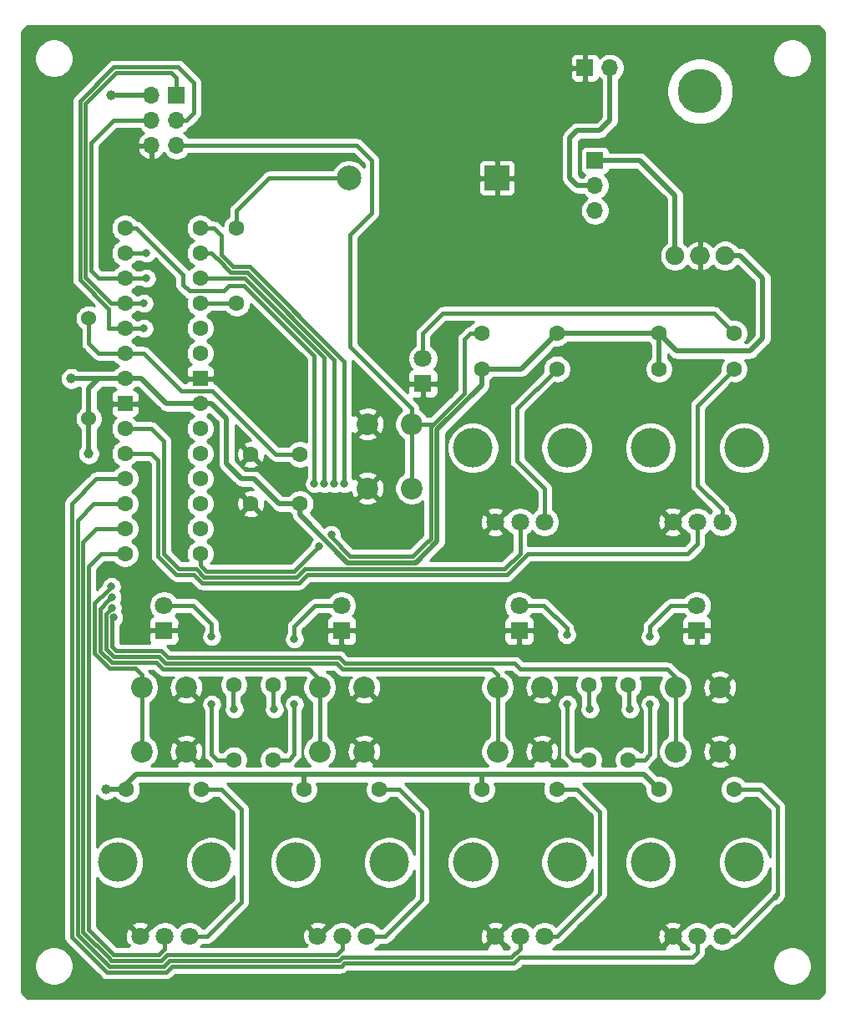
<source format=gbr>
G04 #@! TF.GenerationSoftware,KiCad,Pcbnew,(5.1.6)-1*
G04 #@! TF.CreationDate,2020-12-01T12:35:28-05:00*
G04 #@! TF.ProjectId,Synth,53796e74-682e-46b6-9963-61645f706362,rev?*
G04 #@! TF.SameCoordinates,Original*
G04 #@! TF.FileFunction,Copper,L1,Top*
G04 #@! TF.FilePolarity,Positive*
%FSLAX46Y46*%
G04 Gerber Fmt 4.6, Leading zero omitted, Abs format (unit mm)*
G04 Created by KiCad (PCBNEW (5.1.6)-1) date 2020-12-01 12:35:28*
%MOMM*%
%LPD*%
G01*
G04 APERTURE LIST*
G04 #@! TA.AperFunction,ComponentPad*
%ADD10C,4.500000*%
G04 #@! TD*
G04 #@! TA.AperFunction,ComponentPad*
%ADD11C,1.905000*%
G04 #@! TD*
G04 #@! TA.AperFunction,ComponentPad*
%ADD12O,2.000000X1.905000*%
G04 #@! TD*
G04 #@! TA.AperFunction,ComponentPad*
%ADD13C,2.200000*%
G04 #@! TD*
G04 #@! TA.AperFunction,ComponentPad*
%ADD14C,1.600000*%
G04 #@! TD*
G04 #@! TA.AperFunction,WasherPad*
%ADD15C,4.000000*%
G04 #@! TD*
G04 #@! TA.AperFunction,ComponentPad*
%ADD16C,1.800000*%
G04 #@! TD*
G04 #@! TA.AperFunction,ComponentPad*
%ADD17R,1.800000X1.800000*%
G04 #@! TD*
G04 #@! TA.AperFunction,ComponentPad*
%ADD18O,1.700000X1.700000*%
G04 #@! TD*
G04 #@! TA.AperFunction,ComponentPad*
%ADD19R,1.700000X1.700000*%
G04 #@! TD*
G04 #@! TA.AperFunction,ComponentPad*
%ADD20C,1.524000*%
G04 #@! TD*
G04 #@! TA.AperFunction,ComponentPad*
%ADD21C,2.500000*%
G04 #@! TD*
G04 #@! TA.AperFunction,ComponentPad*
%ADD22R,2.500000X2.500000*%
G04 #@! TD*
G04 #@! TA.AperFunction,ComponentPad*
%ADD23R,1.600000X1.600000*%
G04 #@! TD*
G04 #@! TA.AperFunction,ViaPad*
%ADD24C,0.800000*%
G04 #@! TD*
G04 #@! TA.AperFunction,ViaPad*
%ADD25C,1.000000*%
G04 #@! TD*
G04 #@! TA.AperFunction,Conductor*
%ADD26C,0.381000*%
G04 #@! TD*
G04 #@! TA.AperFunction,Conductor*
%ADD27C,0.500000*%
G04 #@! TD*
G04 #@! TA.AperFunction,Conductor*
%ADD28C,0.254000*%
G04 #@! TD*
G04 APERTURE END LIST*
D10*
X96520000Y-31346000D03*
D11*
X93980000Y-48006000D03*
D12*
X96520000Y-48006000D03*
D11*
X99060000Y-48006000D03*
D13*
X67274000Y-65076000D03*
X67274000Y-71576000D03*
X62774000Y-65076000D03*
X62774000Y-71576000D03*
D14*
X50956000Y-68152000D03*
X55956000Y-68152000D03*
X55956000Y-73152000D03*
X50956000Y-73152000D03*
D15*
X46996000Y-109500000D03*
X37496000Y-109500000D03*
D16*
X44746000Y-117000000D03*
X42246000Y-117000000D03*
X39746000Y-117000000D03*
X57746000Y-117000000D03*
X60246000Y-117000000D03*
X62746000Y-117000000D03*
D15*
X55496000Y-109500000D03*
X64996000Y-109500000D03*
X82996000Y-109500000D03*
X73496000Y-109500000D03*
D16*
X80746000Y-117000000D03*
X78246000Y-117000000D03*
X75746000Y-117000000D03*
X93746000Y-117000000D03*
X96246000Y-117000000D03*
X98746000Y-117000000D03*
D15*
X91496000Y-109500000D03*
X100996000Y-109500000D03*
X82996000Y-67500000D03*
X73496000Y-67500000D03*
D16*
X80746000Y-75000000D03*
X78246000Y-75000000D03*
X75746000Y-75000000D03*
X93746000Y-75000000D03*
X96246000Y-75000000D03*
X98746000Y-75000000D03*
D15*
X91496000Y-67500000D03*
X100996000Y-67500000D03*
D16*
X42166000Y-83468000D03*
D17*
X42166000Y-86008000D03*
D16*
X60166000Y-83468000D03*
D17*
X60166000Y-86008000D03*
D16*
X78166000Y-83468000D03*
D17*
X78166000Y-86008000D03*
X96166000Y-86008000D03*
D16*
X96166000Y-83468000D03*
D17*
X68420000Y-60960000D03*
D16*
X68420000Y-58420000D03*
D18*
X87376000Y-28956000D03*
D19*
X84836000Y-28956000D03*
D20*
X34544000Y-64516000D03*
X34544000Y-54356000D03*
D21*
X60920000Y-40132000D03*
D22*
X75920000Y-40132000D03*
D14*
X45974000Y-102088000D03*
X38354000Y-102088000D03*
X63976000Y-102088000D03*
X56356000Y-102088000D03*
X74356000Y-102088000D03*
X81976000Y-102088000D03*
X92356000Y-102088000D03*
X99976000Y-102088000D03*
X74356000Y-59492000D03*
X81976000Y-59492000D03*
X99976000Y-59492000D03*
X92356000Y-59492000D03*
X49530000Y-45212000D03*
X49530000Y-52832000D03*
X92356000Y-55880000D03*
X99976000Y-55880000D03*
X49246000Y-99112000D03*
X49246000Y-91492000D03*
X53246000Y-99112000D03*
X53246000Y-91492000D03*
X85246000Y-99112000D03*
X85246000Y-91492000D03*
X89246000Y-91492000D03*
X89246000Y-99112000D03*
X74356000Y-55880000D03*
X81976000Y-55880000D03*
D13*
X44414000Y-91750000D03*
X44414000Y-98250000D03*
X39914000Y-91750000D03*
X39914000Y-98250000D03*
X57948000Y-98250000D03*
X57948000Y-91750000D03*
X62448000Y-98250000D03*
X62448000Y-91750000D03*
X80482000Y-91750000D03*
X80482000Y-98250000D03*
X75982000Y-91750000D03*
X75982000Y-98250000D03*
X94016000Y-98250000D03*
X94016000Y-91750000D03*
X98516000Y-98250000D03*
X98516000Y-91750000D03*
D14*
X45832000Y-78232000D03*
X45832000Y-75692000D03*
X45832000Y-73152000D03*
X45832000Y-70612000D03*
X45832000Y-68072000D03*
X45832000Y-65532000D03*
X45832000Y-62992000D03*
D23*
X45832000Y-60452000D03*
D14*
X45832000Y-57912000D03*
X45832000Y-55372000D03*
X45832000Y-52832000D03*
X45832000Y-50292000D03*
X45832000Y-47752000D03*
X45832000Y-45212000D03*
X38212000Y-45212000D03*
X38212000Y-47752000D03*
X38212000Y-50292000D03*
X38212000Y-52832000D03*
X38212000Y-55372000D03*
X38212000Y-57912000D03*
X38212000Y-60452000D03*
D23*
X38212000Y-62992000D03*
D14*
X38212000Y-65532000D03*
X38212000Y-68072000D03*
X38212000Y-70612000D03*
X38212000Y-73152000D03*
X38212000Y-75692000D03*
X38212000Y-78232000D03*
D19*
X85852000Y-38354000D03*
D18*
X85852000Y-40894000D03*
X85852000Y-43434000D03*
D19*
X43434000Y-31750000D03*
D18*
X40894000Y-31750000D03*
X43434000Y-34290000D03*
X40894000Y-34290000D03*
X43434000Y-36830000D03*
X40894000Y-36830000D03*
D24*
X59128356Y-76253644D03*
X57912000Y-77470000D03*
D25*
X36830000Y-31750000D03*
X32766000Y-60452000D03*
X36322000Y-102108000D03*
X34544000Y-68072000D03*
D24*
X53340000Y-93980000D03*
X58420000Y-71120000D03*
X59436000Y-71120000D03*
X85344000Y-93980000D03*
X89408000Y-93980000D03*
X60452000Y-71120000D03*
X49276000Y-93980000D03*
X57404000Y-71120000D03*
X36830000Y-81534000D03*
X40132000Y-55372000D03*
X37077530Y-84687102D03*
X40386000Y-47752000D03*
X36914260Y-83685612D03*
X40386000Y-50292000D03*
X40132000Y-52832000D03*
X36880968Y-82600968D03*
X46990000Y-93472000D03*
X46990000Y-86614000D03*
X55372000Y-93472000D03*
X55372000Y-86868000D03*
X83058000Y-93472000D03*
X82986868Y-86431132D03*
X91440000Y-93472000D03*
X91440000Y-86614000D03*
D26*
X40132000Y-57912000D02*
X38212000Y-57912000D01*
X43942000Y-61722000D02*
X40132000Y-57912000D01*
X47084000Y-61722000D02*
X43942000Y-61722000D01*
X55956000Y-68152000D02*
X53514000Y-68152000D01*
X53514000Y-68152000D02*
X47084000Y-61722000D01*
X38212000Y-57912000D02*
X35560000Y-57912000D01*
X35560000Y-57912000D02*
X34544000Y-56896000D01*
X34544000Y-56896000D02*
X34544000Y-54356000D01*
X45832000Y-79363370D02*
X45974000Y-79505370D01*
X45832000Y-78232000D02*
X45832000Y-79363370D01*
X45974000Y-79505370D02*
X45977370Y-79505370D01*
X46482000Y-80010000D02*
X48260000Y-80010000D01*
X45977370Y-79505370D02*
X46482000Y-80010000D01*
X48260000Y-80010000D02*
X47752000Y-80010000D01*
X73224630Y-55880000D02*
X72644000Y-56460630D01*
X74356000Y-55880000D02*
X73224630Y-55880000D01*
X72644000Y-61937554D02*
X71862777Y-62718777D01*
X72644000Y-56460630D02*
X72644000Y-61937554D01*
X72136000Y-62445554D02*
X71862777Y-62718777D01*
X69209490Y-65372063D02*
X69209490Y-75305490D01*
X69209490Y-75305490D02*
X69209490Y-75824510D01*
X59182000Y-76307288D02*
X59182000Y-76454000D01*
X59128356Y-76253644D02*
X59182000Y-76307288D01*
X59128356Y-76549910D02*
X59128356Y-76253644D01*
X69209490Y-76696694D02*
X68944184Y-76962000D01*
X69209490Y-75305490D02*
X69209490Y-76696694D01*
X68944184Y-76962000D02*
X68915683Y-76962000D01*
X68915683Y-76962000D02*
X67402703Y-78474980D01*
X61053426Y-78474980D02*
X59128356Y-76549910D01*
X55372000Y-80010000D02*
X48260000Y-80010000D01*
X66051020Y-78474980D02*
X61053426Y-78474980D01*
X67402703Y-78474980D02*
X66051020Y-78474980D01*
X67274000Y-71576000D02*
X67274000Y-65076000D01*
X69505552Y-65076000D02*
X70211776Y-64369776D01*
X71862777Y-62718777D02*
X70211776Y-64369776D01*
X67274000Y-65076000D02*
X69505552Y-65076000D01*
X70211776Y-64369776D02*
X69209490Y-65372063D01*
X55372000Y-80010000D02*
X57912000Y-77470000D01*
X61722000Y-36830000D02*
X43434000Y-36830000D01*
X63246000Y-38354000D02*
X61722000Y-36830000D01*
X67274000Y-63464000D02*
X61033010Y-57223010D01*
X61033010Y-57223010D02*
X61033010Y-45900990D01*
X61033010Y-45900990D02*
X63246000Y-43688000D01*
X67274000Y-65076000D02*
X67274000Y-63464000D01*
X63246000Y-43688000D02*
X63246000Y-38354000D01*
D27*
X39878000Y-60452000D02*
X38212000Y-60452000D01*
X45832000Y-62992000D02*
X42418000Y-62992000D01*
X42418000Y-62992000D02*
X39878000Y-60452000D01*
X69850000Y-65637370D02*
X69850000Y-65786000D01*
X74356000Y-61131370D02*
X69850000Y-65637370D01*
X74356000Y-60000000D02*
X74356000Y-61131370D01*
X69850000Y-65786000D02*
X69850000Y-69088000D01*
X69850000Y-69088000D02*
X69850000Y-70104000D01*
X69850000Y-72390000D02*
X69850000Y-76962000D01*
X69850000Y-70104000D02*
X69850000Y-71374000D01*
X69850000Y-71374000D02*
X69850000Y-72390000D01*
X69850000Y-76962000D02*
X67696510Y-79115490D01*
X67696510Y-79115490D02*
X67696510Y-79086990D01*
X67696510Y-79086990D02*
X67818000Y-78965500D01*
X92356000Y-59492000D02*
X92356000Y-55880000D01*
X78364000Y-59492000D02*
X81976000Y-55880000D01*
X74356000Y-59492000D02*
X78364000Y-59492000D01*
X81976000Y-55880000D02*
X83312000Y-55880000D01*
X83107370Y-55880000D02*
X83312000Y-55880000D01*
X83312000Y-55880000D02*
X92356000Y-55880000D01*
X60788120Y-79115490D02*
X61600510Y-79115490D01*
X55956000Y-74283370D02*
X60788120Y-79115490D01*
X55956000Y-73152000D02*
X55956000Y-74283370D01*
X67696510Y-79115490D02*
X61600510Y-79115490D01*
X46990000Y-62992000D02*
X45832000Y-62992000D01*
X55956000Y-73152000D02*
X53848000Y-73152000D01*
X53848000Y-73152000D02*
X51308000Y-70612000D01*
X51308000Y-70612000D02*
X50038000Y-70612000D01*
X50038000Y-70612000D02*
X48514000Y-69088000D01*
X48514000Y-69088000D02*
X48514000Y-64516000D01*
X48514000Y-64516000D02*
X46990000Y-62992000D01*
X92356000Y-102088000D02*
X90852000Y-100584000D01*
X38354000Y-101600000D02*
X38354000Y-102088000D01*
X39370000Y-100584000D02*
X38354000Y-101600000D01*
X56356000Y-100616000D02*
X56388000Y-100584000D01*
X56356000Y-102088000D02*
X56356000Y-100616000D01*
X56388000Y-100584000D02*
X39370000Y-100584000D01*
X74356000Y-100650000D02*
X74422000Y-100584000D01*
X74356000Y-102088000D02*
X74356000Y-100650000D01*
X90852000Y-100584000D02*
X74422000Y-100584000D01*
X74422000Y-100584000D02*
X56388000Y-100584000D01*
X34544000Y-61468000D02*
X34544000Y-64516000D01*
X35560000Y-60452000D02*
X34544000Y-61468000D01*
X38212000Y-60452000D02*
X35560000Y-60452000D01*
X100584000Y-48006000D02*
X99060000Y-48006000D01*
X102870000Y-50292000D02*
X100584000Y-48006000D01*
X92356000Y-55880000D02*
X94134000Y-57658000D01*
X94134000Y-57658000D02*
X101600000Y-57658000D01*
X101600000Y-57658000D02*
X102870000Y-56388000D01*
X102870000Y-56388000D02*
X102870000Y-50292000D01*
X32766000Y-60452000D02*
X38212000Y-60452000D01*
X38354000Y-102088000D02*
X36342000Y-102088000D01*
X36342000Y-102088000D02*
X36322000Y-102108000D01*
X34544000Y-68072000D02*
X34544000Y-64516000D01*
X40894000Y-31750000D02*
X40386000Y-31750000D01*
X36830000Y-31750000D02*
X40894000Y-31750000D01*
D26*
X45832000Y-52832000D02*
X49530000Y-52832000D01*
X53242000Y-91492000D02*
X53242000Y-93882000D01*
X45832000Y-50292000D02*
X46963370Y-50292000D01*
X50351672Y-50292000D02*
X49276000Y-50292000D01*
X46963370Y-50292000D02*
X49276000Y-50292000D01*
X49276000Y-50292000D02*
X49530000Y-50292000D01*
X57941836Y-57882164D02*
X57985010Y-57925338D01*
X58420000Y-71120000D02*
X58420000Y-58360328D01*
X58420000Y-58360328D02*
X57941836Y-57882164D01*
X57941836Y-57882164D02*
X50351672Y-50292000D01*
X59436000Y-58554656D02*
X59436000Y-59690000D01*
X48948990Y-49710990D02*
X50592335Y-49710991D01*
X59436000Y-59376328D02*
X59436000Y-59690000D01*
X45832000Y-47752000D02*
X46963370Y-47752000D01*
X50592335Y-49710991D02*
X59436000Y-58554656D01*
X46963370Y-47752000D02*
X47498000Y-48286630D01*
X47498000Y-48286630D02*
X47524630Y-48286630D01*
X59436000Y-59690000D02*
X59436000Y-71120000D01*
X47524630Y-48286630D02*
X48948990Y-49710990D01*
X85246000Y-91492000D02*
X85246000Y-93882000D01*
X85246000Y-93882000D02*
X85344000Y-93980000D01*
X89310000Y-91492000D02*
X89310000Y-93882000D01*
X45832000Y-45212000D02*
X46990000Y-45212000D01*
X46990000Y-45212000D02*
X47244000Y-45212000D01*
X48006000Y-45974000D02*
X48006000Y-47946328D01*
X47244000Y-45212000D02*
X48006000Y-45974000D01*
X48006000Y-47946328D02*
X49189652Y-49129980D01*
X49189652Y-49129980D02*
X50011325Y-49129981D01*
X50832996Y-49129982D02*
X50011324Y-49129981D01*
X60452000Y-58748984D02*
X50832996Y-49129982D01*
X60452000Y-71120000D02*
X60452000Y-58748984D01*
X49178000Y-91492000D02*
X49178000Y-93882000D01*
X47418501Y-51591499D02*
X44733499Y-51591499D01*
X38212000Y-45212000D02*
X39370000Y-45212000D01*
X44069000Y-49911000D02*
X44069000Y-50927000D01*
X39370000Y-45212000D02*
X44069000Y-49911000D01*
X44733499Y-51591499D02*
X44069000Y-50927000D01*
X47418501Y-51591499D02*
X48230501Y-51591499D01*
X48230501Y-51591499D02*
X48768000Y-51054000D01*
X48768000Y-51054000D02*
X50292000Y-51054000D01*
X50292000Y-51054000D02*
X57404000Y-58166000D01*
X57404000Y-58166000D02*
X57404000Y-71120000D01*
X76708000Y-79756000D02*
X78246000Y-78218000D01*
X56447672Y-79756000D02*
X76708000Y-79756000D01*
X46237968Y-80591010D02*
X55612663Y-80591009D01*
X55612663Y-80591009D02*
X56447672Y-79756000D01*
X38212000Y-65532000D02*
X40894000Y-65532000D01*
X42164000Y-66802000D02*
X42164000Y-78232000D01*
X78246000Y-78218000D02*
X78246000Y-75000000D01*
X42164000Y-78232000D02*
X43688000Y-79756000D01*
X40894000Y-65532000D02*
X42164000Y-66802000D01*
X43688000Y-79756000D02*
X45402958Y-79756000D01*
X45402958Y-79756000D02*
X46237968Y-80591010D01*
X40894000Y-68072000D02*
X38212000Y-68072000D01*
X41582990Y-78472662D02*
X41582990Y-68760990D01*
X43447337Y-80337009D02*
X41582990Y-78472662D01*
X41582990Y-68760990D02*
X40894000Y-68072000D01*
X96246000Y-75000000D02*
X96246000Y-77196000D01*
X96266000Y-77216000D02*
X95250000Y-78232000D01*
X95250000Y-78232000D02*
X79053672Y-78232000D01*
X96246000Y-77196000D02*
X96266000Y-77216000D01*
X43447337Y-80337009D02*
X45162295Y-80337009D01*
X45997307Y-81172019D02*
X55853326Y-81172018D01*
X45162295Y-80337009D02*
X45997307Y-81172019D01*
X55853326Y-81172018D02*
X56688334Y-80337010D01*
X76948662Y-80337010D02*
X77372836Y-79912836D01*
X56688334Y-80337010D02*
X76948662Y-80337010D01*
X79053672Y-78232000D02*
X77372836Y-79912836D01*
X77372836Y-79912836D02*
X76948663Y-80337009D01*
X32800970Y-73117030D02*
X35306000Y-70612000D01*
X32800970Y-117053986D02*
X32800970Y-73117030D01*
X36362013Y-120615029D02*
X32800970Y-117053986D01*
X42368778Y-120615030D02*
X36362013Y-120615029D01*
X42949788Y-120034020D02*
X42368778Y-120615030D01*
X60128116Y-120034020D02*
X42949788Y-120034020D01*
X96246000Y-117000000D02*
X96246000Y-118598000D01*
X96246000Y-118598000D02*
X95718000Y-119126000D01*
X95718000Y-119126000D02*
X78214464Y-119126000D01*
X78214464Y-119126000D02*
X77633454Y-119707010D01*
X77633454Y-119707010D02*
X60455126Y-119707010D01*
X60455126Y-119707010D02*
X60128116Y-120034020D01*
X35306000Y-70612000D02*
X38212000Y-70612000D01*
X36602676Y-120034020D02*
X36262328Y-119693672D01*
X59887454Y-119453010D02*
X42709126Y-119453010D01*
X42128116Y-120034020D02*
X36602676Y-120034020D01*
X36602674Y-120034018D02*
X36262328Y-119693672D01*
X42709126Y-119453010D02*
X42128116Y-120034020D01*
X78246000Y-117000000D02*
X78246000Y-118272792D01*
X78246000Y-118272792D02*
X77392792Y-119126000D01*
X77392792Y-119126000D02*
X60214464Y-119126000D01*
X60214464Y-119126000D02*
X59887454Y-119453010D01*
X33381980Y-74822020D02*
X35052000Y-73152000D01*
X33381980Y-116813324D02*
X33381980Y-74822020D01*
X36262328Y-119693672D02*
X33381980Y-116813324D01*
X35052000Y-73152000D02*
X38212000Y-73152000D01*
X36843337Y-119453009D02*
X36546164Y-119155836D01*
X36843338Y-119453010D02*
X36546164Y-119155836D01*
X41887454Y-119453010D02*
X36843338Y-119453010D01*
X42468464Y-118872000D02*
X41887454Y-119453010D01*
X59646792Y-118872000D02*
X42468464Y-118872000D01*
X60246000Y-118272792D02*
X59646792Y-118872000D01*
X60246000Y-117000000D02*
X60246000Y-118272792D01*
X33962990Y-77035010D02*
X35306000Y-75692000D01*
X36546164Y-119155836D02*
X33962990Y-116572662D01*
X33962990Y-116572662D02*
X33962990Y-77035010D01*
X35306000Y-75692000D02*
X38212000Y-75692000D01*
X42246000Y-118272792D02*
X41646792Y-118872000D01*
X42246000Y-117000000D02*
X42246000Y-118272792D01*
X41646792Y-118872000D02*
X37084000Y-118872000D01*
X37084000Y-118872000D02*
X34544000Y-116332000D01*
X34544000Y-116332000D02*
X34544000Y-79502000D01*
X34544000Y-79502000D02*
X35814000Y-78232000D01*
X35814000Y-78232000D02*
X38212000Y-78232000D01*
X46576000Y-117000000D02*
X44746000Y-117000000D01*
X50038000Y-113538000D02*
X46576000Y-117000000D01*
X50038000Y-104140000D02*
X50038000Y-113538000D01*
X47986000Y-102088000D02*
X50038000Y-104140000D01*
X45974000Y-102088000D02*
X47986000Y-102088000D01*
X66020000Y-102088000D02*
X68326000Y-104394000D01*
X63976000Y-102088000D02*
X66020000Y-102088000D01*
X64610000Y-117000000D02*
X62746000Y-117000000D01*
X68326000Y-113284000D02*
X64610000Y-117000000D01*
X68326000Y-112522000D02*
X68326000Y-113284000D01*
X68326000Y-112522000D02*
X68326000Y-113030000D01*
X68326000Y-104394000D02*
X68326000Y-112522000D01*
X84054000Y-102088000D02*
X86360000Y-104394000D01*
X81976000Y-102088000D02*
X84054000Y-102088000D01*
X82018792Y-117000000D02*
X80746000Y-117000000D01*
X86360000Y-112658792D02*
X82018792Y-117000000D01*
X86360000Y-112014000D02*
X86360000Y-112658792D01*
X86360000Y-112014000D02*
X86360000Y-112404792D01*
X86360000Y-104394000D02*
X86360000Y-112014000D01*
X36430001Y-81933999D02*
X36830000Y-81534000D01*
X35125010Y-83238990D02*
X36430001Y-81933999D01*
X35125010Y-88330354D02*
X35125010Y-83238990D01*
X36606654Y-89811998D02*
X35125010Y-88330354D01*
X39914000Y-91750000D02*
X39914000Y-98250000D01*
X39914000Y-90460000D02*
X39266000Y-89812000D01*
X39914000Y-91750000D02*
X39914000Y-90460000D01*
X39266000Y-89812000D02*
X36606654Y-89811998D01*
X38212000Y-55372000D02*
X40132000Y-55372000D01*
X33635981Y-32344347D02*
X33635980Y-50459652D01*
X37097337Y-28882991D02*
X33635981Y-32344347D01*
X44450000Y-34290000D02*
X45212000Y-33528000D01*
X36576000Y-55372000D02*
X38212000Y-55372000D01*
X43434000Y-34290000D02*
X44450000Y-34290000D01*
X45212000Y-33528000D02*
X45212000Y-30480000D01*
X36576000Y-53399672D02*
X36576000Y-55372000D01*
X45212000Y-30480000D02*
X43614990Y-28882990D01*
X33635980Y-50459652D02*
X36576000Y-53399672D01*
X43614990Y-28882990D02*
X37097337Y-28882991D01*
X36868040Y-87608368D02*
X36868040Y-84896592D01*
X37328642Y-88068970D02*
X36868040Y-87608368D01*
X41138642Y-88068970D02*
X37328642Y-88068970D01*
X41869988Y-88068972D02*
X41138644Y-88068972D01*
X42554996Y-88753980D02*
X41869988Y-88068972D01*
X59917324Y-88753980D02*
X42554996Y-88753980D01*
X41138644Y-88068972D02*
X41138642Y-88068970D01*
X78301672Y-89916000D02*
X77720663Y-89334991D01*
X36868040Y-84896592D02*
X37077530Y-84687102D01*
X77720663Y-89334991D02*
X60498335Y-89334991D01*
X60498335Y-89334991D02*
X59917324Y-88753980D01*
X94016000Y-90714000D02*
X93218000Y-89916000D01*
X94016000Y-91750000D02*
X94016000Y-90714000D01*
X93218000Y-89916000D02*
X78301672Y-89916000D01*
X94016000Y-98250000D02*
X94016000Y-91750000D01*
X38212000Y-47752000D02*
X40386000Y-47752000D01*
X40897981Y-88649981D02*
X40897980Y-88649980D01*
X41629325Y-88649981D02*
X40897981Y-88649981D01*
X42314334Y-89334990D02*
X41629325Y-88649981D01*
X59676662Y-89334990D02*
X42314334Y-89334990D01*
X40897980Y-88649980D02*
X41629324Y-88649980D01*
X60257672Y-89916000D02*
X59676662Y-89334990D01*
X36710388Y-83685612D02*
X36914260Y-83685612D01*
X36287030Y-84312842D02*
X36914260Y-83685612D01*
X36287030Y-87849030D02*
X36287030Y-84312842D01*
X40897980Y-88649980D02*
X37087980Y-88649980D01*
X37087980Y-88649980D02*
X36287030Y-87849030D01*
X75982000Y-90460000D02*
X75438000Y-89916000D01*
X75982000Y-91750000D02*
X75982000Y-90460000D01*
X75438000Y-89916000D02*
X60257672Y-89916000D01*
X75982000Y-91750000D02*
X75982000Y-98250000D01*
X38212000Y-50292000D02*
X40386000Y-50292000D01*
X38212000Y-50292000D02*
X35560000Y-50292000D01*
X35560000Y-50292000D02*
X34798000Y-49530000D01*
X37084000Y-34290000D02*
X34798000Y-36576000D01*
X40894000Y-34290000D02*
X37084000Y-34290000D01*
X34798000Y-49530000D02*
X34798000Y-36576000D01*
X38212000Y-52832000D02*
X40132000Y-52832000D01*
X41388663Y-89230991D02*
X36847317Y-89230989D01*
X42073671Y-89915999D02*
X41388663Y-89230991D01*
X36480969Y-83000967D02*
X36880968Y-82600968D01*
X35706020Y-83775916D02*
X36480969Y-83000967D01*
X35706020Y-88089692D02*
X35706020Y-83775916D01*
X36847317Y-89230989D02*
X35706020Y-88089692D01*
X57948000Y-91750000D02*
X57948000Y-98250000D01*
X57948000Y-90968000D02*
X56896000Y-89916000D01*
X57948000Y-91750000D02*
X57948000Y-90968000D01*
X56896000Y-89916000D02*
X42073671Y-89915999D01*
X43434000Y-29972000D02*
X43434000Y-31750000D01*
X36830000Y-52832000D02*
X34216990Y-50218990D01*
X38212000Y-52832000D02*
X36830000Y-52832000D01*
X34216990Y-33093010D02*
X34216990Y-32585010D01*
X34216990Y-32585010D02*
X34290000Y-32512000D01*
X34216990Y-36248990D02*
X34216990Y-33093010D01*
X34216990Y-36248990D02*
X34216990Y-32585010D01*
X34216990Y-50218990D02*
X34216990Y-36248990D01*
X34216990Y-32585010D02*
X37338000Y-29464000D01*
X37338000Y-29464000D02*
X42926000Y-29464000D01*
X42926000Y-29464000D02*
X43434000Y-29972000D01*
X47550000Y-99112000D02*
X46990000Y-98552000D01*
X49178000Y-99112000D02*
X47550000Y-99112000D01*
X46990000Y-98552000D02*
X46990000Y-93472000D01*
X45114000Y-83468000D02*
X42166000Y-83468000D01*
X46990000Y-85344000D02*
X45114000Y-83468000D01*
X46990000Y-86614000D02*
X46990000Y-85344000D01*
X55372000Y-98552000D02*
X55372000Y-93472000D01*
X54812000Y-99112000D02*
X55372000Y-98552000D01*
X53178000Y-99112000D02*
X54812000Y-99112000D01*
X60166000Y-83468000D02*
X57502000Y-83468000D01*
X57502000Y-83468000D02*
X55372000Y-85598000D01*
X55372000Y-85598000D02*
X55372000Y-86868000D01*
X85246000Y-99112000D02*
X83618000Y-99112000D01*
X83618000Y-99112000D02*
X83058000Y-98552000D01*
X83058000Y-98552000D02*
X83058000Y-93472000D01*
X78166000Y-83468000D02*
X80674000Y-83468000D01*
X80674000Y-83468000D02*
X82986868Y-85780868D01*
X82986868Y-85780868D02*
X82986868Y-86431132D01*
X89246000Y-99112000D02*
X90880000Y-99112000D01*
X90880000Y-99112000D02*
X91440000Y-98552000D01*
X91440000Y-98552000D02*
X91440000Y-93472000D01*
X96166000Y-83468000D02*
X93570000Y-83468000D01*
X93570000Y-83468000D02*
X91440000Y-85598000D01*
X91440000Y-85598000D02*
X91440000Y-86614000D01*
X68420000Y-55880000D02*
X70452000Y-53848000D01*
X74422000Y-53848000D02*
X74428479Y-53854479D01*
X97944000Y-53848000D02*
X99976000Y-55880000D01*
X74168000Y-53848000D02*
X97944000Y-53848000D01*
X74168000Y-53848000D02*
X74422000Y-53848000D01*
X70452000Y-53848000D02*
X74168000Y-53848000D01*
X68420000Y-58420000D02*
X68420000Y-56548000D01*
X68420000Y-57404000D02*
X68420000Y-56228000D01*
X68420000Y-56548000D02*
X68420000Y-56228000D01*
X68420000Y-56228000D02*
X68420000Y-55880000D01*
X98746000Y-117000000D02*
X100018792Y-117000000D01*
X102596000Y-102088000D02*
X99976000Y-102088000D01*
X104394000Y-103886000D02*
X102596000Y-102088000D01*
X104088604Y-113081396D02*
X103937396Y-113081396D01*
X104394000Y-112776000D02*
X104088604Y-113081396D01*
X103937396Y-113081396D02*
X104394000Y-112624792D01*
X104394000Y-112624792D02*
X103683396Y-113335396D01*
X104394000Y-111760000D02*
X104394000Y-112624792D01*
X103683396Y-113335396D02*
X103937396Y-113081396D01*
X100018792Y-117000000D02*
X103683396Y-113335396D01*
X104394000Y-111760000D02*
X104394000Y-112522000D01*
X104394000Y-103886000D02*
X104394000Y-111760000D01*
X80746000Y-73727208D02*
X80772000Y-73701208D01*
X80746000Y-75000000D02*
X80746000Y-73727208D01*
X80772000Y-73701208D02*
X80772000Y-71628000D01*
X80772000Y-71628000D02*
X77978000Y-68834000D01*
X77978000Y-63490000D02*
X81976000Y-59492000D01*
X77978000Y-68834000D02*
X77978000Y-63490000D01*
X96266000Y-63202000D02*
X99976000Y-59492000D01*
X96266000Y-71247208D02*
X96266000Y-63202000D01*
X98746000Y-75000000D02*
X98746000Y-73727208D01*
X98746000Y-73727208D02*
X96266000Y-71247208D01*
X49530000Y-45212000D02*
X49530000Y-43434000D01*
X52832000Y-40132000D02*
X60920000Y-40132000D01*
X49530000Y-43434000D02*
X52832000Y-40132000D01*
D27*
X85852000Y-40894000D02*
X84074000Y-40894000D01*
X84074000Y-40894000D02*
X83312000Y-40132000D01*
X83312000Y-40132000D02*
X83312000Y-36068000D01*
X83312000Y-36068000D02*
X84074000Y-35306000D01*
X84074000Y-35306000D02*
X86360000Y-35306000D01*
X87376000Y-34290000D02*
X87376000Y-28956000D01*
X86360000Y-35306000D02*
X87376000Y-34290000D01*
X93980000Y-48006000D02*
X93980000Y-41910000D01*
X90424000Y-38354000D02*
X85852000Y-38354000D01*
X93980000Y-41910000D02*
X90424000Y-38354000D01*
D28*
G36*
X109130000Y-25294091D02*
G01*
X109130001Y-122705908D01*
X108545909Y-123290000D01*
X28294091Y-123290000D01*
X27710000Y-122705909D01*
X27710000Y-119804495D01*
X29015000Y-119804495D01*
X29015000Y-120195505D01*
X29091282Y-120579003D01*
X29240915Y-120940250D01*
X29458149Y-121265364D01*
X29734636Y-121541851D01*
X30059750Y-121759085D01*
X30420997Y-121908718D01*
X30804495Y-121985000D01*
X31195505Y-121985000D01*
X31579003Y-121908718D01*
X31940250Y-121759085D01*
X32265364Y-121541851D01*
X32541851Y-121265364D01*
X32759085Y-120940250D01*
X32908718Y-120579003D01*
X32985000Y-120195505D01*
X32985000Y-119804495D01*
X32908718Y-119420997D01*
X32759085Y-119059750D01*
X32541851Y-118734636D01*
X32265364Y-118458149D01*
X31940250Y-118240915D01*
X31579003Y-118091282D01*
X31195505Y-118015000D01*
X30804495Y-118015000D01*
X30420997Y-118091282D01*
X30059750Y-118240915D01*
X29734636Y-118458149D01*
X29458149Y-118734636D01*
X29240915Y-119059750D01*
X29091282Y-119420997D01*
X29015000Y-119804495D01*
X27710000Y-119804495D01*
X27710000Y-60340212D01*
X31631000Y-60340212D01*
X31631000Y-60563788D01*
X31674617Y-60783067D01*
X31760176Y-60989624D01*
X31884388Y-61175520D01*
X32042480Y-61333612D01*
X32228376Y-61457824D01*
X32434933Y-61543383D01*
X32654212Y-61587000D01*
X32877788Y-61587000D01*
X33097067Y-61543383D01*
X33303624Y-61457824D01*
X33484450Y-61337000D01*
X33667620Y-61337000D01*
X33659000Y-61424524D01*
X33659000Y-61424531D01*
X33654719Y-61468000D01*
X33659000Y-61511469D01*
X33659001Y-63427181D01*
X33653465Y-63430880D01*
X33458880Y-63625465D01*
X33305995Y-63854273D01*
X33200686Y-64108510D01*
X33147000Y-64378408D01*
X33147000Y-64653592D01*
X33200686Y-64923490D01*
X33305995Y-65177727D01*
X33458880Y-65406535D01*
X33653465Y-65601120D01*
X33659001Y-65604819D01*
X33659000Y-67353550D01*
X33538176Y-67534376D01*
X33452617Y-67740933D01*
X33409000Y-67960212D01*
X33409000Y-68183788D01*
X33452617Y-68403067D01*
X33538176Y-68609624D01*
X33662388Y-68795520D01*
X33820480Y-68953612D01*
X34006376Y-69077824D01*
X34212933Y-69163383D01*
X34432212Y-69207000D01*
X34655788Y-69207000D01*
X34875067Y-69163383D01*
X35081624Y-69077824D01*
X35267520Y-68953612D01*
X35425612Y-68795520D01*
X35549824Y-68609624D01*
X35635383Y-68403067D01*
X35679000Y-68183788D01*
X35679000Y-67960212D01*
X35635383Y-67740933D01*
X35549824Y-67534376D01*
X35429000Y-67353550D01*
X35429000Y-65604818D01*
X35434535Y-65601120D01*
X35629120Y-65406535D01*
X35782005Y-65177727D01*
X35887314Y-64923490D01*
X35941000Y-64653592D01*
X35941000Y-64378408D01*
X35887314Y-64108510D01*
X35782005Y-63854273D01*
X35629120Y-63625465D01*
X35434535Y-63430880D01*
X35429000Y-63427182D01*
X35429000Y-61834578D01*
X35926579Y-61337000D01*
X37077479Y-61337000D01*
X37097363Y-61366759D01*
X37295961Y-61565357D01*
X37287518Y-61566188D01*
X37167820Y-61602498D01*
X37057506Y-61661463D01*
X36960815Y-61740815D01*
X36881463Y-61837506D01*
X36822498Y-61947820D01*
X36786188Y-62067518D01*
X36773928Y-62192000D01*
X36777000Y-62706250D01*
X36935750Y-62865000D01*
X38085000Y-62865000D01*
X38085000Y-62845000D01*
X38339000Y-62845000D01*
X38339000Y-62865000D01*
X39488250Y-62865000D01*
X39647000Y-62706250D01*
X39650072Y-62192000D01*
X39637812Y-62067518D01*
X39601502Y-61947820D01*
X39542537Y-61837506D01*
X39463185Y-61740815D01*
X39366494Y-61661463D01*
X39256180Y-61602498D01*
X39136482Y-61566188D01*
X39128039Y-61565357D01*
X39326637Y-61366759D01*
X39346521Y-61337000D01*
X39511422Y-61337000D01*
X41761470Y-63587049D01*
X41789183Y-63620817D01*
X41822951Y-63648530D01*
X41822953Y-63648532D01*
X41826967Y-63651826D01*
X41923941Y-63731411D01*
X42077687Y-63813589D01*
X42244510Y-63864195D01*
X42374523Y-63877000D01*
X42374533Y-63877000D01*
X42417999Y-63881281D01*
X42461465Y-63877000D01*
X44697479Y-63877000D01*
X44717363Y-63906759D01*
X44917241Y-64106637D01*
X45149759Y-64262000D01*
X44917241Y-64417363D01*
X44717363Y-64617241D01*
X44560320Y-64852273D01*
X44452147Y-65113426D01*
X44397000Y-65390665D01*
X44397000Y-65673335D01*
X44452147Y-65950574D01*
X44560320Y-66211727D01*
X44717363Y-66446759D01*
X44917241Y-66646637D01*
X45149759Y-66802000D01*
X44917241Y-66957363D01*
X44717363Y-67157241D01*
X44560320Y-67392273D01*
X44452147Y-67653426D01*
X44397000Y-67930665D01*
X44397000Y-68213335D01*
X44452147Y-68490574D01*
X44560320Y-68751727D01*
X44717363Y-68986759D01*
X44917241Y-69186637D01*
X45149759Y-69342000D01*
X44917241Y-69497363D01*
X44717363Y-69697241D01*
X44560320Y-69932273D01*
X44452147Y-70193426D01*
X44397000Y-70470665D01*
X44397000Y-70753335D01*
X44452147Y-71030574D01*
X44560320Y-71291727D01*
X44717363Y-71526759D01*
X44917241Y-71726637D01*
X45149759Y-71882000D01*
X44917241Y-72037363D01*
X44717363Y-72237241D01*
X44560320Y-72472273D01*
X44452147Y-72733426D01*
X44397000Y-73010665D01*
X44397000Y-73293335D01*
X44452147Y-73570574D01*
X44560320Y-73831727D01*
X44717363Y-74066759D01*
X44917241Y-74266637D01*
X45149759Y-74422000D01*
X44917241Y-74577363D01*
X44717363Y-74777241D01*
X44560320Y-75012273D01*
X44452147Y-75273426D01*
X44397000Y-75550665D01*
X44397000Y-75833335D01*
X44452147Y-76110574D01*
X44560320Y-76371727D01*
X44717363Y-76606759D01*
X44917241Y-76806637D01*
X45149759Y-76962000D01*
X44917241Y-77117363D01*
X44717363Y-77317241D01*
X44560320Y-77552273D01*
X44452147Y-77813426D01*
X44397000Y-78090665D01*
X44397000Y-78373335D01*
X44452147Y-78650574D01*
X44560320Y-78911727D01*
X44572864Y-78930500D01*
X44029933Y-78930500D01*
X42989500Y-77890068D01*
X42989500Y-66842550D01*
X42993494Y-66801999D01*
X42988689Y-66753213D01*
X42977556Y-66640174D01*
X42930353Y-66484566D01*
X42853700Y-66341159D01*
X42853699Y-66341157D01*
X42792172Y-66266187D01*
X42750541Y-66215459D01*
X42719040Y-66189608D01*
X41506398Y-64976966D01*
X41480541Y-64945459D01*
X41354842Y-64842301D01*
X41211434Y-64765647D01*
X41055826Y-64718444D01*
X40934553Y-64706500D01*
X40934550Y-64706500D01*
X40894000Y-64702506D01*
X40853450Y-64706500D01*
X39386278Y-64706500D01*
X39326637Y-64617241D01*
X39128039Y-64418643D01*
X39136482Y-64417812D01*
X39256180Y-64381502D01*
X39366494Y-64322537D01*
X39463185Y-64243185D01*
X39542537Y-64146494D01*
X39601502Y-64036180D01*
X39637812Y-63916482D01*
X39650072Y-63792000D01*
X39647000Y-63277750D01*
X39488250Y-63119000D01*
X38339000Y-63119000D01*
X38339000Y-63139000D01*
X38085000Y-63139000D01*
X38085000Y-63119000D01*
X36935750Y-63119000D01*
X36777000Y-63277750D01*
X36773928Y-63792000D01*
X36786188Y-63916482D01*
X36822498Y-64036180D01*
X36881463Y-64146494D01*
X36960815Y-64243185D01*
X37057506Y-64322537D01*
X37167820Y-64381502D01*
X37287518Y-64417812D01*
X37295961Y-64418643D01*
X37097363Y-64617241D01*
X36940320Y-64852273D01*
X36832147Y-65113426D01*
X36777000Y-65390665D01*
X36777000Y-65673335D01*
X36832147Y-65950574D01*
X36940320Y-66211727D01*
X37097363Y-66446759D01*
X37297241Y-66646637D01*
X37529759Y-66802000D01*
X37297241Y-66957363D01*
X37097363Y-67157241D01*
X36940320Y-67392273D01*
X36832147Y-67653426D01*
X36777000Y-67930665D01*
X36777000Y-68213335D01*
X36832147Y-68490574D01*
X36940320Y-68751727D01*
X37097363Y-68986759D01*
X37297241Y-69186637D01*
X37529759Y-69342000D01*
X37297241Y-69497363D01*
X37097363Y-69697241D01*
X37037722Y-69786500D01*
X35346542Y-69786500D01*
X35305999Y-69782507D01*
X35265456Y-69786500D01*
X35265447Y-69786500D01*
X35144174Y-69798444D01*
X34988566Y-69845647D01*
X34845158Y-69922301D01*
X34719459Y-70025459D01*
X34693606Y-70056961D01*
X32245931Y-72504637D01*
X32214430Y-72530489D01*
X32188579Y-72561989D01*
X32111271Y-72656188D01*
X32034617Y-72799597D01*
X31987415Y-72955204D01*
X31971476Y-73117030D01*
X31975471Y-73157591D01*
X31975470Y-117013436D01*
X31971476Y-117053986D01*
X31975470Y-117094536D01*
X31975470Y-117094538D01*
X31987414Y-117215811D01*
X32032945Y-117365907D01*
X32034617Y-117371419D01*
X32111271Y-117514828D01*
X32122266Y-117528225D01*
X32214429Y-117640527D01*
X32245936Y-117666384D01*
X35749624Y-121170073D01*
X35775472Y-121201569D01*
X35806968Y-121227417D01*
X35806971Y-121227420D01*
X35901170Y-121304728D01*
X36044579Y-121381381D01*
X36200186Y-121428584D01*
X36362012Y-121444523D01*
X36402573Y-121440528D01*
X42328227Y-121440530D01*
X42368778Y-121444524D01*
X42409328Y-121440530D01*
X42409330Y-121440530D01*
X42530603Y-121428586D01*
X42686211Y-121381383D01*
X42686215Y-121381381D01*
X42829620Y-121304729D01*
X42891181Y-121254207D01*
X42955318Y-121201571D01*
X42981170Y-121170070D01*
X43291721Y-120859520D01*
X60087566Y-120859520D01*
X60128116Y-120863514D01*
X60168666Y-120859520D01*
X60168669Y-120859520D01*
X60289942Y-120847576D01*
X60445550Y-120800373D01*
X60588958Y-120723719D01*
X60714657Y-120620561D01*
X60740514Y-120589054D01*
X60797058Y-120532510D01*
X77592904Y-120532510D01*
X77633454Y-120536504D01*
X77674004Y-120532510D01*
X77674007Y-120532510D01*
X77795280Y-120520566D01*
X77950888Y-120473363D01*
X78094296Y-120396709D01*
X78219995Y-120293551D01*
X78245852Y-120262044D01*
X78556397Y-119951500D01*
X95677450Y-119951500D01*
X95718000Y-119955494D01*
X95758550Y-119951500D01*
X95758553Y-119951500D01*
X95879826Y-119939556D01*
X96035434Y-119892353D01*
X96178842Y-119815699D01*
X96192494Y-119804495D01*
X103855000Y-119804495D01*
X103855000Y-120195505D01*
X103931282Y-120579003D01*
X104080915Y-120940250D01*
X104298149Y-121265364D01*
X104574636Y-121541851D01*
X104899750Y-121759085D01*
X105260997Y-121908718D01*
X105644495Y-121985000D01*
X106035505Y-121985000D01*
X106419003Y-121908718D01*
X106780250Y-121759085D01*
X107105364Y-121541851D01*
X107381851Y-121265364D01*
X107599085Y-120940250D01*
X107748718Y-120579003D01*
X107825000Y-120195505D01*
X107825000Y-119804495D01*
X107748718Y-119420997D01*
X107599085Y-119059750D01*
X107381851Y-118734636D01*
X107105364Y-118458149D01*
X106780250Y-118240915D01*
X106419003Y-118091282D01*
X106035505Y-118015000D01*
X105644495Y-118015000D01*
X105260997Y-118091282D01*
X104899750Y-118240915D01*
X104574636Y-118458149D01*
X104298149Y-118734636D01*
X104080915Y-119059750D01*
X103931282Y-119420997D01*
X103855000Y-119804495D01*
X96192494Y-119804495D01*
X96304541Y-119712541D01*
X96330398Y-119681035D01*
X96801039Y-119210394D01*
X96832541Y-119184541D01*
X96880584Y-119126000D01*
X96935699Y-119058843D01*
X97012353Y-118915434D01*
X97019020Y-118893455D01*
X97059556Y-118759826D01*
X97071500Y-118638553D01*
X97071500Y-118638551D01*
X97075494Y-118598000D01*
X97071500Y-118557450D01*
X97071500Y-118294547D01*
X97224505Y-118192312D01*
X97438312Y-117978505D01*
X97496000Y-117892169D01*
X97553688Y-117978505D01*
X97767495Y-118192312D01*
X98018905Y-118360299D01*
X98298257Y-118476011D01*
X98594816Y-118535000D01*
X98897184Y-118535000D01*
X99193743Y-118476011D01*
X99473095Y-118360299D01*
X99724505Y-118192312D01*
X99938312Y-117978505D01*
X100039223Y-117827482D01*
X100059342Y-117825500D01*
X100059345Y-117825500D01*
X100180618Y-117813556D01*
X100336226Y-117766353D01*
X100479634Y-117689699D01*
X100605333Y-117586541D01*
X100631190Y-117555034D01*
X104295788Y-113890438D01*
X104295796Y-113890428D01*
X104309056Y-113877168D01*
X104406038Y-113847749D01*
X104549446Y-113771095D01*
X104675145Y-113667937D01*
X104701002Y-113636430D01*
X105006391Y-113331041D01*
X105083699Y-113236842D01*
X105160353Y-113093433D01*
X105207555Y-112937827D01*
X105223494Y-112776001D01*
X105216048Y-112700399D01*
X105219500Y-112665345D01*
X105219500Y-112665343D01*
X105223494Y-112624792D01*
X105219500Y-112584242D01*
X105219500Y-103926550D01*
X105223494Y-103886000D01*
X105218861Y-103838958D01*
X105207556Y-103724174D01*
X105160353Y-103568566D01*
X105135997Y-103523000D01*
X105083699Y-103425157D01*
X105006391Y-103330958D01*
X104980541Y-103299459D01*
X104949041Y-103273608D01*
X103208398Y-101532966D01*
X103182541Y-101501459D01*
X103056842Y-101398301D01*
X102913434Y-101321647D01*
X102757826Y-101274444D01*
X102636553Y-101262500D01*
X102636550Y-101262500D01*
X102596000Y-101258506D01*
X102555450Y-101262500D01*
X101150278Y-101262500D01*
X101090637Y-101173241D01*
X100890759Y-100973363D01*
X100655727Y-100816320D01*
X100394574Y-100708147D01*
X100117335Y-100653000D01*
X99834665Y-100653000D01*
X99557426Y-100708147D01*
X99296273Y-100816320D01*
X99061241Y-100973363D01*
X98861363Y-101173241D01*
X98704320Y-101408273D01*
X98596147Y-101669426D01*
X98541000Y-101946665D01*
X98541000Y-102229335D01*
X98596147Y-102506574D01*
X98704320Y-102767727D01*
X98861363Y-103002759D01*
X99061241Y-103202637D01*
X99296273Y-103359680D01*
X99557426Y-103467853D01*
X99834665Y-103523000D01*
X100117335Y-103523000D01*
X100394574Y-103467853D01*
X100655727Y-103359680D01*
X100890759Y-103202637D01*
X101090637Y-103002759D01*
X101150278Y-102913500D01*
X102254068Y-102913500D01*
X103568500Y-104227933D01*
X103568501Y-108926268D01*
X103529739Y-108731399D01*
X103331107Y-108251859D01*
X103042738Y-107820285D01*
X102675715Y-107453262D01*
X102244141Y-107164893D01*
X101764601Y-106966261D01*
X101255525Y-106865000D01*
X100736475Y-106865000D01*
X100227399Y-106966261D01*
X99747859Y-107164893D01*
X99316285Y-107453262D01*
X98949262Y-107820285D01*
X98660893Y-108251859D01*
X98462261Y-108731399D01*
X98361000Y-109240475D01*
X98361000Y-109759525D01*
X98462261Y-110268601D01*
X98660893Y-110748141D01*
X98949262Y-111179715D01*
X99316285Y-111546738D01*
X99747859Y-111835107D01*
X100227399Y-112033739D01*
X100736475Y-112135000D01*
X101255525Y-112135000D01*
X101764601Y-112033739D01*
X102244141Y-111835107D01*
X102675715Y-111546738D01*
X103042738Y-111179715D01*
X103331107Y-110748141D01*
X103529739Y-110268601D01*
X103568501Y-110073731D01*
X103568501Y-111719438D01*
X103568500Y-111719448D01*
X103568500Y-112282859D01*
X103382357Y-112469002D01*
X103350855Y-112494855D01*
X103325004Y-112526355D01*
X103261866Y-112589494D01*
X103128365Y-112722995D01*
X103128354Y-112723004D01*
X99884088Y-115967271D01*
X99724505Y-115807688D01*
X99473095Y-115639701D01*
X99193743Y-115523989D01*
X98897184Y-115465000D01*
X98594816Y-115465000D01*
X98298257Y-115523989D01*
X98018905Y-115639701D01*
X97767495Y-115807688D01*
X97553688Y-116021495D01*
X97496000Y-116107831D01*
X97438312Y-116021495D01*
X97224505Y-115807688D01*
X96973095Y-115639701D01*
X96693743Y-115523989D01*
X96397184Y-115465000D01*
X96094816Y-115465000D01*
X95798257Y-115523989D01*
X95518905Y-115639701D01*
X95267495Y-115807688D01*
X95053688Y-116021495D01*
X94958262Y-116164310D01*
X94810080Y-116115525D01*
X93925605Y-117000000D01*
X94810080Y-117884475D01*
X94958262Y-117835690D01*
X95053688Y-117978505D01*
X95267495Y-118192312D01*
X95397433Y-118279134D01*
X95376068Y-118300500D01*
X94552639Y-118300500D01*
X94630475Y-118064080D01*
X93746000Y-117179605D01*
X92861525Y-118064080D01*
X92939361Y-118300500D01*
X81562590Y-118300500D01*
X81724505Y-118192312D01*
X81938312Y-117978505D01*
X82039223Y-117827482D01*
X82059342Y-117825500D01*
X82059345Y-117825500D01*
X82180618Y-117813556D01*
X82336226Y-117766353D01*
X82479634Y-117689699D01*
X82605333Y-117586541D01*
X82631190Y-117555034D01*
X83119671Y-117066553D01*
X92205009Y-117066553D01*
X92247603Y-117365907D01*
X92347778Y-117651199D01*
X92427739Y-117800792D01*
X92681920Y-117884475D01*
X93566395Y-117000000D01*
X92681920Y-116115525D01*
X92427739Y-116199208D01*
X92296842Y-116471775D01*
X92221635Y-116764642D01*
X92205009Y-117066553D01*
X83119671Y-117066553D01*
X84250304Y-115935920D01*
X92861525Y-115935920D01*
X93746000Y-116820395D01*
X94630475Y-115935920D01*
X94546792Y-115681739D01*
X94274225Y-115550842D01*
X93981358Y-115475635D01*
X93679447Y-115459009D01*
X93380093Y-115501603D01*
X93094801Y-115601778D01*
X92945208Y-115681739D01*
X92861525Y-115935920D01*
X84250304Y-115935920D01*
X86915040Y-113271185D01*
X86946541Y-113245333D01*
X87007425Y-113171145D01*
X87049699Y-113119635D01*
X87076399Y-113069681D01*
X87126353Y-112976226D01*
X87173556Y-112820618D01*
X87185500Y-112699345D01*
X87185500Y-112699343D01*
X87189494Y-112658793D01*
X87185500Y-112618242D01*
X87185500Y-109240475D01*
X88861000Y-109240475D01*
X88861000Y-109759525D01*
X88962261Y-110268601D01*
X89160893Y-110748141D01*
X89449262Y-111179715D01*
X89816285Y-111546738D01*
X90247859Y-111835107D01*
X90727399Y-112033739D01*
X91236475Y-112135000D01*
X91755525Y-112135000D01*
X92264601Y-112033739D01*
X92744141Y-111835107D01*
X93175715Y-111546738D01*
X93542738Y-111179715D01*
X93831107Y-110748141D01*
X94029739Y-110268601D01*
X94131000Y-109759525D01*
X94131000Y-109240475D01*
X94029739Y-108731399D01*
X93831107Y-108251859D01*
X93542738Y-107820285D01*
X93175715Y-107453262D01*
X92744141Y-107164893D01*
X92264601Y-106966261D01*
X91755525Y-106865000D01*
X91236475Y-106865000D01*
X90727399Y-106966261D01*
X90247859Y-107164893D01*
X89816285Y-107453262D01*
X89449262Y-107820285D01*
X89160893Y-108251859D01*
X88962261Y-108731399D01*
X88861000Y-109240475D01*
X87185500Y-109240475D01*
X87185500Y-104434542D01*
X87189493Y-104393999D01*
X87185500Y-104353456D01*
X87185500Y-104353447D01*
X87173556Y-104232174D01*
X87126353Y-104076566D01*
X87049699Y-103933158D01*
X87049698Y-103933156D01*
X87003639Y-103877033D01*
X86946541Y-103807459D01*
X86915041Y-103781608D01*
X84666398Y-101532966D01*
X84640541Y-101501459D01*
X84600989Y-101469000D01*
X90485422Y-101469000D01*
X90927983Y-101911561D01*
X90921000Y-101946665D01*
X90921000Y-102229335D01*
X90976147Y-102506574D01*
X91084320Y-102767727D01*
X91241363Y-103002759D01*
X91441241Y-103202637D01*
X91676273Y-103359680D01*
X91937426Y-103467853D01*
X92214665Y-103523000D01*
X92497335Y-103523000D01*
X92774574Y-103467853D01*
X93035727Y-103359680D01*
X93270759Y-103202637D01*
X93470637Y-103002759D01*
X93627680Y-102767727D01*
X93735853Y-102506574D01*
X93791000Y-102229335D01*
X93791000Y-101946665D01*
X93735853Y-101669426D01*
X93627680Y-101408273D01*
X93470637Y-101173241D01*
X93270759Y-100973363D01*
X93035727Y-100816320D01*
X92774574Y-100708147D01*
X92497335Y-100653000D01*
X92214665Y-100653000D01*
X92179561Y-100659983D01*
X91508534Y-99988956D01*
X91480817Y-99955183D01*
X91346059Y-99844589D01*
X91303330Y-99821750D01*
X91340842Y-99801699D01*
X91466541Y-99698541D01*
X91492397Y-99667035D01*
X91995045Y-99164389D01*
X92026541Y-99138541D01*
X92052389Y-99107045D01*
X92052392Y-99107042D01*
X92129699Y-99012843D01*
X92206353Y-98869434D01*
X92216331Y-98836541D01*
X92253556Y-98713826D01*
X92265500Y-98592553D01*
X92265500Y-98592551D01*
X92269494Y-98552000D01*
X92265500Y-98511450D01*
X92265500Y-94099503D01*
X92357205Y-93962256D01*
X92435226Y-93773898D01*
X92475000Y-93573939D01*
X92475000Y-93370061D01*
X92435226Y-93170102D01*
X92357205Y-92981744D01*
X92243937Y-92812226D01*
X92099774Y-92668063D01*
X91930256Y-92554795D01*
X91741898Y-92476774D01*
X91541939Y-92437000D01*
X91338061Y-92437000D01*
X91138102Y-92476774D01*
X90949744Y-92554795D01*
X90780226Y-92668063D01*
X90636063Y-92812226D01*
X90522795Y-92981744D01*
X90444774Y-93170102D01*
X90405000Y-93370061D01*
X90405000Y-93573939D01*
X90444774Y-93773898D01*
X90522795Y-93962256D01*
X90614501Y-94099504D01*
X90614500Y-98210067D01*
X90538067Y-98286500D01*
X90420278Y-98286500D01*
X90360637Y-98197241D01*
X90160759Y-97997363D01*
X89925727Y-97840320D01*
X89664574Y-97732147D01*
X89387335Y-97677000D01*
X89104665Y-97677000D01*
X88827426Y-97732147D01*
X88566273Y-97840320D01*
X88331241Y-97997363D01*
X88131363Y-98197241D01*
X87974320Y-98432273D01*
X87866147Y-98693426D01*
X87811000Y-98970665D01*
X87811000Y-99253335D01*
X87866147Y-99530574D01*
X87935911Y-99699000D01*
X86556089Y-99699000D01*
X86625853Y-99530574D01*
X86681000Y-99253335D01*
X86681000Y-98970665D01*
X86625853Y-98693426D01*
X86517680Y-98432273D01*
X86360637Y-98197241D01*
X86160759Y-97997363D01*
X85925727Y-97840320D01*
X85664574Y-97732147D01*
X85387335Y-97677000D01*
X85104665Y-97677000D01*
X84827426Y-97732147D01*
X84566273Y-97840320D01*
X84331241Y-97997363D01*
X84131363Y-98197241D01*
X84071722Y-98286500D01*
X83959933Y-98286500D01*
X83883500Y-98210067D01*
X83883500Y-94099503D01*
X83975205Y-93962256D01*
X84053226Y-93773898D01*
X84093000Y-93573939D01*
X84093000Y-93370061D01*
X84053226Y-93170102D01*
X83975205Y-92981744D01*
X83861937Y-92812226D01*
X83717774Y-92668063D01*
X83548256Y-92554795D01*
X83359898Y-92476774D01*
X83159939Y-92437000D01*
X82956061Y-92437000D01*
X82756102Y-92476774D01*
X82567744Y-92554795D01*
X82398226Y-92668063D01*
X82254063Y-92812226D01*
X82140795Y-92981744D01*
X82062774Y-93170102D01*
X82023000Y-93370061D01*
X82023000Y-93573939D01*
X82062774Y-93773898D01*
X82140795Y-93962256D01*
X82232501Y-94099504D01*
X82232500Y-98511449D01*
X82228506Y-98552000D01*
X82232500Y-98592550D01*
X82232500Y-98592552D01*
X82244444Y-98713825D01*
X82289579Y-98862616D01*
X82291647Y-98869433D01*
X82368301Y-99012842D01*
X82402214Y-99054165D01*
X82471459Y-99138541D01*
X82502965Y-99164397D01*
X83005610Y-99667044D01*
X83031459Y-99698541D01*
X83032018Y-99699000D01*
X81413972Y-99699000D01*
X81509107Y-99456712D01*
X80482000Y-98429605D01*
X79454893Y-99456712D01*
X79550028Y-99699000D01*
X76936336Y-99699000D01*
X77087998Y-99597663D01*
X77329663Y-99355998D01*
X77519537Y-99071831D01*
X77650325Y-98756081D01*
X77717000Y-98420883D01*
X77717000Y-98308639D01*
X78739591Y-98308639D01*
X78784511Y-98647439D01*
X78894664Y-98970966D01*
X79000662Y-99169274D01*
X79275288Y-99277107D01*
X80302395Y-98250000D01*
X80661605Y-98250000D01*
X81688712Y-99277107D01*
X81963338Y-99169274D01*
X82114216Y-98862616D01*
X82202369Y-98532415D01*
X82224409Y-98191361D01*
X82179489Y-97852561D01*
X82069336Y-97529034D01*
X81963338Y-97330726D01*
X81688712Y-97222893D01*
X80661605Y-98250000D01*
X80302395Y-98250000D01*
X79275288Y-97222893D01*
X79000662Y-97330726D01*
X78849784Y-97637384D01*
X78761631Y-97967585D01*
X78739591Y-98308639D01*
X77717000Y-98308639D01*
X77717000Y-98079117D01*
X77650325Y-97743919D01*
X77519537Y-97428169D01*
X77329663Y-97144002D01*
X77228949Y-97043288D01*
X79454893Y-97043288D01*
X80482000Y-98070395D01*
X81509107Y-97043288D01*
X81401274Y-96768662D01*
X81094616Y-96617784D01*
X80764415Y-96529631D01*
X80423361Y-96507591D01*
X80084561Y-96552511D01*
X79761034Y-96662664D01*
X79562726Y-96768662D01*
X79454893Y-97043288D01*
X77228949Y-97043288D01*
X77087998Y-96902337D01*
X76807500Y-96714915D01*
X76807500Y-93285085D01*
X77087998Y-93097663D01*
X77228949Y-92956712D01*
X79454893Y-92956712D01*
X79562726Y-93231338D01*
X79869384Y-93382216D01*
X80199585Y-93470369D01*
X80540639Y-93492409D01*
X80879439Y-93447489D01*
X81202966Y-93337336D01*
X81401274Y-93231338D01*
X81509107Y-92956712D01*
X80482000Y-91929605D01*
X79454893Y-92956712D01*
X77228949Y-92956712D01*
X77329663Y-92855998D01*
X77519537Y-92571831D01*
X77650325Y-92256081D01*
X77717000Y-91920883D01*
X77717000Y-91579117D01*
X77650325Y-91243919D01*
X77519537Y-90928169D01*
X77329663Y-90644002D01*
X77087998Y-90402337D01*
X76803831Y-90212463D01*
X76764630Y-90196226D01*
X76753790Y-90160491D01*
X77378730Y-90160491D01*
X77689282Y-90471044D01*
X77715131Y-90502541D01*
X77746627Y-90528389D01*
X77746630Y-90528392D01*
X77840829Y-90605699D01*
X77907793Y-90641492D01*
X77984238Y-90682353D01*
X78139846Y-90729556D01*
X78261119Y-90741500D01*
X78261121Y-90741500D01*
X78301672Y-90745494D01*
X78342222Y-90741500D01*
X79227900Y-90741500D01*
X79000662Y-90830726D01*
X78849784Y-91137384D01*
X78761631Y-91467585D01*
X78739591Y-91808639D01*
X78784511Y-92147439D01*
X78894664Y-92470966D01*
X79000662Y-92669274D01*
X79275288Y-92777107D01*
X80302395Y-91750000D01*
X80288253Y-91735858D01*
X80467858Y-91556253D01*
X80482000Y-91570395D01*
X80496143Y-91556253D01*
X80675748Y-91735858D01*
X80661605Y-91750000D01*
X81688712Y-92777107D01*
X81963338Y-92669274D01*
X82114216Y-92362616D01*
X82202369Y-92032415D01*
X82224409Y-91691361D01*
X82179489Y-91352561D01*
X82069336Y-91029034D01*
X81963338Y-90830726D01*
X81736100Y-90741500D01*
X84021609Y-90741500D01*
X83974320Y-90812273D01*
X83866147Y-91073426D01*
X83811000Y-91350665D01*
X83811000Y-91633335D01*
X83866147Y-91910574D01*
X83974320Y-92171727D01*
X84131363Y-92406759D01*
X84331241Y-92606637D01*
X84420500Y-92666278D01*
X84420501Y-93504939D01*
X84348774Y-93678102D01*
X84309000Y-93878061D01*
X84309000Y-94081939D01*
X84348774Y-94281898D01*
X84426795Y-94470256D01*
X84540063Y-94639774D01*
X84684226Y-94783937D01*
X84853744Y-94897205D01*
X85042102Y-94975226D01*
X85242061Y-95015000D01*
X85445939Y-95015000D01*
X85645898Y-94975226D01*
X85834256Y-94897205D01*
X86003774Y-94783937D01*
X86147937Y-94639774D01*
X86261205Y-94470256D01*
X86339226Y-94281898D01*
X86379000Y-94081939D01*
X86379000Y-93878061D01*
X86339226Y-93678102D01*
X86261205Y-93489744D01*
X86147937Y-93320226D01*
X86071500Y-93243789D01*
X86071500Y-92666278D01*
X86160759Y-92606637D01*
X86360637Y-92406759D01*
X86517680Y-92171727D01*
X86625853Y-91910574D01*
X86681000Y-91633335D01*
X86681000Y-91350665D01*
X86625853Y-91073426D01*
X86517680Y-90812273D01*
X86470391Y-90741500D01*
X88021609Y-90741500D01*
X87974320Y-90812273D01*
X87866147Y-91073426D01*
X87811000Y-91350665D01*
X87811000Y-91633335D01*
X87866147Y-91910574D01*
X87974320Y-92171727D01*
X88131363Y-92406759D01*
X88331241Y-92606637D01*
X88484501Y-92709041D01*
X88484501Y-93504939D01*
X88412774Y-93678102D01*
X88373000Y-93878061D01*
X88373000Y-94081939D01*
X88412774Y-94281898D01*
X88490795Y-94470256D01*
X88604063Y-94639774D01*
X88748226Y-94783937D01*
X88917744Y-94897205D01*
X89106102Y-94975226D01*
X89306061Y-95015000D01*
X89509939Y-95015000D01*
X89709898Y-94975226D01*
X89898256Y-94897205D01*
X90067774Y-94783937D01*
X90211937Y-94639774D01*
X90325205Y-94470256D01*
X90403226Y-94281898D01*
X90443000Y-94081939D01*
X90443000Y-93878061D01*
X90403226Y-93678102D01*
X90325205Y-93489744D01*
X90211937Y-93320226D01*
X90135500Y-93243789D01*
X90135500Y-92623514D01*
X90160759Y-92606637D01*
X90360637Y-92406759D01*
X90517680Y-92171727D01*
X90625853Y-91910574D01*
X90681000Y-91633335D01*
X90681000Y-91350665D01*
X90625853Y-91073426D01*
X90517680Y-90812273D01*
X90470391Y-90741500D01*
X92603191Y-90741500D01*
X92478463Y-90928169D01*
X92347675Y-91243919D01*
X92281000Y-91579117D01*
X92281000Y-91920883D01*
X92347675Y-92256081D01*
X92478463Y-92571831D01*
X92668337Y-92855998D01*
X92910002Y-93097663D01*
X93190501Y-93285086D01*
X93190500Y-96714914D01*
X92910002Y-96902337D01*
X92668337Y-97144002D01*
X92478463Y-97428169D01*
X92347675Y-97743919D01*
X92281000Y-98079117D01*
X92281000Y-98420883D01*
X92347675Y-98756081D01*
X92478463Y-99071831D01*
X92668337Y-99355998D01*
X92910002Y-99597663D01*
X93194169Y-99787537D01*
X93509919Y-99918325D01*
X93845117Y-99985000D01*
X94186883Y-99985000D01*
X94522081Y-99918325D01*
X94837831Y-99787537D01*
X95121998Y-99597663D01*
X95262949Y-99456712D01*
X97488893Y-99456712D01*
X97596726Y-99731338D01*
X97903384Y-99882216D01*
X98233585Y-99970369D01*
X98574639Y-99992409D01*
X98913439Y-99947489D01*
X99236966Y-99837336D01*
X99435274Y-99731338D01*
X99543107Y-99456712D01*
X98516000Y-98429605D01*
X97488893Y-99456712D01*
X95262949Y-99456712D01*
X95363663Y-99355998D01*
X95553537Y-99071831D01*
X95684325Y-98756081D01*
X95751000Y-98420883D01*
X95751000Y-98308639D01*
X96773591Y-98308639D01*
X96818511Y-98647439D01*
X96928664Y-98970966D01*
X97034662Y-99169274D01*
X97309288Y-99277107D01*
X98336395Y-98250000D01*
X98695605Y-98250000D01*
X99722712Y-99277107D01*
X99997338Y-99169274D01*
X100148216Y-98862616D01*
X100236369Y-98532415D01*
X100258409Y-98191361D01*
X100213489Y-97852561D01*
X100103336Y-97529034D01*
X99997338Y-97330726D01*
X99722712Y-97222893D01*
X98695605Y-98250000D01*
X98336395Y-98250000D01*
X97309288Y-97222893D01*
X97034662Y-97330726D01*
X96883784Y-97637384D01*
X96795631Y-97967585D01*
X96773591Y-98308639D01*
X95751000Y-98308639D01*
X95751000Y-98079117D01*
X95684325Y-97743919D01*
X95553537Y-97428169D01*
X95363663Y-97144002D01*
X95262949Y-97043288D01*
X97488893Y-97043288D01*
X98516000Y-98070395D01*
X99543107Y-97043288D01*
X99435274Y-96768662D01*
X99128616Y-96617784D01*
X98798415Y-96529631D01*
X98457361Y-96507591D01*
X98118561Y-96552511D01*
X97795034Y-96662664D01*
X97596726Y-96768662D01*
X97488893Y-97043288D01*
X95262949Y-97043288D01*
X95121998Y-96902337D01*
X94841500Y-96714915D01*
X94841500Y-93285085D01*
X95121998Y-93097663D01*
X95262949Y-92956712D01*
X97488893Y-92956712D01*
X97596726Y-93231338D01*
X97903384Y-93382216D01*
X98233585Y-93470369D01*
X98574639Y-93492409D01*
X98913439Y-93447489D01*
X99236966Y-93337336D01*
X99435274Y-93231338D01*
X99543107Y-92956712D01*
X98516000Y-91929605D01*
X97488893Y-92956712D01*
X95262949Y-92956712D01*
X95363663Y-92855998D01*
X95553537Y-92571831D01*
X95684325Y-92256081D01*
X95751000Y-91920883D01*
X95751000Y-91808639D01*
X96773591Y-91808639D01*
X96818511Y-92147439D01*
X96928664Y-92470966D01*
X97034662Y-92669274D01*
X97309288Y-92777107D01*
X98336395Y-91750000D01*
X98695605Y-91750000D01*
X99722712Y-92777107D01*
X99997338Y-92669274D01*
X100148216Y-92362616D01*
X100236369Y-92032415D01*
X100258409Y-91691361D01*
X100213489Y-91352561D01*
X100103336Y-91029034D01*
X99997338Y-90830726D01*
X99722712Y-90722893D01*
X98695605Y-91750000D01*
X98336395Y-91750000D01*
X97309288Y-90722893D01*
X97034662Y-90830726D01*
X96883784Y-91137384D01*
X96795631Y-91467585D01*
X96773591Y-91808639D01*
X95751000Y-91808639D01*
X95751000Y-91579117D01*
X95684325Y-91243919D01*
X95553537Y-90928169D01*
X95363663Y-90644002D01*
X95262949Y-90543288D01*
X97488893Y-90543288D01*
X98516000Y-91570395D01*
X99543107Y-90543288D01*
X99435274Y-90268662D01*
X99128616Y-90117784D01*
X98798415Y-90029631D01*
X98457361Y-90007591D01*
X98118561Y-90052511D01*
X97795034Y-90162664D01*
X97596726Y-90268662D01*
X97488893Y-90543288D01*
X95262949Y-90543288D01*
X95121998Y-90402337D01*
X94837831Y-90212463D01*
X94571895Y-90102309D01*
X94571039Y-90101606D01*
X93830398Y-89360966D01*
X93804541Y-89329459D01*
X93678842Y-89226301D01*
X93535434Y-89149647D01*
X93379826Y-89102444D01*
X93258553Y-89090500D01*
X93258550Y-89090500D01*
X93218000Y-89086506D01*
X93177450Y-89090500D01*
X78643605Y-89090500D01*
X78333060Y-88779956D01*
X78307204Y-88748450D01*
X78181505Y-88645292D01*
X78038097Y-88568638D01*
X77882489Y-88521435D01*
X77761216Y-88509491D01*
X77761213Y-88509491D01*
X77720663Y-88505497D01*
X77680113Y-88509491D01*
X60840268Y-88509491D01*
X60529721Y-88198945D01*
X60503865Y-88167439D01*
X60378166Y-88064281D01*
X60234758Y-87987627D01*
X60079150Y-87940424D01*
X59957877Y-87928480D01*
X59957874Y-87928480D01*
X59917324Y-87924486D01*
X59876774Y-87928480D01*
X42896929Y-87928480D01*
X42511748Y-87543300D01*
X43066000Y-87546072D01*
X43190482Y-87533812D01*
X43310180Y-87497502D01*
X43420494Y-87438537D01*
X43517185Y-87359185D01*
X43596537Y-87262494D01*
X43655502Y-87152180D01*
X43691812Y-87032482D01*
X43704072Y-86908000D01*
X43701000Y-86293750D01*
X43542250Y-86135000D01*
X42293000Y-86135000D01*
X42293000Y-86155000D01*
X42039000Y-86155000D01*
X42039000Y-86135000D01*
X40789750Y-86135000D01*
X40631000Y-86293750D01*
X40627928Y-86908000D01*
X40640188Y-87032482D01*
X40676498Y-87152180D01*
X40725294Y-87243470D01*
X37693540Y-87243470D01*
X37693540Y-85520281D01*
X37737304Y-85491039D01*
X37881467Y-85346876D01*
X37994735Y-85177358D01*
X38023464Y-85108000D01*
X40627928Y-85108000D01*
X40631000Y-85722250D01*
X40789750Y-85881000D01*
X42039000Y-85881000D01*
X42039000Y-85861000D01*
X42293000Y-85861000D01*
X42293000Y-85881000D01*
X43542250Y-85881000D01*
X43701000Y-85722250D01*
X43704072Y-85108000D01*
X43691812Y-84983518D01*
X43655502Y-84863820D01*
X43596537Y-84753506D01*
X43517185Y-84656815D01*
X43420494Y-84577463D01*
X43310180Y-84518498D01*
X43291873Y-84512944D01*
X43358312Y-84446505D01*
X43460547Y-84293500D01*
X44772068Y-84293500D01*
X46164501Y-85685934D01*
X46164500Y-85986497D01*
X46072795Y-86123744D01*
X45994774Y-86312102D01*
X45955000Y-86512061D01*
X45955000Y-86715939D01*
X45994774Y-86915898D01*
X46072795Y-87104256D01*
X46186063Y-87273774D01*
X46330226Y-87417937D01*
X46499744Y-87531205D01*
X46688102Y-87609226D01*
X46888061Y-87649000D01*
X47091939Y-87649000D01*
X47291898Y-87609226D01*
X47480256Y-87531205D01*
X47649774Y-87417937D01*
X47793937Y-87273774D01*
X47907205Y-87104256D01*
X47985226Y-86915898D01*
X48015030Y-86766061D01*
X54337000Y-86766061D01*
X54337000Y-86969939D01*
X54376774Y-87169898D01*
X54454795Y-87358256D01*
X54568063Y-87527774D01*
X54712226Y-87671937D01*
X54881744Y-87785205D01*
X55070102Y-87863226D01*
X55270061Y-87903000D01*
X55473939Y-87903000D01*
X55673898Y-87863226D01*
X55862256Y-87785205D01*
X56031774Y-87671937D01*
X56175937Y-87527774D01*
X56289205Y-87358256D01*
X56367226Y-87169898D01*
X56407000Y-86969939D01*
X56407000Y-86908000D01*
X58627928Y-86908000D01*
X58640188Y-87032482D01*
X58676498Y-87152180D01*
X58735463Y-87262494D01*
X58814815Y-87359185D01*
X58911506Y-87438537D01*
X59021820Y-87497502D01*
X59141518Y-87533812D01*
X59266000Y-87546072D01*
X59880250Y-87543000D01*
X60039000Y-87384250D01*
X60039000Y-86135000D01*
X60293000Y-86135000D01*
X60293000Y-87384250D01*
X60451750Y-87543000D01*
X61066000Y-87546072D01*
X61190482Y-87533812D01*
X61310180Y-87497502D01*
X61420494Y-87438537D01*
X61517185Y-87359185D01*
X61596537Y-87262494D01*
X61655502Y-87152180D01*
X61691812Y-87032482D01*
X61704072Y-86908000D01*
X76627928Y-86908000D01*
X76640188Y-87032482D01*
X76676498Y-87152180D01*
X76735463Y-87262494D01*
X76814815Y-87359185D01*
X76911506Y-87438537D01*
X77021820Y-87497502D01*
X77141518Y-87533812D01*
X77266000Y-87546072D01*
X77880250Y-87543000D01*
X78039000Y-87384250D01*
X78039000Y-86135000D01*
X78293000Y-86135000D01*
X78293000Y-87384250D01*
X78451750Y-87543000D01*
X79066000Y-87546072D01*
X79190482Y-87533812D01*
X79310180Y-87497502D01*
X79420494Y-87438537D01*
X79517185Y-87359185D01*
X79596537Y-87262494D01*
X79655502Y-87152180D01*
X79691812Y-87032482D01*
X79704072Y-86908000D01*
X79701000Y-86293750D01*
X79542250Y-86135000D01*
X78293000Y-86135000D01*
X78039000Y-86135000D01*
X76789750Y-86135000D01*
X76631000Y-86293750D01*
X76627928Y-86908000D01*
X61704072Y-86908000D01*
X61701000Y-86293750D01*
X61542250Y-86135000D01*
X60293000Y-86135000D01*
X60039000Y-86135000D01*
X58789750Y-86135000D01*
X58631000Y-86293750D01*
X58627928Y-86908000D01*
X56407000Y-86908000D01*
X56407000Y-86766061D01*
X56367226Y-86566102D01*
X56289205Y-86377744D01*
X56197500Y-86240497D01*
X56197500Y-85939932D01*
X57843934Y-84293500D01*
X58871453Y-84293500D01*
X58973688Y-84446505D01*
X59040127Y-84512944D01*
X59021820Y-84518498D01*
X58911506Y-84577463D01*
X58814815Y-84656815D01*
X58735463Y-84753506D01*
X58676498Y-84863820D01*
X58640188Y-84983518D01*
X58627928Y-85108000D01*
X58631000Y-85722250D01*
X58789750Y-85881000D01*
X60039000Y-85881000D01*
X60039000Y-85861000D01*
X60293000Y-85861000D01*
X60293000Y-85881000D01*
X61542250Y-85881000D01*
X61701000Y-85722250D01*
X61704072Y-85108000D01*
X76627928Y-85108000D01*
X76631000Y-85722250D01*
X76789750Y-85881000D01*
X78039000Y-85881000D01*
X78039000Y-85861000D01*
X78293000Y-85861000D01*
X78293000Y-85881000D01*
X79542250Y-85881000D01*
X79701000Y-85722250D01*
X79704072Y-85108000D01*
X79691812Y-84983518D01*
X79655502Y-84863820D01*
X79596537Y-84753506D01*
X79517185Y-84656815D01*
X79420494Y-84577463D01*
X79310180Y-84518498D01*
X79291873Y-84512944D01*
X79358312Y-84446505D01*
X79460547Y-84293500D01*
X80332068Y-84293500D01*
X82043238Y-86004671D01*
X81991642Y-86129234D01*
X81951868Y-86329193D01*
X81951868Y-86533071D01*
X81991642Y-86733030D01*
X82069663Y-86921388D01*
X82182931Y-87090906D01*
X82327094Y-87235069D01*
X82496612Y-87348337D01*
X82684970Y-87426358D01*
X82884929Y-87466132D01*
X83088807Y-87466132D01*
X83288766Y-87426358D01*
X83477124Y-87348337D01*
X83646642Y-87235069D01*
X83790805Y-87090906D01*
X83904073Y-86921388D01*
X83982094Y-86733030D01*
X84021868Y-86533071D01*
X84021868Y-86512061D01*
X90405000Y-86512061D01*
X90405000Y-86715939D01*
X90444774Y-86915898D01*
X90522795Y-87104256D01*
X90636063Y-87273774D01*
X90780226Y-87417937D01*
X90949744Y-87531205D01*
X91138102Y-87609226D01*
X91338061Y-87649000D01*
X91541939Y-87649000D01*
X91741898Y-87609226D01*
X91930256Y-87531205D01*
X92099774Y-87417937D01*
X92243937Y-87273774D01*
X92357205Y-87104256D01*
X92435226Y-86915898D01*
X92436796Y-86908000D01*
X94627928Y-86908000D01*
X94640188Y-87032482D01*
X94676498Y-87152180D01*
X94735463Y-87262494D01*
X94814815Y-87359185D01*
X94911506Y-87438537D01*
X95021820Y-87497502D01*
X95141518Y-87533812D01*
X95266000Y-87546072D01*
X95880250Y-87543000D01*
X96039000Y-87384250D01*
X96039000Y-86135000D01*
X96293000Y-86135000D01*
X96293000Y-87384250D01*
X96451750Y-87543000D01*
X97066000Y-87546072D01*
X97190482Y-87533812D01*
X97310180Y-87497502D01*
X97420494Y-87438537D01*
X97517185Y-87359185D01*
X97596537Y-87262494D01*
X97655502Y-87152180D01*
X97691812Y-87032482D01*
X97704072Y-86908000D01*
X97701000Y-86293750D01*
X97542250Y-86135000D01*
X96293000Y-86135000D01*
X96039000Y-86135000D01*
X94789750Y-86135000D01*
X94631000Y-86293750D01*
X94627928Y-86908000D01*
X92436796Y-86908000D01*
X92475000Y-86715939D01*
X92475000Y-86512061D01*
X92435226Y-86312102D01*
X92357205Y-86123744D01*
X92265500Y-85986497D01*
X92265500Y-85939932D01*
X93911934Y-84293500D01*
X94871453Y-84293500D01*
X94973688Y-84446505D01*
X95040127Y-84512944D01*
X95021820Y-84518498D01*
X94911506Y-84577463D01*
X94814815Y-84656815D01*
X94735463Y-84753506D01*
X94676498Y-84863820D01*
X94640188Y-84983518D01*
X94627928Y-85108000D01*
X94631000Y-85722250D01*
X94789750Y-85881000D01*
X96039000Y-85881000D01*
X96039000Y-85861000D01*
X96293000Y-85861000D01*
X96293000Y-85881000D01*
X97542250Y-85881000D01*
X97701000Y-85722250D01*
X97704072Y-85108000D01*
X97691812Y-84983518D01*
X97655502Y-84863820D01*
X97596537Y-84753506D01*
X97517185Y-84656815D01*
X97420494Y-84577463D01*
X97310180Y-84518498D01*
X97291873Y-84512944D01*
X97358312Y-84446505D01*
X97526299Y-84195095D01*
X97642011Y-83915743D01*
X97701000Y-83619184D01*
X97701000Y-83316816D01*
X97642011Y-83020257D01*
X97526299Y-82740905D01*
X97358312Y-82489495D01*
X97144505Y-82275688D01*
X96893095Y-82107701D01*
X96613743Y-81991989D01*
X96317184Y-81933000D01*
X96014816Y-81933000D01*
X95718257Y-81991989D01*
X95438905Y-82107701D01*
X95187495Y-82275688D01*
X94973688Y-82489495D01*
X94871453Y-82642500D01*
X93610550Y-82642500D01*
X93570000Y-82638506D01*
X93529449Y-82642500D01*
X93529447Y-82642500D01*
X93408174Y-82654444D01*
X93289689Y-82690386D01*
X93252566Y-82701647D01*
X93109157Y-82778301D01*
X93014958Y-82855608D01*
X93014957Y-82855609D01*
X92983459Y-82881459D01*
X92957611Y-82912955D01*
X90884966Y-84985602D01*
X90853459Y-85011459D01*
X90788044Y-85091169D01*
X90750301Y-85137158D01*
X90709215Y-85214025D01*
X90673647Y-85280567D01*
X90626444Y-85436175D01*
X90614500Y-85557447D01*
X90610506Y-85598000D01*
X90614500Y-85638551D01*
X90614500Y-85986497D01*
X90522795Y-86123744D01*
X90444774Y-86312102D01*
X90405000Y-86512061D01*
X84021868Y-86512061D01*
X84021868Y-86329193D01*
X83982094Y-86129234D01*
X83904073Y-85940876D01*
X83813895Y-85805915D01*
X83816362Y-85780867D01*
X83812368Y-85740315D01*
X83800424Y-85619042D01*
X83753221Y-85463434D01*
X83676568Y-85320027D01*
X83676567Y-85320025D01*
X83599259Y-85225826D01*
X83573409Y-85194327D01*
X83541909Y-85168476D01*
X81286398Y-82912966D01*
X81260541Y-82881459D01*
X81134842Y-82778301D01*
X80991434Y-82701647D01*
X80835826Y-82654444D01*
X80714553Y-82642500D01*
X80714550Y-82642500D01*
X80674000Y-82638506D01*
X80633450Y-82642500D01*
X79460547Y-82642500D01*
X79358312Y-82489495D01*
X79144505Y-82275688D01*
X78893095Y-82107701D01*
X78613743Y-81991989D01*
X78317184Y-81933000D01*
X78014816Y-81933000D01*
X77718257Y-81991989D01*
X77438905Y-82107701D01*
X77187495Y-82275688D01*
X76973688Y-82489495D01*
X76805701Y-82740905D01*
X76689989Y-83020257D01*
X76631000Y-83316816D01*
X76631000Y-83619184D01*
X76689989Y-83915743D01*
X76805701Y-84195095D01*
X76973688Y-84446505D01*
X77040127Y-84512944D01*
X77021820Y-84518498D01*
X76911506Y-84577463D01*
X76814815Y-84656815D01*
X76735463Y-84753506D01*
X76676498Y-84863820D01*
X76640188Y-84983518D01*
X76627928Y-85108000D01*
X61704072Y-85108000D01*
X61691812Y-84983518D01*
X61655502Y-84863820D01*
X61596537Y-84753506D01*
X61517185Y-84656815D01*
X61420494Y-84577463D01*
X61310180Y-84518498D01*
X61291873Y-84512944D01*
X61358312Y-84446505D01*
X61526299Y-84195095D01*
X61642011Y-83915743D01*
X61701000Y-83619184D01*
X61701000Y-83316816D01*
X61642011Y-83020257D01*
X61526299Y-82740905D01*
X61358312Y-82489495D01*
X61144505Y-82275688D01*
X60893095Y-82107701D01*
X60613743Y-81991989D01*
X60317184Y-81933000D01*
X60014816Y-81933000D01*
X59718257Y-81991989D01*
X59438905Y-82107701D01*
X59187495Y-82275688D01*
X58973688Y-82489495D01*
X58871453Y-82642500D01*
X57542550Y-82642500D01*
X57502000Y-82638506D01*
X57461449Y-82642500D01*
X57461447Y-82642500D01*
X57340174Y-82654444D01*
X57221689Y-82690386D01*
X57184566Y-82701647D01*
X57041157Y-82778301D01*
X56946958Y-82855608D01*
X56946957Y-82855609D01*
X56915459Y-82881459D01*
X56889611Y-82912955D01*
X54816966Y-84985602D01*
X54785459Y-85011459D01*
X54720044Y-85091169D01*
X54682301Y-85137158D01*
X54641215Y-85214025D01*
X54605647Y-85280567D01*
X54558444Y-85436175D01*
X54546500Y-85557447D01*
X54542506Y-85598000D01*
X54546500Y-85638551D01*
X54546501Y-86240497D01*
X54454795Y-86377744D01*
X54376774Y-86566102D01*
X54337000Y-86766061D01*
X48015030Y-86766061D01*
X48025000Y-86715939D01*
X48025000Y-86512061D01*
X47985226Y-86312102D01*
X47907205Y-86123744D01*
X47815500Y-85986497D01*
X47815500Y-85384550D01*
X47819494Y-85344000D01*
X47815500Y-85303447D01*
X47803556Y-85182174D01*
X47756353Y-85026566D01*
X47702189Y-84925233D01*
X47679699Y-84883157D01*
X47602392Y-84788958D01*
X47602389Y-84788955D01*
X47576541Y-84757459D01*
X47545045Y-84731611D01*
X45726398Y-82912966D01*
X45700541Y-82881459D01*
X45574842Y-82778301D01*
X45431434Y-82701647D01*
X45275826Y-82654444D01*
X45154553Y-82642500D01*
X45154550Y-82642500D01*
X45114000Y-82638506D01*
X45073450Y-82642500D01*
X43460547Y-82642500D01*
X43358312Y-82489495D01*
X43144505Y-82275688D01*
X42893095Y-82107701D01*
X42613743Y-81991989D01*
X42317184Y-81933000D01*
X42014816Y-81933000D01*
X41718257Y-81991989D01*
X41438905Y-82107701D01*
X41187495Y-82275688D01*
X40973688Y-82489495D01*
X40805701Y-82740905D01*
X40689989Y-83020257D01*
X40631000Y-83316816D01*
X40631000Y-83619184D01*
X40689989Y-83915743D01*
X40805701Y-84195095D01*
X40973688Y-84446505D01*
X41040127Y-84512944D01*
X41021820Y-84518498D01*
X40911506Y-84577463D01*
X40814815Y-84656815D01*
X40735463Y-84753506D01*
X40676498Y-84863820D01*
X40640188Y-84983518D01*
X40627928Y-85108000D01*
X38023464Y-85108000D01*
X38072756Y-84989000D01*
X38112530Y-84789041D01*
X38112530Y-84585163D01*
X38072756Y-84385204D01*
X37994735Y-84196846D01*
X37888582Y-84037976D01*
X37909486Y-83987510D01*
X37949260Y-83787551D01*
X37949260Y-83583673D01*
X37909486Y-83383714D01*
X37831465Y-83195356D01*
X37780030Y-83118377D01*
X37798173Y-83091224D01*
X37876194Y-82902866D01*
X37915968Y-82702907D01*
X37915968Y-82499029D01*
X37876194Y-82299070D01*
X37798173Y-82110712D01*
X37743805Y-82029344D01*
X37747205Y-82024256D01*
X37825226Y-81835898D01*
X37865000Y-81635939D01*
X37865000Y-81432061D01*
X37825226Y-81232102D01*
X37747205Y-81043744D01*
X37633937Y-80874226D01*
X37489774Y-80730063D01*
X37320256Y-80616795D01*
X37131898Y-80538774D01*
X36931939Y-80499000D01*
X36728061Y-80499000D01*
X36528102Y-80538774D01*
X36339744Y-80616795D01*
X36170226Y-80730063D01*
X36026063Y-80874226D01*
X35912795Y-81043744D01*
X35834774Y-81232102D01*
X35802572Y-81393995D01*
X35369500Y-81827067D01*
X35369500Y-79843932D01*
X36155933Y-79057500D01*
X37037722Y-79057500D01*
X37097363Y-79146759D01*
X37297241Y-79346637D01*
X37532273Y-79503680D01*
X37793426Y-79611853D01*
X38070665Y-79667000D01*
X38353335Y-79667000D01*
X38630574Y-79611853D01*
X38891727Y-79503680D01*
X39126759Y-79346637D01*
X39326637Y-79146759D01*
X39483680Y-78911727D01*
X39591853Y-78650574D01*
X39647000Y-78373335D01*
X39647000Y-78090665D01*
X39591853Y-77813426D01*
X39483680Y-77552273D01*
X39326637Y-77317241D01*
X39126759Y-77117363D01*
X38894241Y-76962000D01*
X39126759Y-76806637D01*
X39326637Y-76606759D01*
X39483680Y-76371727D01*
X39591853Y-76110574D01*
X39647000Y-75833335D01*
X39647000Y-75550665D01*
X39591853Y-75273426D01*
X39483680Y-75012273D01*
X39326637Y-74777241D01*
X39126759Y-74577363D01*
X38894241Y-74422000D01*
X39126759Y-74266637D01*
X39326637Y-74066759D01*
X39483680Y-73831727D01*
X39591853Y-73570574D01*
X39647000Y-73293335D01*
X39647000Y-73010665D01*
X39591853Y-72733426D01*
X39483680Y-72472273D01*
X39326637Y-72237241D01*
X39126759Y-72037363D01*
X38894241Y-71882000D01*
X39126759Y-71726637D01*
X39326637Y-71526759D01*
X39483680Y-71291727D01*
X39591853Y-71030574D01*
X39647000Y-70753335D01*
X39647000Y-70470665D01*
X39591853Y-70193426D01*
X39483680Y-69932273D01*
X39326637Y-69697241D01*
X39126759Y-69497363D01*
X38894241Y-69342000D01*
X39126759Y-69186637D01*
X39326637Y-68986759D01*
X39386278Y-68897500D01*
X40552068Y-68897500D01*
X40757491Y-69102924D01*
X40757490Y-78432112D01*
X40753496Y-78472662D01*
X40757490Y-78513212D01*
X40757490Y-78513214D01*
X40769434Y-78634487D01*
X40811464Y-78773042D01*
X40816637Y-78790095D01*
X40893291Y-78933504D01*
X40919550Y-78965500D01*
X40996449Y-79059203D01*
X41027956Y-79085060D01*
X42834946Y-80892052D01*
X42860796Y-80923550D01*
X42892292Y-80949398D01*
X42892295Y-80949401D01*
X42986494Y-81026708D01*
X43073396Y-81073158D01*
X43129903Y-81103362D01*
X43285511Y-81150565D01*
X43406784Y-81162509D01*
X43406786Y-81162509D01*
X43447337Y-81166503D01*
X43487887Y-81162509D01*
X44820363Y-81162509D01*
X45384920Y-81727065D01*
X45410767Y-81758560D01*
X45442263Y-81784408D01*
X45442266Y-81784411D01*
X45536465Y-81861718D01*
X45629168Y-81911269D01*
X45679874Y-81938372D01*
X45835482Y-81985575D01*
X45956755Y-81997519D01*
X45956757Y-81997519D01*
X45997308Y-82001513D01*
X46037859Y-81997519D01*
X55812766Y-81997517D01*
X55853326Y-82001512D01*
X56015152Y-81985573D01*
X56170759Y-81938371D01*
X56314168Y-81861717D01*
X56408367Y-81784409D01*
X56439867Y-81758558D01*
X56465719Y-81727057D01*
X57030267Y-81162510D01*
X76908112Y-81162510D01*
X76948662Y-81166504D01*
X76989212Y-81162510D01*
X76989215Y-81162510D01*
X77110488Y-81150566D01*
X77266096Y-81103363D01*
X77409504Y-81026709D01*
X77535203Y-80923551D01*
X77561059Y-80892045D01*
X77985228Y-80467877D01*
X77985232Y-80467872D01*
X79395605Y-79057500D01*
X95209450Y-79057500D01*
X95250000Y-79061494D01*
X95290550Y-79057500D01*
X95290553Y-79057500D01*
X95411826Y-79045556D01*
X95567434Y-78998353D01*
X95710842Y-78921699D01*
X95836541Y-78818541D01*
X95862398Y-78787034D01*
X96821047Y-77828386D01*
X96852540Y-77802540D01*
X96878386Y-77771047D01*
X96878391Y-77771042D01*
X96955699Y-77676843D01*
X97032353Y-77533434D01*
X97079555Y-77377827D01*
X97095494Y-77216000D01*
X97093607Y-77196836D01*
X97079555Y-77054174D01*
X97071500Y-77027620D01*
X97071500Y-76294547D01*
X97224505Y-76192312D01*
X97438312Y-75978505D01*
X97496000Y-75892169D01*
X97553688Y-75978505D01*
X97767495Y-76192312D01*
X98018905Y-76360299D01*
X98298257Y-76476011D01*
X98594816Y-76535000D01*
X98897184Y-76535000D01*
X99193743Y-76476011D01*
X99473095Y-76360299D01*
X99724505Y-76192312D01*
X99938312Y-75978505D01*
X100106299Y-75727095D01*
X100222011Y-75447743D01*
X100281000Y-75151184D01*
X100281000Y-74848816D01*
X100222011Y-74552257D01*
X100106299Y-74272905D01*
X99938312Y-74021495D01*
X99724505Y-73807688D01*
X99573482Y-73706777D01*
X99568338Y-73654553D01*
X99559556Y-73565382D01*
X99512353Y-73409774D01*
X99487788Y-73363816D01*
X99435699Y-73266365D01*
X99358392Y-73172166D01*
X99358389Y-73172163D01*
X99332541Y-73140667D01*
X99301045Y-73114819D01*
X97091500Y-70905276D01*
X97091500Y-67240475D01*
X98361000Y-67240475D01*
X98361000Y-67759525D01*
X98462261Y-68268601D01*
X98660893Y-68748141D01*
X98949262Y-69179715D01*
X99316285Y-69546738D01*
X99747859Y-69835107D01*
X100227399Y-70033739D01*
X100736475Y-70135000D01*
X101255525Y-70135000D01*
X101764601Y-70033739D01*
X102244141Y-69835107D01*
X102675715Y-69546738D01*
X103042738Y-69179715D01*
X103331107Y-68748141D01*
X103529739Y-68268601D01*
X103631000Y-67759525D01*
X103631000Y-67240475D01*
X103529739Y-66731399D01*
X103331107Y-66251859D01*
X103042738Y-65820285D01*
X102675715Y-65453262D01*
X102244141Y-65164893D01*
X101764601Y-64966261D01*
X101255525Y-64865000D01*
X100736475Y-64865000D01*
X100227399Y-64966261D01*
X99747859Y-65164893D01*
X99316285Y-65453262D01*
X98949262Y-65820285D01*
X98660893Y-66251859D01*
X98462261Y-66731399D01*
X98361000Y-67240475D01*
X97091500Y-67240475D01*
X97091500Y-63543932D01*
X99729376Y-60906056D01*
X99834665Y-60927000D01*
X100117335Y-60927000D01*
X100394574Y-60871853D01*
X100655727Y-60763680D01*
X100890759Y-60606637D01*
X101090637Y-60406759D01*
X101247680Y-60171727D01*
X101355853Y-59910574D01*
X101411000Y-59633335D01*
X101411000Y-59350665D01*
X101355853Y-59073426D01*
X101247680Y-58812273D01*
X101090637Y-58577241D01*
X101056396Y-58543000D01*
X101556531Y-58543000D01*
X101600000Y-58547281D01*
X101643469Y-58543000D01*
X101643477Y-58543000D01*
X101773490Y-58530195D01*
X101940313Y-58479589D01*
X102094059Y-58397411D01*
X102228817Y-58286817D01*
X102256534Y-58253044D01*
X103465050Y-57044529D01*
X103498817Y-57016817D01*
X103564690Y-56936552D01*
X103609410Y-56882060D01*
X103609411Y-56882059D01*
X103691589Y-56728313D01*
X103742195Y-56561490D01*
X103755000Y-56431477D01*
X103755000Y-56431467D01*
X103759281Y-56388001D01*
X103755000Y-56344535D01*
X103755000Y-50335465D01*
X103759281Y-50291999D01*
X103755000Y-50248533D01*
X103755000Y-50248523D01*
X103742195Y-50118510D01*
X103691589Y-49951687D01*
X103609411Y-49797941D01*
X103585210Y-49768452D01*
X103526532Y-49696953D01*
X103526530Y-49696951D01*
X103498817Y-49663183D01*
X103465049Y-49635470D01*
X101240534Y-47410956D01*
X101212817Y-47377183D01*
X101078059Y-47266589D01*
X100924313Y-47184411D01*
X100757490Y-47133805D01*
X100627477Y-47121000D01*
X100627469Y-47121000D01*
X100584000Y-47116719D01*
X100540531Y-47121000D01*
X100377932Y-47121000D01*
X100293092Y-46994028D01*
X100071972Y-46772908D01*
X99811963Y-46599176D01*
X99523057Y-46479507D01*
X99216355Y-46418500D01*
X98903645Y-46418500D01*
X98596943Y-46479507D01*
X98308037Y-46599176D01*
X98048028Y-46772908D01*
X97826908Y-46994028D01*
X97805392Y-47026229D01*
X97701315Y-46896563D01*
X97463089Y-46696684D01*
X97190446Y-46547121D01*
X96893863Y-46453622D01*
X96647000Y-46580430D01*
X96647000Y-47879000D01*
X96667000Y-47879000D01*
X96667000Y-48133000D01*
X96647000Y-48133000D01*
X96647000Y-49431570D01*
X96893863Y-49558378D01*
X97190446Y-49464879D01*
X97463089Y-49315316D01*
X97701315Y-49115437D01*
X97805392Y-48985771D01*
X97826908Y-49017972D01*
X98048028Y-49239092D01*
X98308037Y-49412824D01*
X98596943Y-49532493D01*
X98903645Y-49593500D01*
X99216355Y-49593500D01*
X99523057Y-49532493D01*
X99811963Y-49412824D01*
X100071972Y-49239092D01*
X100293092Y-49017972D01*
X100313641Y-48987219D01*
X101985001Y-50658580D01*
X101985000Y-56021421D01*
X101233422Y-56773000D01*
X101105176Y-56773000D01*
X101247680Y-56559727D01*
X101355853Y-56298574D01*
X101411000Y-56021335D01*
X101411000Y-55738665D01*
X101355853Y-55461426D01*
X101247680Y-55200273D01*
X101090637Y-54965241D01*
X100890759Y-54765363D01*
X100655727Y-54608320D01*
X100394574Y-54500147D01*
X100117335Y-54445000D01*
X99834665Y-54445000D01*
X99729376Y-54465944D01*
X98556398Y-53292966D01*
X98530541Y-53261459D01*
X98404842Y-53158301D01*
X98261434Y-53081647D01*
X98105826Y-53034444D01*
X97984553Y-53022500D01*
X97984550Y-53022500D01*
X97944000Y-53018506D01*
X97903450Y-53022500D01*
X74462550Y-53022500D01*
X74422000Y-53018506D01*
X74381450Y-53022500D01*
X70492550Y-53022500D01*
X70452000Y-53018506D01*
X70411449Y-53022500D01*
X70411447Y-53022500D01*
X70290174Y-53034444D01*
X70134566Y-53081647D01*
X69991157Y-53158301D01*
X69929596Y-53208823D01*
X69865459Y-53261459D01*
X69839606Y-53292961D01*
X67864965Y-55267603D01*
X67833459Y-55293459D01*
X67730301Y-55419158D01*
X67653647Y-55562566D01*
X67606444Y-55718174D01*
X67595151Y-55832842D01*
X67590506Y-55880000D01*
X67594500Y-55920550D01*
X67594500Y-56588552D01*
X67594501Y-56588559D01*
X67594500Y-57125453D01*
X67441495Y-57227688D01*
X67227688Y-57441495D01*
X67059701Y-57692905D01*
X66943989Y-57972257D01*
X66885000Y-58268816D01*
X66885000Y-58571184D01*
X66943989Y-58867743D01*
X67059701Y-59147095D01*
X67227688Y-59398505D01*
X67294127Y-59464944D01*
X67275820Y-59470498D01*
X67165506Y-59529463D01*
X67068815Y-59608815D01*
X66989463Y-59705506D01*
X66930498Y-59815820D01*
X66894188Y-59935518D01*
X66881928Y-60060000D01*
X66885000Y-60674250D01*
X67043750Y-60833000D01*
X68293000Y-60833000D01*
X68293000Y-60813000D01*
X68547000Y-60813000D01*
X68547000Y-60833000D01*
X69796250Y-60833000D01*
X69955000Y-60674250D01*
X69958072Y-60060000D01*
X69945812Y-59935518D01*
X69909502Y-59815820D01*
X69850537Y-59705506D01*
X69771185Y-59608815D01*
X69674494Y-59529463D01*
X69564180Y-59470498D01*
X69545873Y-59464944D01*
X69612312Y-59398505D01*
X69780299Y-59147095D01*
X69896011Y-58867743D01*
X69955000Y-58571184D01*
X69955000Y-58268816D01*
X69896011Y-57972257D01*
X69780299Y-57692905D01*
X69612312Y-57441495D01*
X69398505Y-57227688D01*
X69245500Y-57125453D01*
X69245500Y-56221932D01*
X70793933Y-54673500D01*
X73578724Y-54673500D01*
X73441241Y-54765363D01*
X73241363Y-54965241D01*
X73181556Y-55054748D01*
X73062804Y-55066444D01*
X72907196Y-55113647D01*
X72763787Y-55190301D01*
X72669588Y-55267608D01*
X72669585Y-55267611D01*
X72638089Y-55293459D01*
X72612240Y-55324956D01*
X72088965Y-55848233D01*
X72057459Y-55874089D01*
X71988214Y-55958465D01*
X71954301Y-55999788D01*
X71910120Y-56082445D01*
X71877647Y-56143197D01*
X71830444Y-56298805D01*
X71821116Y-56393516D01*
X71814506Y-56460630D01*
X71818500Y-56501181D01*
X71818501Y-61595620D01*
X71580959Y-61833162D01*
X71307741Y-62106381D01*
X71307736Y-62106385D01*
X69656745Y-63757375D01*
X69656734Y-63757384D01*
X69163619Y-64250500D01*
X68809085Y-64250500D01*
X68621663Y-63970002D01*
X68379998Y-63728337D01*
X68099500Y-63540915D01*
X68099500Y-63504550D01*
X68103494Y-63464000D01*
X68098232Y-63410574D01*
X68087556Y-63302174D01*
X68040353Y-63146566D01*
X67983485Y-63040174D01*
X67963699Y-63003157D01*
X67886392Y-62908958D01*
X67886389Y-62908955D01*
X67860541Y-62877459D01*
X67829045Y-62851611D01*
X67470645Y-62493211D01*
X67520000Y-62498072D01*
X68134250Y-62495000D01*
X68293000Y-62336250D01*
X68293000Y-61087000D01*
X68547000Y-61087000D01*
X68547000Y-62336250D01*
X68705750Y-62495000D01*
X69320000Y-62498072D01*
X69444482Y-62485812D01*
X69564180Y-62449502D01*
X69674494Y-62390537D01*
X69771185Y-62311185D01*
X69850537Y-62214494D01*
X69909502Y-62104180D01*
X69945812Y-61984482D01*
X69958072Y-61860000D01*
X69955000Y-61245750D01*
X69796250Y-61087000D01*
X68547000Y-61087000D01*
X68293000Y-61087000D01*
X67043750Y-61087000D01*
X66885000Y-61245750D01*
X66881928Y-61860000D01*
X66886789Y-61909355D01*
X61858510Y-56881078D01*
X61858510Y-46242922D01*
X63801041Y-44300392D01*
X63832541Y-44274541D01*
X63893425Y-44200353D01*
X63935698Y-44148844D01*
X63963215Y-44097363D01*
X64012353Y-44005434D01*
X64059556Y-43849826D01*
X64071500Y-43728553D01*
X64071500Y-43728544D01*
X64075493Y-43688001D01*
X64071500Y-43647458D01*
X64071500Y-41382000D01*
X74031928Y-41382000D01*
X74044188Y-41506482D01*
X74080498Y-41626180D01*
X74139463Y-41736494D01*
X74218815Y-41833185D01*
X74315506Y-41912537D01*
X74425820Y-41971502D01*
X74545518Y-42007812D01*
X74670000Y-42020072D01*
X75634250Y-42017000D01*
X75793000Y-41858250D01*
X75793000Y-40259000D01*
X76047000Y-40259000D01*
X76047000Y-41858250D01*
X76205750Y-42017000D01*
X77170000Y-42020072D01*
X77294482Y-42007812D01*
X77414180Y-41971502D01*
X77524494Y-41912537D01*
X77621185Y-41833185D01*
X77700537Y-41736494D01*
X77759502Y-41626180D01*
X77795812Y-41506482D01*
X77808072Y-41382000D01*
X77805000Y-40417750D01*
X77646250Y-40259000D01*
X76047000Y-40259000D01*
X75793000Y-40259000D01*
X74193750Y-40259000D01*
X74035000Y-40417750D01*
X74031928Y-41382000D01*
X64071500Y-41382000D01*
X64071500Y-38882000D01*
X74031928Y-38882000D01*
X74035000Y-39846250D01*
X74193750Y-40005000D01*
X75793000Y-40005000D01*
X75793000Y-38405750D01*
X76047000Y-38405750D01*
X76047000Y-40005000D01*
X77646250Y-40005000D01*
X77805000Y-39846250D01*
X77808072Y-38882000D01*
X77795812Y-38757518D01*
X77759502Y-38637820D01*
X77700537Y-38527506D01*
X77621185Y-38430815D01*
X77524494Y-38351463D01*
X77414180Y-38292498D01*
X77294482Y-38256188D01*
X77170000Y-38243928D01*
X76205750Y-38247000D01*
X76047000Y-38405750D01*
X75793000Y-38405750D01*
X75634250Y-38247000D01*
X74670000Y-38243928D01*
X74545518Y-38256188D01*
X74425820Y-38292498D01*
X74315506Y-38351463D01*
X74218815Y-38430815D01*
X74139463Y-38527506D01*
X74080498Y-38637820D01*
X74044188Y-38757518D01*
X74031928Y-38882000D01*
X64071500Y-38882000D01*
X64071500Y-38394542D01*
X64075493Y-38353999D01*
X64071500Y-38313456D01*
X64071500Y-38313447D01*
X64059556Y-38192174D01*
X64012353Y-38036566D01*
X63935699Y-37893158D01*
X63935698Y-37893156D01*
X63858391Y-37798958D01*
X63832541Y-37767459D01*
X63801039Y-37741606D01*
X62334398Y-36274966D01*
X62308541Y-36243459D01*
X62182842Y-36140301D01*
X62047578Y-36068000D01*
X82422719Y-36068000D01*
X82427001Y-36111479D01*
X82427000Y-40088531D01*
X82422719Y-40132000D01*
X82427000Y-40175469D01*
X82427000Y-40175476D01*
X82439805Y-40305489D01*
X82490411Y-40472312D01*
X82572589Y-40626058D01*
X82683183Y-40760817D01*
X82716956Y-40788534D01*
X83417470Y-41489049D01*
X83445183Y-41522817D01*
X83478951Y-41550530D01*
X83478953Y-41550532D01*
X83534569Y-41596175D01*
X83579941Y-41633411D01*
X83733687Y-41715589D01*
X83900510Y-41766195D01*
X84030523Y-41779000D01*
X84030531Y-41779000D01*
X84074000Y-41783281D01*
X84117469Y-41779000D01*
X84657344Y-41779000D01*
X84698525Y-41840632D01*
X84905368Y-42047475D01*
X85079760Y-42164000D01*
X84905368Y-42280525D01*
X84698525Y-42487368D01*
X84536010Y-42730589D01*
X84424068Y-43000842D01*
X84367000Y-43287740D01*
X84367000Y-43580260D01*
X84424068Y-43867158D01*
X84536010Y-44137411D01*
X84698525Y-44380632D01*
X84905368Y-44587475D01*
X85148589Y-44749990D01*
X85418842Y-44861932D01*
X85705740Y-44919000D01*
X85998260Y-44919000D01*
X86285158Y-44861932D01*
X86555411Y-44749990D01*
X86798632Y-44587475D01*
X87005475Y-44380632D01*
X87167990Y-44137411D01*
X87279932Y-43867158D01*
X87337000Y-43580260D01*
X87337000Y-43287740D01*
X87279932Y-43000842D01*
X87167990Y-42730589D01*
X87005475Y-42487368D01*
X86798632Y-42280525D01*
X86624240Y-42164000D01*
X86798632Y-42047475D01*
X87005475Y-41840632D01*
X87167990Y-41597411D01*
X87279932Y-41327158D01*
X87337000Y-41040260D01*
X87337000Y-40747740D01*
X87279932Y-40460842D01*
X87167990Y-40190589D01*
X87005475Y-39947368D01*
X86873620Y-39815513D01*
X86946180Y-39793502D01*
X87056494Y-39734537D01*
X87153185Y-39655185D01*
X87232537Y-39558494D01*
X87291502Y-39448180D01*
X87327812Y-39328482D01*
X87336625Y-39239000D01*
X90057422Y-39239000D01*
X93095001Y-42276580D01*
X93095000Y-46688068D01*
X92968028Y-46772908D01*
X92746908Y-46994028D01*
X92573176Y-47254037D01*
X92453507Y-47542943D01*
X92392500Y-47849645D01*
X92392500Y-48162355D01*
X92453507Y-48469057D01*
X92573176Y-48757963D01*
X92746908Y-49017972D01*
X92968028Y-49239092D01*
X93228037Y-49412824D01*
X93516943Y-49532493D01*
X93823645Y-49593500D01*
X94136355Y-49593500D01*
X94443057Y-49532493D01*
X94731963Y-49412824D01*
X94991972Y-49239092D01*
X95213092Y-49017972D01*
X95234608Y-48985771D01*
X95338685Y-49115437D01*
X95576911Y-49315316D01*
X95849554Y-49464879D01*
X96146137Y-49558378D01*
X96393000Y-49431570D01*
X96393000Y-48133000D01*
X96373000Y-48133000D01*
X96373000Y-47879000D01*
X96393000Y-47879000D01*
X96393000Y-46580430D01*
X96146137Y-46453622D01*
X95849554Y-46547121D01*
X95576911Y-46696684D01*
X95338685Y-46896563D01*
X95234608Y-47026229D01*
X95213092Y-46994028D01*
X94991972Y-46772908D01*
X94865000Y-46688068D01*
X94865000Y-41953465D01*
X94869281Y-41909999D01*
X94865000Y-41866533D01*
X94865000Y-41866523D01*
X94852195Y-41736510D01*
X94801589Y-41569687D01*
X94719411Y-41415941D01*
X94608817Y-41281183D01*
X94575049Y-41253470D01*
X91080534Y-37758956D01*
X91052817Y-37725183D01*
X90918059Y-37614589D01*
X90764313Y-37532411D01*
X90597490Y-37481805D01*
X90467477Y-37469000D01*
X90467469Y-37469000D01*
X90424000Y-37464719D01*
X90380531Y-37469000D01*
X87336625Y-37469000D01*
X87327812Y-37379518D01*
X87291502Y-37259820D01*
X87232537Y-37149506D01*
X87153185Y-37052815D01*
X87056494Y-36973463D01*
X86946180Y-36914498D01*
X86826482Y-36878188D01*
X86702000Y-36865928D01*
X85002000Y-36865928D01*
X84877518Y-36878188D01*
X84757820Y-36914498D01*
X84647506Y-36973463D01*
X84550815Y-37052815D01*
X84471463Y-37149506D01*
X84412498Y-37259820D01*
X84376188Y-37379518D01*
X84363928Y-37504000D01*
X84363928Y-39204000D01*
X84376188Y-39328482D01*
X84412498Y-39448180D01*
X84471463Y-39558494D01*
X84550815Y-39655185D01*
X84647506Y-39734537D01*
X84757820Y-39793502D01*
X84830380Y-39815513D01*
X84698525Y-39947368D01*
X84657344Y-40009000D01*
X84440579Y-40009000D01*
X84197000Y-39765422D01*
X84197000Y-36434578D01*
X84440579Y-36191000D01*
X86316531Y-36191000D01*
X86360000Y-36195281D01*
X86403469Y-36191000D01*
X86403477Y-36191000D01*
X86533490Y-36178195D01*
X86700313Y-36127589D01*
X86854059Y-36045411D01*
X86988817Y-35934817D01*
X87016534Y-35901044D01*
X87971050Y-34946529D01*
X88004817Y-34918817D01*
X88039513Y-34876541D01*
X88115410Y-34784060D01*
X88115411Y-34784059D01*
X88197589Y-34630313D01*
X88248195Y-34463490D01*
X88261000Y-34333477D01*
X88261000Y-34333469D01*
X88265281Y-34290000D01*
X88261000Y-34246531D01*
X88261000Y-31013395D01*
X93143000Y-31013395D01*
X93143000Y-31678605D01*
X93272776Y-32331035D01*
X93527341Y-32945609D01*
X93896913Y-33498712D01*
X94367288Y-33969087D01*
X94920391Y-34338659D01*
X95534965Y-34593224D01*
X96187395Y-34723000D01*
X96852605Y-34723000D01*
X97505035Y-34593224D01*
X98119609Y-34338659D01*
X98672712Y-33969087D01*
X99143087Y-33498712D01*
X99512659Y-32945609D01*
X99767224Y-32331035D01*
X99897000Y-31678605D01*
X99897000Y-31013395D01*
X99767224Y-30360965D01*
X99512659Y-29746391D01*
X99143087Y-29193288D01*
X98672712Y-28722913D01*
X98119609Y-28353341D01*
X97505035Y-28098776D01*
X96852605Y-27969000D01*
X96187395Y-27969000D01*
X95534965Y-28098776D01*
X94920391Y-28353341D01*
X94367288Y-28722913D01*
X93896913Y-29193288D01*
X93527341Y-29746391D01*
X93272776Y-30360965D01*
X93143000Y-31013395D01*
X88261000Y-31013395D01*
X88261000Y-30150656D01*
X88322632Y-30109475D01*
X88529475Y-29902632D01*
X88691990Y-29659411D01*
X88803932Y-29389158D01*
X88861000Y-29102260D01*
X88861000Y-28809740D01*
X88803932Y-28522842D01*
X88691990Y-28252589D01*
X88529475Y-28009368D01*
X88324602Y-27804495D01*
X103855000Y-27804495D01*
X103855000Y-28195505D01*
X103931282Y-28579003D01*
X104080915Y-28940250D01*
X104298149Y-29265364D01*
X104574636Y-29541851D01*
X104899750Y-29759085D01*
X105260997Y-29908718D01*
X105644495Y-29985000D01*
X106035505Y-29985000D01*
X106419003Y-29908718D01*
X106780250Y-29759085D01*
X107105364Y-29541851D01*
X107381851Y-29265364D01*
X107599085Y-28940250D01*
X107748718Y-28579003D01*
X107825000Y-28195505D01*
X107825000Y-27804495D01*
X107748718Y-27420997D01*
X107599085Y-27059750D01*
X107381851Y-26734636D01*
X107105364Y-26458149D01*
X106780250Y-26240915D01*
X106419003Y-26091282D01*
X106035505Y-26015000D01*
X105644495Y-26015000D01*
X105260997Y-26091282D01*
X104899750Y-26240915D01*
X104574636Y-26458149D01*
X104298149Y-26734636D01*
X104080915Y-27059750D01*
X103931282Y-27420997D01*
X103855000Y-27804495D01*
X88324602Y-27804495D01*
X88322632Y-27802525D01*
X88079411Y-27640010D01*
X87809158Y-27528068D01*
X87522260Y-27471000D01*
X87229740Y-27471000D01*
X86942842Y-27528068D01*
X86672589Y-27640010D01*
X86429368Y-27802525D01*
X86297513Y-27934380D01*
X86275502Y-27861820D01*
X86216537Y-27751506D01*
X86137185Y-27654815D01*
X86040494Y-27575463D01*
X85930180Y-27516498D01*
X85810482Y-27480188D01*
X85686000Y-27467928D01*
X85121750Y-27471000D01*
X84963000Y-27629750D01*
X84963000Y-28829000D01*
X84983000Y-28829000D01*
X84983000Y-29083000D01*
X84963000Y-29083000D01*
X84963000Y-30282250D01*
X85121750Y-30441000D01*
X85686000Y-30444072D01*
X85810482Y-30431812D01*
X85930180Y-30395502D01*
X86040494Y-30336537D01*
X86137185Y-30257185D01*
X86216537Y-30160494D01*
X86275502Y-30050180D01*
X86297513Y-29977620D01*
X86429368Y-30109475D01*
X86491001Y-30150657D01*
X86491000Y-33923421D01*
X85993422Y-34421000D01*
X84117469Y-34421000D01*
X84074000Y-34416719D01*
X84030531Y-34421000D01*
X84030523Y-34421000D01*
X83900510Y-34433805D01*
X83733687Y-34484411D01*
X83579941Y-34566589D01*
X83478953Y-34649468D01*
X83478951Y-34649470D01*
X83445183Y-34677183D01*
X83417470Y-34710951D01*
X82716951Y-35411471D01*
X82683184Y-35439183D01*
X82655471Y-35472951D01*
X82655468Y-35472954D01*
X82572590Y-35573941D01*
X82490412Y-35727687D01*
X82439805Y-35894510D01*
X82422719Y-36068000D01*
X62047578Y-36068000D01*
X62039434Y-36063647D01*
X61883826Y-36016444D01*
X61762553Y-36004500D01*
X61762550Y-36004500D01*
X61722000Y-36000506D01*
X61681450Y-36004500D01*
X44668413Y-36004500D01*
X44587475Y-35883368D01*
X44380632Y-35676525D01*
X44206240Y-35560000D01*
X44380632Y-35443475D01*
X44587475Y-35236632D01*
X44692808Y-35078991D01*
X44767434Y-35056353D01*
X44910842Y-34979699D01*
X45036541Y-34876541D01*
X45062397Y-34845035D01*
X45767046Y-34140388D01*
X45798541Y-34114541D01*
X45824389Y-34083045D01*
X45824392Y-34083042D01*
X45901699Y-33988843D01*
X45978353Y-33845434D01*
X46021420Y-33703459D01*
X46025556Y-33689826D01*
X46037500Y-33568553D01*
X46037500Y-33568551D01*
X46041494Y-33528000D01*
X46037500Y-33487450D01*
X46037500Y-30520550D01*
X46041494Y-30479999D01*
X46037500Y-30439447D01*
X46025556Y-30318174D01*
X45978353Y-30162566D01*
X45918281Y-30050180D01*
X45901699Y-30019157D01*
X45851177Y-29957596D01*
X45798541Y-29893459D01*
X45767039Y-29867606D01*
X45705433Y-29806000D01*
X83347928Y-29806000D01*
X83360188Y-29930482D01*
X83396498Y-30050180D01*
X83455463Y-30160494D01*
X83534815Y-30257185D01*
X83631506Y-30336537D01*
X83741820Y-30395502D01*
X83861518Y-30431812D01*
X83986000Y-30444072D01*
X84550250Y-30441000D01*
X84709000Y-30282250D01*
X84709000Y-29083000D01*
X83509750Y-29083000D01*
X83351000Y-29241750D01*
X83347928Y-29806000D01*
X45705433Y-29806000D01*
X44227382Y-28327950D01*
X44201530Y-28296449D01*
X44104220Y-28216589D01*
X44075832Y-28193291D01*
X43932423Y-28116637D01*
X43897357Y-28106000D01*
X83347928Y-28106000D01*
X83351000Y-28670250D01*
X83509750Y-28829000D01*
X84709000Y-28829000D01*
X84709000Y-27629750D01*
X84550250Y-27471000D01*
X83986000Y-27467928D01*
X83861518Y-27480188D01*
X83741820Y-27516498D01*
X83631506Y-27575463D01*
X83534815Y-27654815D01*
X83455463Y-27751506D01*
X83396498Y-27861820D01*
X83360188Y-27981518D01*
X83347928Y-28106000D01*
X43897357Y-28106000D01*
X43776815Y-28069434D01*
X43655542Y-28057490D01*
X43655540Y-28057490D01*
X43614990Y-28053496D01*
X43574439Y-28057490D01*
X37137897Y-28057492D01*
X37097337Y-28053497D01*
X36935510Y-28069436D01*
X36779903Y-28116638D01*
X36636494Y-28193292D01*
X36542295Y-28270599D01*
X36542286Y-28270608D01*
X36510796Y-28296451D01*
X36484953Y-28327941D01*
X33080942Y-31731954D01*
X33049441Y-31757806D01*
X33007844Y-31808493D01*
X32946282Y-31883505D01*
X32869628Y-32026914D01*
X32822426Y-32182521D01*
X32806487Y-32344347D01*
X32810482Y-32384907D01*
X32810480Y-50419101D01*
X32806486Y-50459652D01*
X32810480Y-50500202D01*
X32810480Y-50500204D01*
X32822424Y-50621477D01*
X32840126Y-50679832D01*
X32869627Y-50777085D01*
X32946281Y-50920494D01*
X32984902Y-50967553D01*
X33049439Y-51046192D01*
X33080940Y-51072044D01*
X35071144Y-53062249D01*
X34951490Y-53012686D01*
X34681592Y-52959000D01*
X34406408Y-52959000D01*
X34136510Y-53012686D01*
X33882273Y-53117995D01*
X33653465Y-53270880D01*
X33458880Y-53465465D01*
X33305995Y-53694273D01*
X33200686Y-53948510D01*
X33147000Y-54218408D01*
X33147000Y-54493592D01*
X33200686Y-54763490D01*
X33305995Y-55017727D01*
X33458880Y-55246535D01*
X33653465Y-55441120D01*
X33718501Y-55484575D01*
X33718500Y-56855449D01*
X33714506Y-56896000D01*
X33718500Y-56936550D01*
X33718500Y-56936552D01*
X33730444Y-57057825D01*
X33776481Y-57209589D01*
X33777647Y-57213433D01*
X33854301Y-57356842D01*
X33888214Y-57398165D01*
X33957459Y-57482541D01*
X33988966Y-57508398D01*
X34947606Y-58467039D01*
X34973459Y-58498541D01*
X35032849Y-58547281D01*
X35099157Y-58601699D01*
X35227708Y-58670411D01*
X35242566Y-58678353D01*
X35398174Y-58725556D01*
X35519447Y-58737500D01*
X35519449Y-58737500D01*
X35560000Y-58741494D01*
X35600550Y-58737500D01*
X37037722Y-58737500D01*
X37097363Y-58826759D01*
X37297241Y-59026637D01*
X37529759Y-59182000D01*
X37297241Y-59337363D01*
X37097363Y-59537241D01*
X37077479Y-59567000D01*
X35603469Y-59567000D01*
X35560000Y-59562719D01*
X35516531Y-59567000D01*
X33484450Y-59567000D01*
X33303624Y-59446176D01*
X33097067Y-59360617D01*
X32877788Y-59317000D01*
X32654212Y-59317000D01*
X32434933Y-59360617D01*
X32228376Y-59446176D01*
X32042480Y-59570388D01*
X31884388Y-59728480D01*
X31760176Y-59914376D01*
X31674617Y-60120933D01*
X31631000Y-60340212D01*
X27710000Y-60340212D01*
X27710000Y-27804495D01*
X29015000Y-27804495D01*
X29015000Y-28195505D01*
X29091282Y-28579003D01*
X29240915Y-28940250D01*
X29458149Y-29265364D01*
X29734636Y-29541851D01*
X30059750Y-29759085D01*
X30420997Y-29908718D01*
X30804495Y-29985000D01*
X31195505Y-29985000D01*
X31579003Y-29908718D01*
X31940250Y-29759085D01*
X32265364Y-29541851D01*
X32541851Y-29265364D01*
X32759085Y-28940250D01*
X32908718Y-28579003D01*
X32985000Y-28195505D01*
X32985000Y-27804495D01*
X32908718Y-27420997D01*
X32759085Y-27059750D01*
X32541851Y-26734636D01*
X32265364Y-26458149D01*
X31940250Y-26240915D01*
X31579003Y-26091282D01*
X31195505Y-26015000D01*
X30804495Y-26015000D01*
X30420997Y-26091282D01*
X30059750Y-26240915D01*
X29734636Y-26458149D01*
X29458149Y-26734636D01*
X29240915Y-27059750D01*
X29091282Y-27420997D01*
X29015000Y-27804495D01*
X27710000Y-27804495D01*
X27710000Y-25294091D01*
X28294091Y-24710000D01*
X108545909Y-24710000D01*
X109130000Y-25294091D01*
G37*
X109130000Y-25294091D02*
X109130001Y-122705908D01*
X108545909Y-123290000D01*
X28294091Y-123290000D01*
X27710000Y-122705909D01*
X27710000Y-119804495D01*
X29015000Y-119804495D01*
X29015000Y-120195505D01*
X29091282Y-120579003D01*
X29240915Y-120940250D01*
X29458149Y-121265364D01*
X29734636Y-121541851D01*
X30059750Y-121759085D01*
X30420997Y-121908718D01*
X30804495Y-121985000D01*
X31195505Y-121985000D01*
X31579003Y-121908718D01*
X31940250Y-121759085D01*
X32265364Y-121541851D01*
X32541851Y-121265364D01*
X32759085Y-120940250D01*
X32908718Y-120579003D01*
X32985000Y-120195505D01*
X32985000Y-119804495D01*
X32908718Y-119420997D01*
X32759085Y-119059750D01*
X32541851Y-118734636D01*
X32265364Y-118458149D01*
X31940250Y-118240915D01*
X31579003Y-118091282D01*
X31195505Y-118015000D01*
X30804495Y-118015000D01*
X30420997Y-118091282D01*
X30059750Y-118240915D01*
X29734636Y-118458149D01*
X29458149Y-118734636D01*
X29240915Y-119059750D01*
X29091282Y-119420997D01*
X29015000Y-119804495D01*
X27710000Y-119804495D01*
X27710000Y-60340212D01*
X31631000Y-60340212D01*
X31631000Y-60563788D01*
X31674617Y-60783067D01*
X31760176Y-60989624D01*
X31884388Y-61175520D01*
X32042480Y-61333612D01*
X32228376Y-61457824D01*
X32434933Y-61543383D01*
X32654212Y-61587000D01*
X32877788Y-61587000D01*
X33097067Y-61543383D01*
X33303624Y-61457824D01*
X33484450Y-61337000D01*
X33667620Y-61337000D01*
X33659000Y-61424524D01*
X33659000Y-61424531D01*
X33654719Y-61468000D01*
X33659000Y-61511469D01*
X33659001Y-63427181D01*
X33653465Y-63430880D01*
X33458880Y-63625465D01*
X33305995Y-63854273D01*
X33200686Y-64108510D01*
X33147000Y-64378408D01*
X33147000Y-64653592D01*
X33200686Y-64923490D01*
X33305995Y-65177727D01*
X33458880Y-65406535D01*
X33653465Y-65601120D01*
X33659001Y-65604819D01*
X33659000Y-67353550D01*
X33538176Y-67534376D01*
X33452617Y-67740933D01*
X33409000Y-67960212D01*
X33409000Y-68183788D01*
X33452617Y-68403067D01*
X33538176Y-68609624D01*
X33662388Y-68795520D01*
X33820480Y-68953612D01*
X34006376Y-69077824D01*
X34212933Y-69163383D01*
X34432212Y-69207000D01*
X34655788Y-69207000D01*
X34875067Y-69163383D01*
X35081624Y-69077824D01*
X35267520Y-68953612D01*
X35425612Y-68795520D01*
X35549824Y-68609624D01*
X35635383Y-68403067D01*
X35679000Y-68183788D01*
X35679000Y-67960212D01*
X35635383Y-67740933D01*
X35549824Y-67534376D01*
X35429000Y-67353550D01*
X35429000Y-65604818D01*
X35434535Y-65601120D01*
X35629120Y-65406535D01*
X35782005Y-65177727D01*
X35887314Y-64923490D01*
X35941000Y-64653592D01*
X35941000Y-64378408D01*
X35887314Y-64108510D01*
X35782005Y-63854273D01*
X35629120Y-63625465D01*
X35434535Y-63430880D01*
X35429000Y-63427182D01*
X35429000Y-61834578D01*
X35926579Y-61337000D01*
X37077479Y-61337000D01*
X37097363Y-61366759D01*
X37295961Y-61565357D01*
X37287518Y-61566188D01*
X37167820Y-61602498D01*
X37057506Y-61661463D01*
X36960815Y-61740815D01*
X36881463Y-61837506D01*
X36822498Y-61947820D01*
X36786188Y-62067518D01*
X36773928Y-62192000D01*
X36777000Y-62706250D01*
X36935750Y-62865000D01*
X38085000Y-62865000D01*
X38085000Y-62845000D01*
X38339000Y-62845000D01*
X38339000Y-62865000D01*
X39488250Y-62865000D01*
X39647000Y-62706250D01*
X39650072Y-62192000D01*
X39637812Y-62067518D01*
X39601502Y-61947820D01*
X39542537Y-61837506D01*
X39463185Y-61740815D01*
X39366494Y-61661463D01*
X39256180Y-61602498D01*
X39136482Y-61566188D01*
X39128039Y-61565357D01*
X39326637Y-61366759D01*
X39346521Y-61337000D01*
X39511422Y-61337000D01*
X41761470Y-63587049D01*
X41789183Y-63620817D01*
X41822951Y-63648530D01*
X41822953Y-63648532D01*
X41826967Y-63651826D01*
X41923941Y-63731411D01*
X42077687Y-63813589D01*
X42244510Y-63864195D01*
X42374523Y-63877000D01*
X42374533Y-63877000D01*
X42417999Y-63881281D01*
X42461465Y-63877000D01*
X44697479Y-63877000D01*
X44717363Y-63906759D01*
X44917241Y-64106637D01*
X45149759Y-64262000D01*
X44917241Y-64417363D01*
X44717363Y-64617241D01*
X44560320Y-64852273D01*
X44452147Y-65113426D01*
X44397000Y-65390665D01*
X44397000Y-65673335D01*
X44452147Y-65950574D01*
X44560320Y-66211727D01*
X44717363Y-66446759D01*
X44917241Y-66646637D01*
X45149759Y-66802000D01*
X44917241Y-66957363D01*
X44717363Y-67157241D01*
X44560320Y-67392273D01*
X44452147Y-67653426D01*
X44397000Y-67930665D01*
X44397000Y-68213335D01*
X44452147Y-68490574D01*
X44560320Y-68751727D01*
X44717363Y-68986759D01*
X44917241Y-69186637D01*
X45149759Y-69342000D01*
X44917241Y-69497363D01*
X44717363Y-69697241D01*
X44560320Y-69932273D01*
X44452147Y-70193426D01*
X44397000Y-70470665D01*
X44397000Y-70753335D01*
X44452147Y-71030574D01*
X44560320Y-71291727D01*
X44717363Y-71526759D01*
X44917241Y-71726637D01*
X45149759Y-71882000D01*
X44917241Y-72037363D01*
X44717363Y-72237241D01*
X44560320Y-72472273D01*
X44452147Y-72733426D01*
X44397000Y-73010665D01*
X44397000Y-73293335D01*
X44452147Y-73570574D01*
X44560320Y-73831727D01*
X44717363Y-74066759D01*
X44917241Y-74266637D01*
X45149759Y-74422000D01*
X44917241Y-74577363D01*
X44717363Y-74777241D01*
X44560320Y-75012273D01*
X44452147Y-75273426D01*
X44397000Y-75550665D01*
X44397000Y-75833335D01*
X44452147Y-76110574D01*
X44560320Y-76371727D01*
X44717363Y-76606759D01*
X44917241Y-76806637D01*
X45149759Y-76962000D01*
X44917241Y-77117363D01*
X44717363Y-77317241D01*
X44560320Y-77552273D01*
X44452147Y-77813426D01*
X44397000Y-78090665D01*
X44397000Y-78373335D01*
X44452147Y-78650574D01*
X44560320Y-78911727D01*
X44572864Y-78930500D01*
X44029933Y-78930500D01*
X42989500Y-77890068D01*
X42989500Y-66842550D01*
X42993494Y-66801999D01*
X42988689Y-66753213D01*
X42977556Y-66640174D01*
X42930353Y-66484566D01*
X42853700Y-66341159D01*
X42853699Y-66341157D01*
X42792172Y-66266187D01*
X42750541Y-66215459D01*
X42719040Y-66189608D01*
X41506398Y-64976966D01*
X41480541Y-64945459D01*
X41354842Y-64842301D01*
X41211434Y-64765647D01*
X41055826Y-64718444D01*
X40934553Y-64706500D01*
X40934550Y-64706500D01*
X40894000Y-64702506D01*
X40853450Y-64706500D01*
X39386278Y-64706500D01*
X39326637Y-64617241D01*
X39128039Y-64418643D01*
X39136482Y-64417812D01*
X39256180Y-64381502D01*
X39366494Y-64322537D01*
X39463185Y-64243185D01*
X39542537Y-64146494D01*
X39601502Y-64036180D01*
X39637812Y-63916482D01*
X39650072Y-63792000D01*
X39647000Y-63277750D01*
X39488250Y-63119000D01*
X38339000Y-63119000D01*
X38339000Y-63139000D01*
X38085000Y-63139000D01*
X38085000Y-63119000D01*
X36935750Y-63119000D01*
X36777000Y-63277750D01*
X36773928Y-63792000D01*
X36786188Y-63916482D01*
X36822498Y-64036180D01*
X36881463Y-64146494D01*
X36960815Y-64243185D01*
X37057506Y-64322537D01*
X37167820Y-64381502D01*
X37287518Y-64417812D01*
X37295961Y-64418643D01*
X37097363Y-64617241D01*
X36940320Y-64852273D01*
X36832147Y-65113426D01*
X36777000Y-65390665D01*
X36777000Y-65673335D01*
X36832147Y-65950574D01*
X36940320Y-66211727D01*
X37097363Y-66446759D01*
X37297241Y-66646637D01*
X37529759Y-66802000D01*
X37297241Y-66957363D01*
X37097363Y-67157241D01*
X36940320Y-67392273D01*
X36832147Y-67653426D01*
X36777000Y-67930665D01*
X36777000Y-68213335D01*
X36832147Y-68490574D01*
X36940320Y-68751727D01*
X37097363Y-68986759D01*
X37297241Y-69186637D01*
X37529759Y-69342000D01*
X37297241Y-69497363D01*
X37097363Y-69697241D01*
X37037722Y-69786500D01*
X35346542Y-69786500D01*
X35305999Y-69782507D01*
X35265456Y-69786500D01*
X35265447Y-69786500D01*
X35144174Y-69798444D01*
X34988566Y-69845647D01*
X34845158Y-69922301D01*
X34719459Y-70025459D01*
X34693606Y-70056961D01*
X32245931Y-72504637D01*
X32214430Y-72530489D01*
X32188579Y-72561989D01*
X32111271Y-72656188D01*
X32034617Y-72799597D01*
X31987415Y-72955204D01*
X31971476Y-73117030D01*
X31975471Y-73157591D01*
X31975470Y-117013436D01*
X31971476Y-117053986D01*
X31975470Y-117094536D01*
X31975470Y-117094538D01*
X31987414Y-117215811D01*
X32032945Y-117365907D01*
X32034617Y-117371419D01*
X32111271Y-117514828D01*
X32122266Y-117528225D01*
X32214429Y-117640527D01*
X32245936Y-117666384D01*
X35749624Y-121170073D01*
X35775472Y-121201569D01*
X35806968Y-121227417D01*
X35806971Y-121227420D01*
X35901170Y-121304728D01*
X36044579Y-121381381D01*
X36200186Y-121428584D01*
X36362012Y-121444523D01*
X36402573Y-121440528D01*
X42328227Y-121440530D01*
X42368778Y-121444524D01*
X42409328Y-121440530D01*
X42409330Y-121440530D01*
X42530603Y-121428586D01*
X42686211Y-121381383D01*
X42686215Y-121381381D01*
X42829620Y-121304729D01*
X42891181Y-121254207D01*
X42955318Y-121201571D01*
X42981170Y-121170070D01*
X43291721Y-120859520D01*
X60087566Y-120859520D01*
X60128116Y-120863514D01*
X60168666Y-120859520D01*
X60168669Y-120859520D01*
X60289942Y-120847576D01*
X60445550Y-120800373D01*
X60588958Y-120723719D01*
X60714657Y-120620561D01*
X60740514Y-120589054D01*
X60797058Y-120532510D01*
X77592904Y-120532510D01*
X77633454Y-120536504D01*
X77674004Y-120532510D01*
X77674007Y-120532510D01*
X77795280Y-120520566D01*
X77950888Y-120473363D01*
X78094296Y-120396709D01*
X78219995Y-120293551D01*
X78245852Y-120262044D01*
X78556397Y-119951500D01*
X95677450Y-119951500D01*
X95718000Y-119955494D01*
X95758550Y-119951500D01*
X95758553Y-119951500D01*
X95879826Y-119939556D01*
X96035434Y-119892353D01*
X96178842Y-119815699D01*
X96192494Y-119804495D01*
X103855000Y-119804495D01*
X103855000Y-120195505D01*
X103931282Y-120579003D01*
X104080915Y-120940250D01*
X104298149Y-121265364D01*
X104574636Y-121541851D01*
X104899750Y-121759085D01*
X105260997Y-121908718D01*
X105644495Y-121985000D01*
X106035505Y-121985000D01*
X106419003Y-121908718D01*
X106780250Y-121759085D01*
X107105364Y-121541851D01*
X107381851Y-121265364D01*
X107599085Y-120940250D01*
X107748718Y-120579003D01*
X107825000Y-120195505D01*
X107825000Y-119804495D01*
X107748718Y-119420997D01*
X107599085Y-119059750D01*
X107381851Y-118734636D01*
X107105364Y-118458149D01*
X106780250Y-118240915D01*
X106419003Y-118091282D01*
X106035505Y-118015000D01*
X105644495Y-118015000D01*
X105260997Y-118091282D01*
X104899750Y-118240915D01*
X104574636Y-118458149D01*
X104298149Y-118734636D01*
X104080915Y-119059750D01*
X103931282Y-119420997D01*
X103855000Y-119804495D01*
X96192494Y-119804495D01*
X96304541Y-119712541D01*
X96330398Y-119681035D01*
X96801039Y-119210394D01*
X96832541Y-119184541D01*
X96880584Y-119126000D01*
X96935699Y-119058843D01*
X97012353Y-118915434D01*
X97019020Y-118893455D01*
X97059556Y-118759826D01*
X97071500Y-118638553D01*
X97071500Y-118638551D01*
X97075494Y-118598000D01*
X97071500Y-118557450D01*
X97071500Y-118294547D01*
X97224505Y-118192312D01*
X97438312Y-117978505D01*
X97496000Y-117892169D01*
X97553688Y-117978505D01*
X97767495Y-118192312D01*
X98018905Y-118360299D01*
X98298257Y-118476011D01*
X98594816Y-118535000D01*
X98897184Y-118535000D01*
X99193743Y-118476011D01*
X99473095Y-118360299D01*
X99724505Y-118192312D01*
X99938312Y-117978505D01*
X100039223Y-117827482D01*
X100059342Y-117825500D01*
X100059345Y-117825500D01*
X100180618Y-117813556D01*
X100336226Y-117766353D01*
X100479634Y-117689699D01*
X100605333Y-117586541D01*
X100631190Y-117555034D01*
X104295788Y-113890438D01*
X104295796Y-113890428D01*
X104309056Y-113877168D01*
X104406038Y-113847749D01*
X104549446Y-113771095D01*
X104675145Y-113667937D01*
X104701002Y-113636430D01*
X105006391Y-113331041D01*
X105083699Y-113236842D01*
X105160353Y-113093433D01*
X105207555Y-112937827D01*
X105223494Y-112776001D01*
X105216048Y-112700399D01*
X105219500Y-112665345D01*
X105219500Y-112665343D01*
X105223494Y-112624792D01*
X105219500Y-112584242D01*
X105219500Y-103926550D01*
X105223494Y-103886000D01*
X105218861Y-103838958D01*
X105207556Y-103724174D01*
X105160353Y-103568566D01*
X105135997Y-103523000D01*
X105083699Y-103425157D01*
X105006391Y-103330958D01*
X104980541Y-103299459D01*
X104949041Y-103273608D01*
X103208398Y-101532966D01*
X103182541Y-101501459D01*
X103056842Y-101398301D01*
X102913434Y-101321647D01*
X102757826Y-101274444D01*
X102636553Y-101262500D01*
X102636550Y-101262500D01*
X102596000Y-101258506D01*
X102555450Y-101262500D01*
X101150278Y-101262500D01*
X101090637Y-101173241D01*
X100890759Y-100973363D01*
X100655727Y-100816320D01*
X100394574Y-100708147D01*
X100117335Y-100653000D01*
X99834665Y-100653000D01*
X99557426Y-100708147D01*
X99296273Y-100816320D01*
X99061241Y-100973363D01*
X98861363Y-101173241D01*
X98704320Y-101408273D01*
X98596147Y-101669426D01*
X98541000Y-101946665D01*
X98541000Y-102229335D01*
X98596147Y-102506574D01*
X98704320Y-102767727D01*
X98861363Y-103002759D01*
X99061241Y-103202637D01*
X99296273Y-103359680D01*
X99557426Y-103467853D01*
X99834665Y-103523000D01*
X100117335Y-103523000D01*
X100394574Y-103467853D01*
X100655727Y-103359680D01*
X100890759Y-103202637D01*
X101090637Y-103002759D01*
X101150278Y-102913500D01*
X102254068Y-102913500D01*
X103568500Y-104227933D01*
X103568501Y-108926268D01*
X103529739Y-108731399D01*
X103331107Y-108251859D01*
X103042738Y-107820285D01*
X102675715Y-107453262D01*
X102244141Y-107164893D01*
X101764601Y-106966261D01*
X101255525Y-106865000D01*
X100736475Y-106865000D01*
X100227399Y-106966261D01*
X99747859Y-107164893D01*
X99316285Y-107453262D01*
X98949262Y-107820285D01*
X98660893Y-108251859D01*
X98462261Y-108731399D01*
X98361000Y-109240475D01*
X98361000Y-109759525D01*
X98462261Y-110268601D01*
X98660893Y-110748141D01*
X98949262Y-111179715D01*
X99316285Y-111546738D01*
X99747859Y-111835107D01*
X100227399Y-112033739D01*
X100736475Y-112135000D01*
X101255525Y-112135000D01*
X101764601Y-112033739D01*
X102244141Y-111835107D01*
X102675715Y-111546738D01*
X103042738Y-111179715D01*
X103331107Y-110748141D01*
X103529739Y-110268601D01*
X103568501Y-110073731D01*
X103568501Y-111719438D01*
X103568500Y-111719448D01*
X103568500Y-112282859D01*
X103382357Y-112469002D01*
X103350855Y-112494855D01*
X103325004Y-112526355D01*
X103261866Y-112589494D01*
X103128365Y-112722995D01*
X103128354Y-112723004D01*
X99884088Y-115967271D01*
X99724505Y-115807688D01*
X99473095Y-115639701D01*
X99193743Y-115523989D01*
X98897184Y-115465000D01*
X98594816Y-115465000D01*
X98298257Y-115523989D01*
X98018905Y-115639701D01*
X97767495Y-115807688D01*
X97553688Y-116021495D01*
X97496000Y-116107831D01*
X97438312Y-116021495D01*
X97224505Y-115807688D01*
X96973095Y-115639701D01*
X96693743Y-115523989D01*
X96397184Y-115465000D01*
X96094816Y-115465000D01*
X95798257Y-115523989D01*
X95518905Y-115639701D01*
X95267495Y-115807688D01*
X95053688Y-116021495D01*
X94958262Y-116164310D01*
X94810080Y-116115525D01*
X93925605Y-117000000D01*
X94810080Y-117884475D01*
X94958262Y-117835690D01*
X95053688Y-117978505D01*
X95267495Y-118192312D01*
X95397433Y-118279134D01*
X95376068Y-118300500D01*
X94552639Y-118300500D01*
X94630475Y-118064080D01*
X93746000Y-117179605D01*
X92861525Y-118064080D01*
X92939361Y-118300500D01*
X81562590Y-118300500D01*
X81724505Y-118192312D01*
X81938312Y-117978505D01*
X82039223Y-117827482D01*
X82059342Y-117825500D01*
X82059345Y-117825500D01*
X82180618Y-117813556D01*
X82336226Y-117766353D01*
X82479634Y-117689699D01*
X82605333Y-117586541D01*
X82631190Y-117555034D01*
X83119671Y-117066553D01*
X92205009Y-117066553D01*
X92247603Y-117365907D01*
X92347778Y-117651199D01*
X92427739Y-117800792D01*
X92681920Y-117884475D01*
X93566395Y-117000000D01*
X92681920Y-116115525D01*
X92427739Y-116199208D01*
X92296842Y-116471775D01*
X92221635Y-116764642D01*
X92205009Y-117066553D01*
X83119671Y-117066553D01*
X84250304Y-115935920D01*
X92861525Y-115935920D01*
X93746000Y-116820395D01*
X94630475Y-115935920D01*
X94546792Y-115681739D01*
X94274225Y-115550842D01*
X93981358Y-115475635D01*
X93679447Y-115459009D01*
X93380093Y-115501603D01*
X93094801Y-115601778D01*
X92945208Y-115681739D01*
X92861525Y-115935920D01*
X84250304Y-115935920D01*
X86915040Y-113271185D01*
X86946541Y-113245333D01*
X87007425Y-113171145D01*
X87049699Y-113119635D01*
X87076399Y-113069681D01*
X87126353Y-112976226D01*
X87173556Y-112820618D01*
X87185500Y-112699345D01*
X87185500Y-112699343D01*
X87189494Y-112658793D01*
X87185500Y-112618242D01*
X87185500Y-109240475D01*
X88861000Y-109240475D01*
X88861000Y-109759525D01*
X88962261Y-110268601D01*
X89160893Y-110748141D01*
X89449262Y-111179715D01*
X89816285Y-111546738D01*
X90247859Y-111835107D01*
X90727399Y-112033739D01*
X91236475Y-112135000D01*
X91755525Y-112135000D01*
X92264601Y-112033739D01*
X92744141Y-111835107D01*
X93175715Y-111546738D01*
X93542738Y-111179715D01*
X93831107Y-110748141D01*
X94029739Y-110268601D01*
X94131000Y-109759525D01*
X94131000Y-109240475D01*
X94029739Y-108731399D01*
X93831107Y-108251859D01*
X93542738Y-107820285D01*
X93175715Y-107453262D01*
X92744141Y-107164893D01*
X92264601Y-106966261D01*
X91755525Y-106865000D01*
X91236475Y-106865000D01*
X90727399Y-106966261D01*
X90247859Y-107164893D01*
X89816285Y-107453262D01*
X89449262Y-107820285D01*
X89160893Y-108251859D01*
X88962261Y-108731399D01*
X88861000Y-109240475D01*
X87185500Y-109240475D01*
X87185500Y-104434542D01*
X87189493Y-104393999D01*
X87185500Y-104353456D01*
X87185500Y-104353447D01*
X87173556Y-104232174D01*
X87126353Y-104076566D01*
X87049699Y-103933158D01*
X87049698Y-103933156D01*
X87003639Y-103877033D01*
X86946541Y-103807459D01*
X86915041Y-103781608D01*
X84666398Y-101532966D01*
X84640541Y-101501459D01*
X84600989Y-101469000D01*
X90485422Y-101469000D01*
X90927983Y-101911561D01*
X90921000Y-101946665D01*
X90921000Y-102229335D01*
X90976147Y-102506574D01*
X91084320Y-102767727D01*
X91241363Y-103002759D01*
X91441241Y-103202637D01*
X91676273Y-103359680D01*
X91937426Y-103467853D01*
X92214665Y-103523000D01*
X92497335Y-103523000D01*
X92774574Y-103467853D01*
X93035727Y-103359680D01*
X93270759Y-103202637D01*
X93470637Y-103002759D01*
X93627680Y-102767727D01*
X93735853Y-102506574D01*
X93791000Y-102229335D01*
X93791000Y-101946665D01*
X93735853Y-101669426D01*
X93627680Y-101408273D01*
X93470637Y-101173241D01*
X93270759Y-100973363D01*
X93035727Y-100816320D01*
X92774574Y-100708147D01*
X92497335Y-100653000D01*
X92214665Y-100653000D01*
X92179561Y-100659983D01*
X91508534Y-99988956D01*
X91480817Y-99955183D01*
X91346059Y-99844589D01*
X91303330Y-99821750D01*
X91340842Y-99801699D01*
X91466541Y-99698541D01*
X91492397Y-99667035D01*
X91995045Y-99164389D01*
X92026541Y-99138541D01*
X92052389Y-99107045D01*
X92052392Y-99107042D01*
X92129699Y-99012843D01*
X92206353Y-98869434D01*
X92216331Y-98836541D01*
X92253556Y-98713826D01*
X92265500Y-98592553D01*
X92265500Y-98592551D01*
X92269494Y-98552000D01*
X92265500Y-98511450D01*
X92265500Y-94099503D01*
X92357205Y-93962256D01*
X92435226Y-93773898D01*
X92475000Y-93573939D01*
X92475000Y-93370061D01*
X92435226Y-93170102D01*
X92357205Y-92981744D01*
X92243937Y-92812226D01*
X92099774Y-92668063D01*
X91930256Y-92554795D01*
X91741898Y-92476774D01*
X91541939Y-92437000D01*
X91338061Y-92437000D01*
X91138102Y-92476774D01*
X90949744Y-92554795D01*
X90780226Y-92668063D01*
X90636063Y-92812226D01*
X90522795Y-92981744D01*
X90444774Y-93170102D01*
X90405000Y-93370061D01*
X90405000Y-93573939D01*
X90444774Y-93773898D01*
X90522795Y-93962256D01*
X90614501Y-94099504D01*
X90614500Y-98210067D01*
X90538067Y-98286500D01*
X90420278Y-98286500D01*
X90360637Y-98197241D01*
X90160759Y-97997363D01*
X89925727Y-97840320D01*
X89664574Y-97732147D01*
X89387335Y-97677000D01*
X89104665Y-97677000D01*
X88827426Y-97732147D01*
X88566273Y-97840320D01*
X88331241Y-97997363D01*
X88131363Y-98197241D01*
X87974320Y-98432273D01*
X87866147Y-98693426D01*
X87811000Y-98970665D01*
X87811000Y-99253335D01*
X87866147Y-99530574D01*
X87935911Y-99699000D01*
X86556089Y-99699000D01*
X86625853Y-99530574D01*
X86681000Y-99253335D01*
X86681000Y-98970665D01*
X86625853Y-98693426D01*
X86517680Y-98432273D01*
X86360637Y-98197241D01*
X86160759Y-97997363D01*
X85925727Y-97840320D01*
X85664574Y-97732147D01*
X85387335Y-97677000D01*
X85104665Y-97677000D01*
X84827426Y-97732147D01*
X84566273Y-97840320D01*
X84331241Y-97997363D01*
X84131363Y-98197241D01*
X84071722Y-98286500D01*
X83959933Y-98286500D01*
X83883500Y-98210067D01*
X83883500Y-94099503D01*
X83975205Y-93962256D01*
X84053226Y-93773898D01*
X84093000Y-93573939D01*
X84093000Y-93370061D01*
X84053226Y-93170102D01*
X83975205Y-92981744D01*
X83861937Y-92812226D01*
X83717774Y-92668063D01*
X83548256Y-92554795D01*
X83359898Y-92476774D01*
X83159939Y-92437000D01*
X82956061Y-92437000D01*
X82756102Y-92476774D01*
X82567744Y-92554795D01*
X82398226Y-92668063D01*
X82254063Y-92812226D01*
X82140795Y-92981744D01*
X82062774Y-93170102D01*
X82023000Y-93370061D01*
X82023000Y-93573939D01*
X82062774Y-93773898D01*
X82140795Y-93962256D01*
X82232501Y-94099504D01*
X82232500Y-98511449D01*
X82228506Y-98552000D01*
X82232500Y-98592550D01*
X82232500Y-98592552D01*
X82244444Y-98713825D01*
X82289579Y-98862616D01*
X82291647Y-98869433D01*
X82368301Y-99012842D01*
X82402214Y-99054165D01*
X82471459Y-99138541D01*
X82502965Y-99164397D01*
X83005610Y-99667044D01*
X83031459Y-99698541D01*
X83032018Y-99699000D01*
X81413972Y-99699000D01*
X81509107Y-99456712D01*
X80482000Y-98429605D01*
X79454893Y-99456712D01*
X79550028Y-99699000D01*
X76936336Y-99699000D01*
X77087998Y-99597663D01*
X77329663Y-99355998D01*
X77519537Y-99071831D01*
X77650325Y-98756081D01*
X77717000Y-98420883D01*
X77717000Y-98308639D01*
X78739591Y-98308639D01*
X78784511Y-98647439D01*
X78894664Y-98970966D01*
X79000662Y-99169274D01*
X79275288Y-99277107D01*
X80302395Y-98250000D01*
X80661605Y-98250000D01*
X81688712Y-99277107D01*
X81963338Y-99169274D01*
X82114216Y-98862616D01*
X82202369Y-98532415D01*
X82224409Y-98191361D01*
X82179489Y-97852561D01*
X82069336Y-97529034D01*
X81963338Y-97330726D01*
X81688712Y-97222893D01*
X80661605Y-98250000D01*
X80302395Y-98250000D01*
X79275288Y-97222893D01*
X79000662Y-97330726D01*
X78849784Y-97637384D01*
X78761631Y-97967585D01*
X78739591Y-98308639D01*
X77717000Y-98308639D01*
X77717000Y-98079117D01*
X77650325Y-97743919D01*
X77519537Y-97428169D01*
X77329663Y-97144002D01*
X77228949Y-97043288D01*
X79454893Y-97043288D01*
X80482000Y-98070395D01*
X81509107Y-97043288D01*
X81401274Y-96768662D01*
X81094616Y-96617784D01*
X80764415Y-96529631D01*
X80423361Y-96507591D01*
X80084561Y-96552511D01*
X79761034Y-96662664D01*
X79562726Y-96768662D01*
X79454893Y-97043288D01*
X77228949Y-97043288D01*
X77087998Y-96902337D01*
X76807500Y-96714915D01*
X76807500Y-93285085D01*
X77087998Y-93097663D01*
X77228949Y-92956712D01*
X79454893Y-92956712D01*
X79562726Y-93231338D01*
X79869384Y-93382216D01*
X80199585Y-93470369D01*
X80540639Y-93492409D01*
X80879439Y-93447489D01*
X81202966Y-93337336D01*
X81401274Y-93231338D01*
X81509107Y-92956712D01*
X80482000Y-91929605D01*
X79454893Y-92956712D01*
X77228949Y-92956712D01*
X77329663Y-92855998D01*
X77519537Y-92571831D01*
X77650325Y-92256081D01*
X77717000Y-91920883D01*
X77717000Y-91579117D01*
X77650325Y-91243919D01*
X77519537Y-90928169D01*
X77329663Y-90644002D01*
X77087998Y-90402337D01*
X76803831Y-90212463D01*
X76764630Y-90196226D01*
X76753790Y-90160491D01*
X77378730Y-90160491D01*
X77689282Y-90471044D01*
X77715131Y-90502541D01*
X77746627Y-90528389D01*
X77746630Y-90528392D01*
X77840829Y-90605699D01*
X77907793Y-90641492D01*
X77984238Y-90682353D01*
X78139846Y-90729556D01*
X78261119Y-90741500D01*
X78261121Y-90741500D01*
X78301672Y-90745494D01*
X78342222Y-90741500D01*
X79227900Y-90741500D01*
X79000662Y-90830726D01*
X78849784Y-91137384D01*
X78761631Y-91467585D01*
X78739591Y-91808639D01*
X78784511Y-92147439D01*
X78894664Y-92470966D01*
X79000662Y-92669274D01*
X79275288Y-92777107D01*
X80302395Y-91750000D01*
X80288253Y-91735858D01*
X80467858Y-91556253D01*
X80482000Y-91570395D01*
X80496143Y-91556253D01*
X80675748Y-91735858D01*
X80661605Y-91750000D01*
X81688712Y-92777107D01*
X81963338Y-92669274D01*
X82114216Y-92362616D01*
X82202369Y-92032415D01*
X82224409Y-91691361D01*
X82179489Y-91352561D01*
X82069336Y-91029034D01*
X81963338Y-90830726D01*
X81736100Y-90741500D01*
X84021609Y-90741500D01*
X83974320Y-90812273D01*
X83866147Y-91073426D01*
X83811000Y-91350665D01*
X83811000Y-91633335D01*
X83866147Y-91910574D01*
X83974320Y-92171727D01*
X84131363Y-92406759D01*
X84331241Y-92606637D01*
X84420500Y-92666278D01*
X84420501Y-93504939D01*
X84348774Y-93678102D01*
X84309000Y-93878061D01*
X84309000Y-94081939D01*
X84348774Y-94281898D01*
X84426795Y-94470256D01*
X84540063Y-94639774D01*
X84684226Y-94783937D01*
X84853744Y-94897205D01*
X85042102Y-94975226D01*
X85242061Y-95015000D01*
X85445939Y-95015000D01*
X85645898Y-94975226D01*
X85834256Y-94897205D01*
X86003774Y-94783937D01*
X86147937Y-94639774D01*
X86261205Y-94470256D01*
X86339226Y-94281898D01*
X86379000Y-94081939D01*
X86379000Y-93878061D01*
X86339226Y-93678102D01*
X86261205Y-93489744D01*
X86147937Y-93320226D01*
X86071500Y-93243789D01*
X86071500Y-92666278D01*
X86160759Y-92606637D01*
X86360637Y-92406759D01*
X86517680Y-92171727D01*
X86625853Y-91910574D01*
X86681000Y-91633335D01*
X86681000Y-91350665D01*
X86625853Y-91073426D01*
X86517680Y-90812273D01*
X86470391Y-90741500D01*
X88021609Y-90741500D01*
X87974320Y-90812273D01*
X87866147Y-91073426D01*
X87811000Y-91350665D01*
X87811000Y-91633335D01*
X87866147Y-91910574D01*
X87974320Y-92171727D01*
X88131363Y-92406759D01*
X88331241Y-92606637D01*
X88484501Y-92709041D01*
X88484501Y-93504939D01*
X88412774Y-93678102D01*
X88373000Y-93878061D01*
X88373000Y-94081939D01*
X88412774Y-94281898D01*
X88490795Y-94470256D01*
X88604063Y-94639774D01*
X88748226Y-94783937D01*
X88917744Y-94897205D01*
X89106102Y-94975226D01*
X89306061Y-95015000D01*
X89509939Y-95015000D01*
X89709898Y-94975226D01*
X89898256Y-94897205D01*
X90067774Y-94783937D01*
X90211937Y-94639774D01*
X90325205Y-94470256D01*
X90403226Y-94281898D01*
X90443000Y-94081939D01*
X90443000Y-93878061D01*
X90403226Y-93678102D01*
X90325205Y-93489744D01*
X90211937Y-93320226D01*
X90135500Y-93243789D01*
X90135500Y-92623514D01*
X90160759Y-92606637D01*
X90360637Y-92406759D01*
X90517680Y-92171727D01*
X90625853Y-91910574D01*
X90681000Y-91633335D01*
X90681000Y-91350665D01*
X90625853Y-91073426D01*
X90517680Y-90812273D01*
X90470391Y-90741500D01*
X92603191Y-90741500D01*
X92478463Y-90928169D01*
X92347675Y-91243919D01*
X92281000Y-91579117D01*
X92281000Y-91920883D01*
X92347675Y-92256081D01*
X92478463Y-92571831D01*
X92668337Y-92855998D01*
X92910002Y-93097663D01*
X93190501Y-93285086D01*
X93190500Y-96714914D01*
X92910002Y-96902337D01*
X92668337Y-97144002D01*
X92478463Y-97428169D01*
X92347675Y-97743919D01*
X92281000Y-98079117D01*
X92281000Y-98420883D01*
X92347675Y-98756081D01*
X92478463Y-99071831D01*
X92668337Y-99355998D01*
X92910002Y-99597663D01*
X93194169Y-99787537D01*
X93509919Y-99918325D01*
X93845117Y-99985000D01*
X94186883Y-99985000D01*
X94522081Y-99918325D01*
X94837831Y-99787537D01*
X95121998Y-99597663D01*
X95262949Y-99456712D01*
X97488893Y-99456712D01*
X97596726Y-99731338D01*
X97903384Y-99882216D01*
X98233585Y-99970369D01*
X98574639Y-99992409D01*
X98913439Y-99947489D01*
X99236966Y-99837336D01*
X99435274Y-99731338D01*
X99543107Y-99456712D01*
X98516000Y-98429605D01*
X97488893Y-99456712D01*
X95262949Y-99456712D01*
X95363663Y-99355998D01*
X95553537Y-99071831D01*
X95684325Y-98756081D01*
X95751000Y-98420883D01*
X95751000Y-98308639D01*
X96773591Y-98308639D01*
X96818511Y-98647439D01*
X96928664Y-98970966D01*
X97034662Y-99169274D01*
X97309288Y-99277107D01*
X98336395Y-98250000D01*
X98695605Y-98250000D01*
X99722712Y-99277107D01*
X99997338Y-99169274D01*
X100148216Y-98862616D01*
X100236369Y-98532415D01*
X100258409Y-98191361D01*
X100213489Y-97852561D01*
X100103336Y-97529034D01*
X99997338Y-97330726D01*
X99722712Y-97222893D01*
X98695605Y-98250000D01*
X98336395Y-98250000D01*
X97309288Y-97222893D01*
X97034662Y-97330726D01*
X96883784Y-97637384D01*
X96795631Y-97967585D01*
X96773591Y-98308639D01*
X95751000Y-98308639D01*
X95751000Y-98079117D01*
X95684325Y-97743919D01*
X95553537Y-97428169D01*
X95363663Y-97144002D01*
X95262949Y-97043288D01*
X97488893Y-97043288D01*
X98516000Y-98070395D01*
X99543107Y-97043288D01*
X99435274Y-96768662D01*
X99128616Y-96617784D01*
X98798415Y-96529631D01*
X98457361Y-96507591D01*
X98118561Y-96552511D01*
X97795034Y-96662664D01*
X97596726Y-96768662D01*
X97488893Y-97043288D01*
X95262949Y-97043288D01*
X95121998Y-96902337D01*
X94841500Y-96714915D01*
X94841500Y-93285085D01*
X95121998Y-93097663D01*
X95262949Y-92956712D01*
X97488893Y-92956712D01*
X97596726Y-93231338D01*
X97903384Y-93382216D01*
X98233585Y-93470369D01*
X98574639Y-93492409D01*
X98913439Y-93447489D01*
X99236966Y-93337336D01*
X99435274Y-93231338D01*
X99543107Y-92956712D01*
X98516000Y-91929605D01*
X97488893Y-92956712D01*
X95262949Y-92956712D01*
X95363663Y-92855998D01*
X95553537Y-92571831D01*
X95684325Y-92256081D01*
X95751000Y-91920883D01*
X95751000Y-91808639D01*
X96773591Y-91808639D01*
X96818511Y-92147439D01*
X96928664Y-92470966D01*
X97034662Y-92669274D01*
X97309288Y-92777107D01*
X98336395Y-91750000D01*
X98695605Y-91750000D01*
X99722712Y-92777107D01*
X99997338Y-92669274D01*
X100148216Y-92362616D01*
X100236369Y-92032415D01*
X100258409Y-91691361D01*
X100213489Y-91352561D01*
X100103336Y-91029034D01*
X99997338Y-90830726D01*
X99722712Y-90722893D01*
X98695605Y-91750000D01*
X98336395Y-91750000D01*
X97309288Y-90722893D01*
X97034662Y-90830726D01*
X96883784Y-91137384D01*
X96795631Y-91467585D01*
X96773591Y-91808639D01*
X95751000Y-91808639D01*
X95751000Y-91579117D01*
X95684325Y-91243919D01*
X95553537Y-90928169D01*
X95363663Y-90644002D01*
X95262949Y-90543288D01*
X97488893Y-90543288D01*
X98516000Y-91570395D01*
X99543107Y-90543288D01*
X99435274Y-90268662D01*
X99128616Y-90117784D01*
X98798415Y-90029631D01*
X98457361Y-90007591D01*
X98118561Y-90052511D01*
X97795034Y-90162664D01*
X97596726Y-90268662D01*
X97488893Y-90543288D01*
X95262949Y-90543288D01*
X95121998Y-90402337D01*
X94837831Y-90212463D01*
X94571895Y-90102309D01*
X94571039Y-90101606D01*
X93830398Y-89360966D01*
X93804541Y-89329459D01*
X93678842Y-89226301D01*
X93535434Y-89149647D01*
X93379826Y-89102444D01*
X93258553Y-89090500D01*
X93258550Y-89090500D01*
X93218000Y-89086506D01*
X93177450Y-89090500D01*
X78643605Y-89090500D01*
X78333060Y-88779956D01*
X78307204Y-88748450D01*
X78181505Y-88645292D01*
X78038097Y-88568638D01*
X77882489Y-88521435D01*
X77761216Y-88509491D01*
X77761213Y-88509491D01*
X77720663Y-88505497D01*
X77680113Y-88509491D01*
X60840268Y-88509491D01*
X60529721Y-88198945D01*
X60503865Y-88167439D01*
X60378166Y-88064281D01*
X60234758Y-87987627D01*
X60079150Y-87940424D01*
X59957877Y-87928480D01*
X59957874Y-87928480D01*
X59917324Y-87924486D01*
X59876774Y-87928480D01*
X42896929Y-87928480D01*
X42511748Y-87543300D01*
X43066000Y-87546072D01*
X43190482Y-87533812D01*
X43310180Y-87497502D01*
X43420494Y-87438537D01*
X43517185Y-87359185D01*
X43596537Y-87262494D01*
X43655502Y-87152180D01*
X43691812Y-87032482D01*
X43704072Y-86908000D01*
X43701000Y-86293750D01*
X43542250Y-86135000D01*
X42293000Y-86135000D01*
X42293000Y-86155000D01*
X42039000Y-86155000D01*
X42039000Y-86135000D01*
X40789750Y-86135000D01*
X40631000Y-86293750D01*
X40627928Y-86908000D01*
X40640188Y-87032482D01*
X40676498Y-87152180D01*
X40725294Y-87243470D01*
X37693540Y-87243470D01*
X37693540Y-85520281D01*
X37737304Y-85491039D01*
X37881467Y-85346876D01*
X37994735Y-85177358D01*
X38023464Y-85108000D01*
X40627928Y-85108000D01*
X40631000Y-85722250D01*
X40789750Y-85881000D01*
X42039000Y-85881000D01*
X42039000Y-85861000D01*
X42293000Y-85861000D01*
X42293000Y-85881000D01*
X43542250Y-85881000D01*
X43701000Y-85722250D01*
X43704072Y-85108000D01*
X43691812Y-84983518D01*
X43655502Y-84863820D01*
X43596537Y-84753506D01*
X43517185Y-84656815D01*
X43420494Y-84577463D01*
X43310180Y-84518498D01*
X43291873Y-84512944D01*
X43358312Y-84446505D01*
X43460547Y-84293500D01*
X44772068Y-84293500D01*
X46164501Y-85685934D01*
X46164500Y-85986497D01*
X46072795Y-86123744D01*
X45994774Y-86312102D01*
X45955000Y-86512061D01*
X45955000Y-86715939D01*
X45994774Y-86915898D01*
X46072795Y-87104256D01*
X46186063Y-87273774D01*
X46330226Y-87417937D01*
X46499744Y-87531205D01*
X46688102Y-87609226D01*
X46888061Y-87649000D01*
X47091939Y-87649000D01*
X47291898Y-87609226D01*
X47480256Y-87531205D01*
X47649774Y-87417937D01*
X47793937Y-87273774D01*
X47907205Y-87104256D01*
X47985226Y-86915898D01*
X48015030Y-86766061D01*
X54337000Y-86766061D01*
X54337000Y-86969939D01*
X54376774Y-87169898D01*
X54454795Y-87358256D01*
X54568063Y-87527774D01*
X54712226Y-87671937D01*
X54881744Y-87785205D01*
X55070102Y-87863226D01*
X55270061Y-87903000D01*
X55473939Y-87903000D01*
X55673898Y-87863226D01*
X55862256Y-87785205D01*
X56031774Y-87671937D01*
X56175937Y-87527774D01*
X56289205Y-87358256D01*
X56367226Y-87169898D01*
X56407000Y-86969939D01*
X56407000Y-86908000D01*
X58627928Y-86908000D01*
X58640188Y-87032482D01*
X58676498Y-87152180D01*
X58735463Y-87262494D01*
X58814815Y-87359185D01*
X58911506Y-87438537D01*
X59021820Y-87497502D01*
X59141518Y-87533812D01*
X59266000Y-87546072D01*
X59880250Y-87543000D01*
X60039000Y-87384250D01*
X60039000Y-86135000D01*
X60293000Y-86135000D01*
X60293000Y-87384250D01*
X60451750Y-87543000D01*
X61066000Y-87546072D01*
X61190482Y-87533812D01*
X61310180Y-87497502D01*
X61420494Y-87438537D01*
X61517185Y-87359185D01*
X61596537Y-87262494D01*
X61655502Y-87152180D01*
X61691812Y-87032482D01*
X61704072Y-86908000D01*
X76627928Y-86908000D01*
X76640188Y-87032482D01*
X76676498Y-87152180D01*
X76735463Y-87262494D01*
X76814815Y-87359185D01*
X76911506Y-87438537D01*
X77021820Y-87497502D01*
X77141518Y-87533812D01*
X77266000Y-87546072D01*
X77880250Y-87543000D01*
X78039000Y-87384250D01*
X78039000Y-86135000D01*
X78293000Y-86135000D01*
X78293000Y-87384250D01*
X78451750Y-87543000D01*
X79066000Y-87546072D01*
X79190482Y-87533812D01*
X79310180Y-87497502D01*
X79420494Y-87438537D01*
X79517185Y-87359185D01*
X79596537Y-87262494D01*
X79655502Y-87152180D01*
X79691812Y-87032482D01*
X79704072Y-86908000D01*
X79701000Y-86293750D01*
X79542250Y-86135000D01*
X78293000Y-86135000D01*
X78039000Y-86135000D01*
X76789750Y-86135000D01*
X76631000Y-86293750D01*
X76627928Y-86908000D01*
X61704072Y-86908000D01*
X61701000Y-86293750D01*
X61542250Y-86135000D01*
X60293000Y-86135000D01*
X60039000Y-86135000D01*
X58789750Y-86135000D01*
X58631000Y-86293750D01*
X58627928Y-86908000D01*
X56407000Y-86908000D01*
X56407000Y-86766061D01*
X56367226Y-86566102D01*
X56289205Y-86377744D01*
X56197500Y-86240497D01*
X56197500Y-85939932D01*
X57843934Y-84293500D01*
X58871453Y-84293500D01*
X58973688Y-84446505D01*
X59040127Y-84512944D01*
X59021820Y-84518498D01*
X58911506Y-84577463D01*
X58814815Y-84656815D01*
X58735463Y-84753506D01*
X58676498Y-84863820D01*
X58640188Y-84983518D01*
X58627928Y-85108000D01*
X58631000Y-85722250D01*
X58789750Y-85881000D01*
X60039000Y-85881000D01*
X60039000Y-85861000D01*
X60293000Y-85861000D01*
X60293000Y-85881000D01*
X61542250Y-85881000D01*
X61701000Y-85722250D01*
X61704072Y-85108000D01*
X76627928Y-85108000D01*
X76631000Y-85722250D01*
X76789750Y-85881000D01*
X78039000Y-85881000D01*
X78039000Y-85861000D01*
X78293000Y-85861000D01*
X78293000Y-85881000D01*
X79542250Y-85881000D01*
X79701000Y-85722250D01*
X79704072Y-85108000D01*
X79691812Y-84983518D01*
X79655502Y-84863820D01*
X79596537Y-84753506D01*
X79517185Y-84656815D01*
X79420494Y-84577463D01*
X79310180Y-84518498D01*
X79291873Y-84512944D01*
X79358312Y-84446505D01*
X79460547Y-84293500D01*
X80332068Y-84293500D01*
X82043238Y-86004671D01*
X81991642Y-86129234D01*
X81951868Y-86329193D01*
X81951868Y-86533071D01*
X81991642Y-86733030D01*
X82069663Y-86921388D01*
X82182931Y-87090906D01*
X82327094Y-87235069D01*
X82496612Y-87348337D01*
X82684970Y-87426358D01*
X82884929Y-87466132D01*
X83088807Y-87466132D01*
X83288766Y-87426358D01*
X83477124Y-87348337D01*
X83646642Y-87235069D01*
X83790805Y-87090906D01*
X83904073Y-86921388D01*
X83982094Y-86733030D01*
X84021868Y-86533071D01*
X84021868Y-86512061D01*
X90405000Y-86512061D01*
X90405000Y-86715939D01*
X90444774Y-86915898D01*
X90522795Y-87104256D01*
X90636063Y-87273774D01*
X90780226Y-87417937D01*
X90949744Y-87531205D01*
X91138102Y-87609226D01*
X91338061Y-87649000D01*
X91541939Y-87649000D01*
X91741898Y-87609226D01*
X91930256Y-87531205D01*
X92099774Y-87417937D01*
X92243937Y-87273774D01*
X92357205Y-87104256D01*
X92435226Y-86915898D01*
X92436796Y-86908000D01*
X94627928Y-86908000D01*
X94640188Y-87032482D01*
X94676498Y-87152180D01*
X94735463Y-87262494D01*
X94814815Y-87359185D01*
X94911506Y-87438537D01*
X95021820Y-87497502D01*
X95141518Y-87533812D01*
X95266000Y-87546072D01*
X95880250Y-87543000D01*
X96039000Y-87384250D01*
X96039000Y-86135000D01*
X96293000Y-86135000D01*
X96293000Y-87384250D01*
X96451750Y-87543000D01*
X97066000Y-87546072D01*
X97190482Y-87533812D01*
X97310180Y-87497502D01*
X97420494Y-87438537D01*
X97517185Y-87359185D01*
X97596537Y-87262494D01*
X97655502Y-87152180D01*
X97691812Y-87032482D01*
X97704072Y-86908000D01*
X97701000Y-86293750D01*
X97542250Y-86135000D01*
X96293000Y-86135000D01*
X96039000Y-86135000D01*
X94789750Y-86135000D01*
X94631000Y-86293750D01*
X94627928Y-86908000D01*
X92436796Y-86908000D01*
X92475000Y-86715939D01*
X92475000Y-86512061D01*
X92435226Y-86312102D01*
X92357205Y-86123744D01*
X92265500Y-85986497D01*
X92265500Y-85939932D01*
X93911934Y-84293500D01*
X94871453Y-84293500D01*
X94973688Y-84446505D01*
X95040127Y-84512944D01*
X95021820Y-84518498D01*
X94911506Y-84577463D01*
X94814815Y-84656815D01*
X94735463Y-84753506D01*
X94676498Y-84863820D01*
X94640188Y-84983518D01*
X94627928Y-85108000D01*
X94631000Y-85722250D01*
X94789750Y-85881000D01*
X96039000Y-85881000D01*
X96039000Y-85861000D01*
X96293000Y-85861000D01*
X96293000Y-85881000D01*
X97542250Y-85881000D01*
X97701000Y-85722250D01*
X97704072Y-85108000D01*
X97691812Y-84983518D01*
X97655502Y-84863820D01*
X97596537Y-84753506D01*
X97517185Y-84656815D01*
X97420494Y-84577463D01*
X97310180Y-84518498D01*
X97291873Y-84512944D01*
X97358312Y-84446505D01*
X97526299Y-84195095D01*
X97642011Y-83915743D01*
X97701000Y-83619184D01*
X97701000Y-83316816D01*
X97642011Y-83020257D01*
X97526299Y-82740905D01*
X97358312Y-82489495D01*
X97144505Y-82275688D01*
X96893095Y-82107701D01*
X96613743Y-81991989D01*
X96317184Y-81933000D01*
X96014816Y-81933000D01*
X95718257Y-81991989D01*
X95438905Y-82107701D01*
X95187495Y-82275688D01*
X94973688Y-82489495D01*
X94871453Y-82642500D01*
X93610550Y-82642500D01*
X93570000Y-82638506D01*
X93529449Y-82642500D01*
X93529447Y-82642500D01*
X93408174Y-82654444D01*
X93289689Y-82690386D01*
X93252566Y-82701647D01*
X93109157Y-82778301D01*
X93014958Y-82855608D01*
X93014957Y-82855609D01*
X92983459Y-82881459D01*
X92957611Y-82912955D01*
X90884966Y-84985602D01*
X90853459Y-85011459D01*
X90788044Y-85091169D01*
X90750301Y-85137158D01*
X90709215Y-85214025D01*
X90673647Y-85280567D01*
X90626444Y-85436175D01*
X90614500Y-85557447D01*
X90610506Y-85598000D01*
X90614500Y-85638551D01*
X90614500Y-85986497D01*
X90522795Y-86123744D01*
X90444774Y-86312102D01*
X90405000Y-86512061D01*
X84021868Y-86512061D01*
X84021868Y-86329193D01*
X83982094Y-86129234D01*
X83904073Y-85940876D01*
X83813895Y-85805915D01*
X83816362Y-85780867D01*
X83812368Y-85740315D01*
X83800424Y-85619042D01*
X83753221Y-85463434D01*
X83676568Y-85320027D01*
X83676567Y-85320025D01*
X83599259Y-85225826D01*
X83573409Y-85194327D01*
X83541909Y-85168476D01*
X81286398Y-82912966D01*
X81260541Y-82881459D01*
X81134842Y-82778301D01*
X80991434Y-82701647D01*
X80835826Y-82654444D01*
X80714553Y-82642500D01*
X80714550Y-82642500D01*
X80674000Y-82638506D01*
X80633450Y-82642500D01*
X79460547Y-82642500D01*
X79358312Y-82489495D01*
X79144505Y-82275688D01*
X78893095Y-82107701D01*
X78613743Y-81991989D01*
X78317184Y-81933000D01*
X78014816Y-81933000D01*
X77718257Y-81991989D01*
X77438905Y-82107701D01*
X77187495Y-82275688D01*
X76973688Y-82489495D01*
X76805701Y-82740905D01*
X76689989Y-83020257D01*
X76631000Y-83316816D01*
X76631000Y-83619184D01*
X76689989Y-83915743D01*
X76805701Y-84195095D01*
X76973688Y-84446505D01*
X77040127Y-84512944D01*
X77021820Y-84518498D01*
X76911506Y-84577463D01*
X76814815Y-84656815D01*
X76735463Y-84753506D01*
X76676498Y-84863820D01*
X76640188Y-84983518D01*
X76627928Y-85108000D01*
X61704072Y-85108000D01*
X61691812Y-84983518D01*
X61655502Y-84863820D01*
X61596537Y-84753506D01*
X61517185Y-84656815D01*
X61420494Y-84577463D01*
X61310180Y-84518498D01*
X61291873Y-84512944D01*
X61358312Y-84446505D01*
X61526299Y-84195095D01*
X61642011Y-83915743D01*
X61701000Y-83619184D01*
X61701000Y-83316816D01*
X61642011Y-83020257D01*
X61526299Y-82740905D01*
X61358312Y-82489495D01*
X61144505Y-82275688D01*
X60893095Y-82107701D01*
X60613743Y-81991989D01*
X60317184Y-81933000D01*
X60014816Y-81933000D01*
X59718257Y-81991989D01*
X59438905Y-82107701D01*
X59187495Y-82275688D01*
X58973688Y-82489495D01*
X58871453Y-82642500D01*
X57542550Y-82642500D01*
X57502000Y-82638506D01*
X57461449Y-82642500D01*
X57461447Y-82642500D01*
X57340174Y-82654444D01*
X57221689Y-82690386D01*
X57184566Y-82701647D01*
X57041157Y-82778301D01*
X56946958Y-82855608D01*
X56946957Y-82855609D01*
X56915459Y-82881459D01*
X56889611Y-82912955D01*
X54816966Y-84985602D01*
X54785459Y-85011459D01*
X54720044Y-85091169D01*
X54682301Y-85137158D01*
X54641215Y-85214025D01*
X54605647Y-85280567D01*
X54558444Y-85436175D01*
X54546500Y-85557447D01*
X54542506Y-85598000D01*
X54546500Y-85638551D01*
X54546501Y-86240497D01*
X54454795Y-86377744D01*
X54376774Y-86566102D01*
X54337000Y-86766061D01*
X48015030Y-86766061D01*
X48025000Y-86715939D01*
X48025000Y-86512061D01*
X47985226Y-86312102D01*
X47907205Y-86123744D01*
X47815500Y-85986497D01*
X47815500Y-85384550D01*
X47819494Y-85344000D01*
X47815500Y-85303447D01*
X47803556Y-85182174D01*
X47756353Y-85026566D01*
X47702189Y-84925233D01*
X47679699Y-84883157D01*
X47602392Y-84788958D01*
X47602389Y-84788955D01*
X47576541Y-84757459D01*
X47545045Y-84731611D01*
X45726398Y-82912966D01*
X45700541Y-82881459D01*
X45574842Y-82778301D01*
X45431434Y-82701647D01*
X45275826Y-82654444D01*
X45154553Y-82642500D01*
X45154550Y-82642500D01*
X45114000Y-82638506D01*
X45073450Y-82642500D01*
X43460547Y-82642500D01*
X43358312Y-82489495D01*
X43144505Y-82275688D01*
X42893095Y-82107701D01*
X42613743Y-81991989D01*
X42317184Y-81933000D01*
X42014816Y-81933000D01*
X41718257Y-81991989D01*
X41438905Y-82107701D01*
X41187495Y-82275688D01*
X40973688Y-82489495D01*
X40805701Y-82740905D01*
X40689989Y-83020257D01*
X40631000Y-83316816D01*
X40631000Y-83619184D01*
X40689989Y-83915743D01*
X40805701Y-84195095D01*
X40973688Y-84446505D01*
X41040127Y-84512944D01*
X41021820Y-84518498D01*
X40911506Y-84577463D01*
X40814815Y-84656815D01*
X40735463Y-84753506D01*
X40676498Y-84863820D01*
X40640188Y-84983518D01*
X40627928Y-85108000D01*
X38023464Y-85108000D01*
X38072756Y-84989000D01*
X38112530Y-84789041D01*
X38112530Y-84585163D01*
X38072756Y-84385204D01*
X37994735Y-84196846D01*
X37888582Y-84037976D01*
X37909486Y-83987510D01*
X37949260Y-83787551D01*
X37949260Y-83583673D01*
X37909486Y-83383714D01*
X37831465Y-83195356D01*
X37780030Y-83118377D01*
X37798173Y-83091224D01*
X37876194Y-82902866D01*
X37915968Y-82702907D01*
X37915968Y-82499029D01*
X37876194Y-82299070D01*
X37798173Y-82110712D01*
X37743805Y-82029344D01*
X37747205Y-82024256D01*
X37825226Y-81835898D01*
X37865000Y-81635939D01*
X37865000Y-81432061D01*
X37825226Y-81232102D01*
X37747205Y-81043744D01*
X37633937Y-80874226D01*
X37489774Y-80730063D01*
X37320256Y-80616795D01*
X37131898Y-80538774D01*
X36931939Y-80499000D01*
X36728061Y-80499000D01*
X36528102Y-80538774D01*
X36339744Y-80616795D01*
X36170226Y-80730063D01*
X36026063Y-80874226D01*
X35912795Y-81043744D01*
X35834774Y-81232102D01*
X35802572Y-81393995D01*
X35369500Y-81827067D01*
X35369500Y-79843932D01*
X36155933Y-79057500D01*
X37037722Y-79057500D01*
X37097363Y-79146759D01*
X37297241Y-79346637D01*
X37532273Y-79503680D01*
X37793426Y-79611853D01*
X38070665Y-79667000D01*
X38353335Y-79667000D01*
X38630574Y-79611853D01*
X38891727Y-79503680D01*
X39126759Y-79346637D01*
X39326637Y-79146759D01*
X39483680Y-78911727D01*
X39591853Y-78650574D01*
X39647000Y-78373335D01*
X39647000Y-78090665D01*
X39591853Y-77813426D01*
X39483680Y-77552273D01*
X39326637Y-77317241D01*
X39126759Y-77117363D01*
X38894241Y-76962000D01*
X39126759Y-76806637D01*
X39326637Y-76606759D01*
X39483680Y-76371727D01*
X39591853Y-76110574D01*
X39647000Y-75833335D01*
X39647000Y-75550665D01*
X39591853Y-75273426D01*
X39483680Y-75012273D01*
X39326637Y-74777241D01*
X39126759Y-74577363D01*
X38894241Y-74422000D01*
X39126759Y-74266637D01*
X39326637Y-74066759D01*
X39483680Y-73831727D01*
X39591853Y-73570574D01*
X39647000Y-73293335D01*
X39647000Y-73010665D01*
X39591853Y-72733426D01*
X39483680Y-72472273D01*
X39326637Y-72237241D01*
X39126759Y-72037363D01*
X38894241Y-71882000D01*
X39126759Y-71726637D01*
X39326637Y-71526759D01*
X39483680Y-71291727D01*
X39591853Y-71030574D01*
X39647000Y-70753335D01*
X39647000Y-70470665D01*
X39591853Y-70193426D01*
X39483680Y-69932273D01*
X39326637Y-69697241D01*
X39126759Y-69497363D01*
X38894241Y-69342000D01*
X39126759Y-69186637D01*
X39326637Y-68986759D01*
X39386278Y-68897500D01*
X40552068Y-68897500D01*
X40757491Y-69102924D01*
X40757490Y-78432112D01*
X40753496Y-78472662D01*
X40757490Y-78513212D01*
X40757490Y-78513214D01*
X40769434Y-78634487D01*
X40811464Y-78773042D01*
X40816637Y-78790095D01*
X40893291Y-78933504D01*
X40919550Y-78965500D01*
X40996449Y-79059203D01*
X41027956Y-79085060D01*
X42834946Y-80892052D01*
X42860796Y-80923550D01*
X42892292Y-80949398D01*
X42892295Y-80949401D01*
X42986494Y-81026708D01*
X43073396Y-81073158D01*
X43129903Y-81103362D01*
X43285511Y-81150565D01*
X43406784Y-81162509D01*
X43406786Y-81162509D01*
X43447337Y-81166503D01*
X43487887Y-81162509D01*
X44820363Y-81162509D01*
X45384920Y-81727065D01*
X45410767Y-81758560D01*
X45442263Y-81784408D01*
X45442266Y-81784411D01*
X45536465Y-81861718D01*
X45629168Y-81911269D01*
X45679874Y-81938372D01*
X45835482Y-81985575D01*
X45956755Y-81997519D01*
X45956757Y-81997519D01*
X45997308Y-82001513D01*
X46037859Y-81997519D01*
X55812766Y-81997517D01*
X55853326Y-82001512D01*
X56015152Y-81985573D01*
X56170759Y-81938371D01*
X56314168Y-81861717D01*
X56408367Y-81784409D01*
X56439867Y-81758558D01*
X56465719Y-81727057D01*
X57030267Y-81162510D01*
X76908112Y-81162510D01*
X76948662Y-81166504D01*
X76989212Y-81162510D01*
X76989215Y-81162510D01*
X77110488Y-81150566D01*
X77266096Y-81103363D01*
X77409504Y-81026709D01*
X77535203Y-80923551D01*
X77561059Y-80892045D01*
X77985228Y-80467877D01*
X77985232Y-80467872D01*
X79395605Y-79057500D01*
X95209450Y-79057500D01*
X95250000Y-79061494D01*
X95290550Y-79057500D01*
X95290553Y-79057500D01*
X95411826Y-79045556D01*
X95567434Y-78998353D01*
X95710842Y-78921699D01*
X95836541Y-78818541D01*
X95862398Y-78787034D01*
X96821047Y-77828386D01*
X96852540Y-77802540D01*
X96878386Y-77771047D01*
X96878391Y-77771042D01*
X96955699Y-77676843D01*
X97032353Y-77533434D01*
X97079555Y-77377827D01*
X97095494Y-77216000D01*
X97093607Y-77196836D01*
X97079555Y-77054174D01*
X97071500Y-77027620D01*
X97071500Y-76294547D01*
X97224505Y-76192312D01*
X97438312Y-75978505D01*
X97496000Y-75892169D01*
X97553688Y-75978505D01*
X97767495Y-76192312D01*
X98018905Y-76360299D01*
X98298257Y-76476011D01*
X98594816Y-76535000D01*
X98897184Y-76535000D01*
X99193743Y-76476011D01*
X99473095Y-76360299D01*
X99724505Y-76192312D01*
X99938312Y-75978505D01*
X100106299Y-75727095D01*
X100222011Y-75447743D01*
X100281000Y-75151184D01*
X100281000Y-74848816D01*
X100222011Y-74552257D01*
X100106299Y-74272905D01*
X99938312Y-74021495D01*
X99724505Y-73807688D01*
X99573482Y-73706777D01*
X99568338Y-73654553D01*
X99559556Y-73565382D01*
X99512353Y-73409774D01*
X99487788Y-73363816D01*
X99435699Y-73266365D01*
X99358392Y-73172166D01*
X99358389Y-73172163D01*
X99332541Y-73140667D01*
X99301045Y-73114819D01*
X97091500Y-70905276D01*
X97091500Y-67240475D01*
X98361000Y-67240475D01*
X98361000Y-67759525D01*
X98462261Y-68268601D01*
X98660893Y-68748141D01*
X98949262Y-69179715D01*
X99316285Y-69546738D01*
X99747859Y-69835107D01*
X100227399Y-70033739D01*
X100736475Y-70135000D01*
X101255525Y-70135000D01*
X101764601Y-70033739D01*
X102244141Y-69835107D01*
X102675715Y-69546738D01*
X103042738Y-69179715D01*
X103331107Y-68748141D01*
X103529739Y-68268601D01*
X103631000Y-67759525D01*
X103631000Y-67240475D01*
X103529739Y-66731399D01*
X103331107Y-66251859D01*
X103042738Y-65820285D01*
X102675715Y-65453262D01*
X102244141Y-65164893D01*
X101764601Y-64966261D01*
X101255525Y-64865000D01*
X100736475Y-64865000D01*
X100227399Y-64966261D01*
X99747859Y-65164893D01*
X99316285Y-65453262D01*
X98949262Y-65820285D01*
X98660893Y-66251859D01*
X98462261Y-66731399D01*
X98361000Y-67240475D01*
X97091500Y-67240475D01*
X97091500Y-63543932D01*
X99729376Y-60906056D01*
X99834665Y-60927000D01*
X100117335Y-60927000D01*
X100394574Y-60871853D01*
X100655727Y-60763680D01*
X100890759Y-60606637D01*
X101090637Y-60406759D01*
X101247680Y-60171727D01*
X101355853Y-59910574D01*
X101411000Y-59633335D01*
X101411000Y-59350665D01*
X101355853Y-59073426D01*
X101247680Y-58812273D01*
X101090637Y-58577241D01*
X101056396Y-58543000D01*
X101556531Y-58543000D01*
X101600000Y-58547281D01*
X101643469Y-58543000D01*
X101643477Y-58543000D01*
X101773490Y-58530195D01*
X101940313Y-58479589D01*
X102094059Y-58397411D01*
X102228817Y-58286817D01*
X102256534Y-58253044D01*
X103465050Y-57044529D01*
X103498817Y-57016817D01*
X103564690Y-56936552D01*
X103609410Y-56882060D01*
X103609411Y-56882059D01*
X103691589Y-56728313D01*
X103742195Y-56561490D01*
X103755000Y-56431477D01*
X103755000Y-56431467D01*
X103759281Y-56388001D01*
X103755000Y-56344535D01*
X103755000Y-50335465D01*
X103759281Y-50291999D01*
X103755000Y-50248533D01*
X103755000Y-50248523D01*
X103742195Y-50118510D01*
X103691589Y-49951687D01*
X103609411Y-49797941D01*
X103585210Y-49768452D01*
X103526532Y-49696953D01*
X103526530Y-49696951D01*
X103498817Y-49663183D01*
X103465049Y-49635470D01*
X101240534Y-47410956D01*
X101212817Y-47377183D01*
X101078059Y-47266589D01*
X100924313Y-47184411D01*
X100757490Y-47133805D01*
X100627477Y-47121000D01*
X100627469Y-47121000D01*
X100584000Y-47116719D01*
X100540531Y-47121000D01*
X100377932Y-47121000D01*
X100293092Y-46994028D01*
X100071972Y-46772908D01*
X99811963Y-46599176D01*
X99523057Y-46479507D01*
X99216355Y-46418500D01*
X98903645Y-46418500D01*
X98596943Y-46479507D01*
X98308037Y-46599176D01*
X98048028Y-46772908D01*
X97826908Y-46994028D01*
X97805392Y-47026229D01*
X97701315Y-46896563D01*
X97463089Y-46696684D01*
X97190446Y-46547121D01*
X96893863Y-46453622D01*
X96647000Y-46580430D01*
X96647000Y-47879000D01*
X96667000Y-47879000D01*
X96667000Y-48133000D01*
X96647000Y-48133000D01*
X96647000Y-49431570D01*
X96893863Y-49558378D01*
X97190446Y-49464879D01*
X97463089Y-49315316D01*
X97701315Y-49115437D01*
X97805392Y-48985771D01*
X97826908Y-49017972D01*
X98048028Y-49239092D01*
X98308037Y-49412824D01*
X98596943Y-49532493D01*
X98903645Y-49593500D01*
X99216355Y-49593500D01*
X99523057Y-49532493D01*
X99811963Y-49412824D01*
X100071972Y-49239092D01*
X100293092Y-49017972D01*
X100313641Y-48987219D01*
X101985001Y-50658580D01*
X101985000Y-56021421D01*
X101233422Y-56773000D01*
X101105176Y-56773000D01*
X101247680Y-56559727D01*
X101355853Y-56298574D01*
X101411000Y-56021335D01*
X101411000Y-55738665D01*
X101355853Y-55461426D01*
X101247680Y-55200273D01*
X101090637Y-54965241D01*
X100890759Y-54765363D01*
X100655727Y-54608320D01*
X100394574Y-54500147D01*
X100117335Y-54445000D01*
X99834665Y-54445000D01*
X99729376Y-54465944D01*
X98556398Y-53292966D01*
X98530541Y-53261459D01*
X98404842Y-53158301D01*
X98261434Y-53081647D01*
X98105826Y-53034444D01*
X97984553Y-53022500D01*
X97984550Y-53022500D01*
X97944000Y-53018506D01*
X97903450Y-53022500D01*
X74462550Y-53022500D01*
X74422000Y-53018506D01*
X74381450Y-53022500D01*
X70492550Y-53022500D01*
X70452000Y-53018506D01*
X70411449Y-53022500D01*
X70411447Y-53022500D01*
X70290174Y-53034444D01*
X70134566Y-53081647D01*
X69991157Y-53158301D01*
X69929596Y-53208823D01*
X69865459Y-53261459D01*
X69839606Y-53292961D01*
X67864965Y-55267603D01*
X67833459Y-55293459D01*
X67730301Y-55419158D01*
X67653647Y-55562566D01*
X67606444Y-55718174D01*
X67595151Y-55832842D01*
X67590506Y-55880000D01*
X67594500Y-55920550D01*
X67594500Y-56588552D01*
X67594501Y-56588559D01*
X67594500Y-57125453D01*
X67441495Y-57227688D01*
X67227688Y-57441495D01*
X67059701Y-57692905D01*
X66943989Y-57972257D01*
X66885000Y-58268816D01*
X66885000Y-58571184D01*
X66943989Y-58867743D01*
X67059701Y-59147095D01*
X67227688Y-59398505D01*
X67294127Y-59464944D01*
X67275820Y-59470498D01*
X67165506Y-59529463D01*
X67068815Y-59608815D01*
X66989463Y-59705506D01*
X66930498Y-59815820D01*
X66894188Y-59935518D01*
X66881928Y-60060000D01*
X66885000Y-60674250D01*
X67043750Y-60833000D01*
X68293000Y-60833000D01*
X68293000Y-60813000D01*
X68547000Y-60813000D01*
X68547000Y-60833000D01*
X69796250Y-60833000D01*
X69955000Y-60674250D01*
X69958072Y-60060000D01*
X69945812Y-59935518D01*
X69909502Y-59815820D01*
X69850537Y-59705506D01*
X69771185Y-59608815D01*
X69674494Y-59529463D01*
X69564180Y-59470498D01*
X69545873Y-59464944D01*
X69612312Y-59398505D01*
X69780299Y-59147095D01*
X69896011Y-58867743D01*
X69955000Y-58571184D01*
X69955000Y-58268816D01*
X69896011Y-57972257D01*
X69780299Y-57692905D01*
X69612312Y-57441495D01*
X69398505Y-57227688D01*
X69245500Y-57125453D01*
X69245500Y-56221932D01*
X70793933Y-54673500D01*
X73578724Y-54673500D01*
X73441241Y-54765363D01*
X73241363Y-54965241D01*
X73181556Y-55054748D01*
X73062804Y-55066444D01*
X72907196Y-55113647D01*
X72763787Y-55190301D01*
X72669588Y-55267608D01*
X72669585Y-55267611D01*
X72638089Y-55293459D01*
X72612240Y-55324956D01*
X72088965Y-55848233D01*
X72057459Y-55874089D01*
X71988214Y-55958465D01*
X71954301Y-55999788D01*
X71910120Y-56082445D01*
X71877647Y-56143197D01*
X71830444Y-56298805D01*
X71821116Y-56393516D01*
X71814506Y-56460630D01*
X71818500Y-56501181D01*
X71818501Y-61595620D01*
X71580959Y-61833162D01*
X71307741Y-62106381D01*
X71307736Y-62106385D01*
X69656745Y-63757375D01*
X69656734Y-63757384D01*
X69163619Y-64250500D01*
X68809085Y-64250500D01*
X68621663Y-63970002D01*
X68379998Y-63728337D01*
X68099500Y-63540915D01*
X68099500Y-63504550D01*
X68103494Y-63464000D01*
X68098232Y-63410574D01*
X68087556Y-63302174D01*
X68040353Y-63146566D01*
X67983485Y-63040174D01*
X67963699Y-63003157D01*
X67886392Y-62908958D01*
X67886389Y-62908955D01*
X67860541Y-62877459D01*
X67829045Y-62851611D01*
X67470645Y-62493211D01*
X67520000Y-62498072D01*
X68134250Y-62495000D01*
X68293000Y-62336250D01*
X68293000Y-61087000D01*
X68547000Y-61087000D01*
X68547000Y-62336250D01*
X68705750Y-62495000D01*
X69320000Y-62498072D01*
X69444482Y-62485812D01*
X69564180Y-62449502D01*
X69674494Y-62390537D01*
X69771185Y-62311185D01*
X69850537Y-62214494D01*
X69909502Y-62104180D01*
X69945812Y-61984482D01*
X69958072Y-61860000D01*
X69955000Y-61245750D01*
X69796250Y-61087000D01*
X68547000Y-61087000D01*
X68293000Y-61087000D01*
X67043750Y-61087000D01*
X66885000Y-61245750D01*
X66881928Y-61860000D01*
X66886789Y-61909355D01*
X61858510Y-56881078D01*
X61858510Y-46242922D01*
X63801041Y-44300392D01*
X63832541Y-44274541D01*
X63893425Y-44200353D01*
X63935698Y-44148844D01*
X63963215Y-44097363D01*
X64012353Y-44005434D01*
X64059556Y-43849826D01*
X64071500Y-43728553D01*
X64071500Y-43728544D01*
X64075493Y-43688001D01*
X64071500Y-43647458D01*
X64071500Y-41382000D01*
X74031928Y-41382000D01*
X74044188Y-41506482D01*
X74080498Y-41626180D01*
X74139463Y-41736494D01*
X74218815Y-41833185D01*
X74315506Y-41912537D01*
X74425820Y-41971502D01*
X74545518Y-42007812D01*
X74670000Y-42020072D01*
X75634250Y-42017000D01*
X75793000Y-41858250D01*
X75793000Y-40259000D01*
X76047000Y-40259000D01*
X76047000Y-41858250D01*
X76205750Y-42017000D01*
X77170000Y-42020072D01*
X77294482Y-42007812D01*
X77414180Y-41971502D01*
X77524494Y-41912537D01*
X77621185Y-41833185D01*
X77700537Y-41736494D01*
X77759502Y-41626180D01*
X77795812Y-41506482D01*
X77808072Y-41382000D01*
X77805000Y-40417750D01*
X77646250Y-40259000D01*
X76047000Y-40259000D01*
X75793000Y-40259000D01*
X74193750Y-40259000D01*
X74035000Y-40417750D01*
X74031928Y-41382000D01*
X64071500Y-41382000D01*
X64071500Y-38882000D01*
X74031928Y-38882000D01*
X74035000Y-39846250D01*
X74193750Y-40005000D01*
X75793000Y-40005000D01*
X75793000Y-38405750D01*
X76047000Y-38405750D01*
X76047000Y-40005000D01*
X77646250Y-40005000D01*
X77805000Y-39846250D01*
X77808072Y-38882000D01*
X77795812Y-38757518D01*
X77759502Y-38637820D01*
X77700537Y-38527506D01*
X77621185Y-38430815D01*
X77524494Y-38351463D01*
X77414180Y-38292498D01*
X77294482Y-38256188D01*
X77170000Y-38243928D01*
X76205750Y-38247000D01*
X76047000Y-38405750D01*
X75793000Y-38405750D01*
X75634250Y-38247000D01*
X74670000Y-38243928D01*
X74545518Y-38256188D01*
X74425820Y-38292498D01*
X74315506Y-38351463D01*
X74218815Y-38430815D01*
X74139463Y-38527506D01*
X74080498Y-38637820D01*
X74044188Y-38757518D01*
X74031928Y-38882000D01*
X64071500Y-38882000D01*
X64071500Y-38394542D01*
X64075493Y-38353999D01*
X64071500Y-38313456D01*
X64071500Y-38313447D01*
X64059556Y-38192174D01*
X64012353Y-38036566D01*
X63935699Y-37893158D01*
X63935698Y-37893156D01*
X63858391Y-37798958D01*
X63832541Y-37767459D01*
X63801039Y-37741606D01*
X62334398Y-36274966D01*
X62308541Y-36243459D01*
X62182842Y-36140301D01*
X62047578Y-36068000D01*
X82422719Y-36068000D01*
X82427001Y-36111479D01*
X82427000Y-40088531D01*
X82422719Y-40132000D01*
X82427000Y-40175469D01*
X82427000Y-40175476D01*
X82439805Y-40305489D01*
X82490411Y-40472312D01*
X82572589Y-40626058D01*
X82683183Y-40760817D01*
X82716956Y-40788534D01*
X83417470Y-41489049D01*
X83445183Y-41522817D01*
X83478951Y-41550530D01*
X83478953Y-41550532D01*
X83534569Y-41596175D01*
X83579941Y-41633411D01*
X83733687Y-41715589D01*
X83900510Y-41766195D01*
X84030523Y-41779000D01*
X84030531Y-41779000D01*
X84074000Y-41783281D01*
X84117469Y-41779000D01*
X84657344Y-41779000D01*
X84698525Y-41840632D01*
X84905368Y-42047475D01*
X85079760Y-42164000D01*
X84905368Y-42280525D01*
X84698525Y-42487368D01*
X84536010Y-42730589D01*
X84424068Y-43000842D01*
X84367000Y-43287740D01*
X84367000Y-43580260D01*
X84424068Y-43867158D01*
X84536010Y-44137411D01*
X84698525Y-44380632D01*
X84905368Y-44587475D01*
X85148589Y-44749990D01*
X85418842Y-44861932D01*
X85705740Y-44919000D01*
X85998260Y-44919000D01*
X86285158Y-44861932D01*
X86555411Y-44749990D01*
X86798632Y-44587475D01*
X87005475Y-44380632D01*
X87167990Y-44137411D01*
X87279932Y-43867158D01*
X87337000Y-43580260D01*
X87337000Y-43287740D01*
X87279932Y-43000842D01*
X87167990Y-42730589D01*
X87005475Y-42487368D01*
X86798632Y-42280525D01*
X86624240Y-42164000D01*
X86798632Y-42047475D01*
X87005475Y-41840632D01*
X87167990Y-41597411D01*
X87279932Y-41327158D01*
X87337000Y-41040260D01*
X87337000Y-40747740D01*
X87279932Y-40460842D01*
X87167990Y-40190589D01*
X87005475Y-39947368D01*
X86873620Y-39815513D01*
X86946180Y-39793502D01*
X87056494Y-39734537D01*
X87153185Y-39655185D01*
X87232537Y-39558494D01*
X87291502Y-39448180D01*
X87327812Y-39328482D01*
X87336625Y-39239000D01*
X90057422Y-39239000D01*
X93095001Y-42276580D01*
X93095000Y-46688068D01*
X92968028Y-46772908D01*
X92746908Y-46994028D01*
X92573176Y-47254037D01*
X92453507Y-47542943D01*
X92392500Y-47849645D01*
X92392500Y-48162355D01*
X92453507Y-48469057D01*
X92573176Y-48757963D01*
X92746908Y-49017972D01*
X92968028Y-49239092D01*
X93228037Y-49412824D01*
X93516943Y-49532493D01*
X93823645Y-49593500D01*
X94136355Y-49593500D01*
X94443057Y-49532493D01*
X94731963Y-49412824D01*
X94991972Y-49239092D01*
X95213092Y-49017972D01*
X95234608Y-48985771D01*
X95338685Y-49115437D01*
X95576911Y-49315316D01*
X95849554Y-49464879D01*
X96146137Y-49558378D01*
X96393000Y-49431570D01*
X96393000Y-48133000D01*
X96373000Y-48133000D01*
X96373000Y-47879000D01*
X96393000Y-47879000D01*
X96393000Y-46580430D01*
X96146137Y-46453622D01*
X95849554Y-46547121D01*
X95576911Y-46696684D01*
X95338685Y-46896563D01*
X95234608Y-47026229D01*
X95213092Y-46994028D01*
X94991972Y-46772908D01*
X94865000Y-46688068D01*
X94865000Y-41953465D01*
X94869281Y-41909999D01*
X94865000Y-41866533D01*
X94865000Y-41866523D01*
X94852195Y-41736510D01*
X94801589Y-41569687D01*
X94719411Y-41415941D01*
X94608817Y-41281183D01*
X94575049Y-41253470D01*
X91080534Y-37758956D01*
X91052817Y-37725183D01*
X90918059Y-37614589D01*
X90764313Y-37532411D01*
X90597490Y-37481805D01*
X90467477Y-37469000D01*
X90467469Y-37469000D01*
X90424000Y-37464719D01*
X90380531Y-37469000D01*
X87336625Y-37469000D01*
X87327812Y-37379518D01*
X87291502Y-37259820D01*
X87232537Y-37149506D01*
X87153185Y-37052815D01*
X87056494Y-36973463D01*
X86946180Y-36914498D01*
X86826482Y-36878188D01*
X86702000Y-36865928D01*
X85002000Y-36865928D01*
X84877518Y-36878188D01*
X84757820Y-36914498D01*
X84647506Y-36973463D01*
X84550815Y-37052815D01*
X84471463Y-37149506D01*
X84412498Y-37259820D01*
X84376188Y-37379518D01*
X84363928Y-37504000D01*
X84363928Y-39204000D01*
X84376188Y-39328482D01*
X84412498Y-39448180D01*
X84471463Y-39558494D01*
X84550815Y-39655185D01*
X84647506Y-39734537D01*
X84757820Y-39793502D01*
X84830380Y-39815513D01*
X84698525Y-39947368D01*
X84657344Y-40009000D01*
X84440579Y-40009000D01*
X84197000Y-39765422D01*
X84197000Y-36434578D01*
X84440579Y-36191000D01*
X86316531Y-36191000D01*
X86360000Y-36195281D01*
X86403469Y-36191000D01*
X86403477Y-36191000D01*
X86533490Y-36178195D01*
X86700313Y-36127589D01*
X86854059Y-36045411D01*
X86988817Y-35934817D01*
X87016534Y-35901044D01*
X87971050Y-34946529D01*
X88004817Y-34918817D01*
X88039513Y-34876541D01*
X88115410Y-34784060D01*
X88115411Y-34784059D01*
X88197589Y-34630313D01*
X88248195Y-34463490D01*
X88261000Y-34333477D01*
X88261000Y-34333469D01*
X88265281Y-34290000D01*
X88261000Y-34246531D01*
X88261000Y-31013395D01*
X93143000Y-31013395D01*
X93143000Y-31678605D01*
X93272776Y-32331035D01*
X93527341Y-32945609D01*
X93896913Y-33498712D01*
X94367288Y-33969087D01*
X94920391Y-34338659D01*
X95534965Y-34593224D01*
X96187395Y-34723000D01*
X96852605Y-34723000D01*
X97505035Y-34593224D01*
X98119609Y-34338659D01*
X98672712Y-33969087D01*
X99143087Y-33498712D01*
X99512659Y-32945609D01*
X99767224Y-32331035D01*
X99897000Y-31678605D01*
X99897000Y-31013395D01*
X99767224Y-30360965D01*
X99512659Y-29746391D01*
X99143087Y-29193288D01*
X98672712Y-28722913D01*
X98119609Y-28353341D01*
X97505035Y-28098776D01*
X96852605Y-27969000D01*
X96187395Y-27969000D01*
X95534965Y-28098776D01*
X94920391Y-28353341D01*
X94367288Y-28722913D01*
X93896913Y-29193288D01*
X93527341Y-29746391D01*
X93272776Y-30360965D01*
X93143000Y-31013395D01*
X88261000Y-31013395D01*
X88261000Y-30150656D01*
X88322632Y-30109475D01*
X88529475Y-29902632D01*
X88691990Y-29659411D01*
X88803932Y-29389158D01*
X88861000Y-29102260D01*
X88861000Y-28809740D01*
X88803932Y-28522842D01*
X88691990Y-28252589D01*
X88529475Y-28009368D01*
X88324602Y-27804495D01*
X103855000Y-27804495D01*
X103855000Y-28195505D01*
X103931282Y-28579003D01*
X104080915Y-28940250D01*
X104298149Y-29265364D01*
X104574636Y-29541851D01*
X104899750Y-29759085D01*
X105260997Y-29908718D01*
X105644495Y-29985000D01*
X106035505Y-29985000D01*
X106419003Y-29908718D01*
X106780250Y-29759085D01*
X107105364Y-29541851D01*
X107381851Y-29265364D01*
X107599085Y-28940250D01*
X107748718Y-28579003D01*
X107825000Y-28195505D01*
X107825000Y-27804495D01*
X107748718Y-27420997D01*
X107599085Y-27059750D01*
X107381851Y-26734636D01*
X107105364Y-26458149D01*
X106780250Y-26240915D01*
X106419003Y-26091282D01*
X106035505Y-26015000D01*
X105644495Y-26015000D01*
X105260997Y-26091282D01*
X104899750Y-26240915D01*
X104574636Y-26458149D01*
X104298149Y-26734636D01*
X104080915Y-27059750D01*
X103931282Y-27420997D01*
X103855000Y-27804495D01*
X88324602Y-27804495D01*
X88322632Y-27802525D01*
X88079411Y-27640010D01*
X87809158Y-27528068D01*
X87522260Y-27471000D01*
X87229740Y-27471000D01*
X86942842Y-27528068D01*
X86672589Y-27640010D01*
X86429368Y-27802525D01*
X86297513Y-27934380D01*
X86275502Y-27861820D01*
X86216537Y-27751506D01*
X86137185Y-27654815D01*
X86040494Y-27575463D01*
X85930180Y-27516498D01*
X85810482Y-27480188D01*
X85686000Y-27467928D01*
X85121750Y-27471000D01*
X84963000Y-27629750D01*
X84963000Y-28829000D01*
X84983000Y-28829000D01*
X84983000Y-29083000D01*
X84963000Y-29083000D01*
X84963000Y-30282250D01*
X85121750Y-30441000D01*
X85686000Y-30444072D01*
X85810482Y-30431812D01*
X85930180Y-30395502D01*
X86040494Y-30336537D01*
X86137185Y-30257185D01*
X86216537Y-30160494D01*
X86275502Y-30050180D01*
X86297513Y-29977620D01*
X86429368Y-30109475D01*
X86491001Y-30150657D01*
X86491000Y-33923421D01*
X85993422Y-34421000D01*
X84117469Y-34421000D01*
X84074000Y-34416719D01*
X84030531Y-34421000D01*
X84030523Y-34421000D01*
X83900510Y-34433805D01*
X83733687Y-34484411D01*
X83579941Y-34566589D01*
X83478953Y-34649468D01*
X83478951Y-34649470D01*
X83445183Y-34677183D01*
X83417470Y-34710951D01*
X82716951Y-35411471D01*
X82683184Y-35439183D01*
X82655471Y-35472951D01*
X82655468Y-35472954D01*
X82572590Y-35573941D01*
X82490412Y-35727687D01*
X82439805Y-35894510D01*
X82422719Y-36068000D01*
X62047578Y-36068000D01*
X62039434Y-36063647D01*
X61883826Y-36016444D01*
X61762553Y-36004500D01*
X61762550Y-36004500D01*
X61722000Y-36000506D01*
X61681450Y-36004500D01*
X44668413Y-36004500D01*
X44587475Y-35883368D01*
X44380632Y-35676525D01*
X44206240Y-35560000D01*
X44380632Y-35443475D01*
X44587475Y-35236632D01*
X44692808Y-35078991D01*
X44767434Y-35056353D01*
X44910842Y-34979699D01*
X45036541Y-34876541D01*
X45062397Y-34845035D01*
X45767046Y-34140388D01*
X45798541Y-34114541D01*
X45824389Y-34083045D01*
X45824392Y-34083042D01*
X45901699Y-33988843D01*
X45978353Y-33845434D01*
X46021420Y-33703459D01*
X46025556Y-33689826D01*
X46037500Y-33568553D01*
X46037500Y-33568551D01*
X46041494Y-33528000D01*
X46037500Y-33487450D01*
X46037500Y-30520550D01*
X46041494Y-30479999D01*
X46037500Y-30439447D01*
X46025556Y-30318174D01*
X45978353Y-30162566D01*
X45918281Y-30050180D01*
X45901699Y-30019157D01*
X45851177Y-29957596D01*
X45798541Y-29893459D01*
X45767039Y-29867606D01*
X45705433Y-29806000D01*
X83347928Y-29806000D01*
X83360188Y-29930482D01*
X83396498Y-30050180D01*
X83455463Y-30160494D01*
X83534815Y-30257185D01*
X83631506Y-30336537D01*
X83741820Y-30395502D01*
X83861518Y-30431812D01*
X83986000Y-30444072D01*
X84550250Y-30441000D01*
X84709000Y-30282250D01*
X84709000Y-29083000D01*
X83509750Y-29083000D01*
X83351000Y-29241750D01*
X83347928Y-29806000D01*
X45705433Y-29806000D01*
X44227382Y-28327950D01*
X44201530Y-28296449D01*
X44104220Y-28216589D01*
X44075832Y-28193291D01*
X43932423Y-28116637D01*
X43897357Y-28106000D01*
X83347928Y-28106000D01*
X83351000Y-28670250D01*
X83509750Y-28829000D01*
X84709000Y-28829000D01*
X84709000Y-27629750D01*
X84550250Y-27471000D01*
X83986000Y-27467928D01*
X83861518Y-27480188D01*
X83741820Y-27516498D01*
X83631506Y-27575463D01*
X83534815Y-27654815D01*
X83455463Y-27751506D01*
X83396498Y-27861820D01*
X83360188Y-27981518D01*
X83347928Y-28106000D01*
X43897357Y-28106000D01*
X43776815Y-28069434D01*
X43655542Y-28057490D01*
X43655540Y-28057490D01*
X43614990Y-28053496D01*
X43574439Y-28057490D01*
X37137897Y-28057492D01*
X37097337Y-28053497D01*
X36935510Y-28069436D01*
X36779903Y-28116638D01*
X36636494Y-28193292D01*
X36542295Y-28270599D01*
X36542286Y-28270608D01*
X36510796Y-28296451D01*
X36484953Y-28327941D01*
X33080942Y-31731954D01*
X33049441Y-31757806D01*
X33007844Y-31808493D01*
X32946282Y-31883505D01*
X32869628Y-32026914D01*
X32822426Y-32182521D01*
X32806487Y-32344347D01*
X32810482Y-32384907D01*
X32810480Y-50419101D01*
X32806486Y-50459652D01*
X32810480Y-50500202D01*
X32810480Y-50500204D01*
X32822424Y-50621477D01*
X32840126Y-50679832D01*
X32869627Y-50777085D01*
X32946281Y-50920494D01*
X32984902Y-50967553D01*
X33049439Y-51046192D01*
X33080940Y-51072044D01*
X35071144Y-53062249D01*
X34951490Y-53012686D01*
X34681592Y-52959000D01*
X34406408Y-52959000D01*
X34136510Y-53012686D01*
X33882273Y-53117995D01*
X33653465Y-53270880D01*
X33458880Y-53465465D01*
X33305995Y-53694273D01*
X33200686Y-53948510D01*
X33147000Y-54218408D01*
X33147000Y-54493592D01*
X33200686Y-54763490D01*
X33305995Y-55017727D01*
X33458880Y-55246535D01*
X33653465Y-55441120D01*
X33718501Y-55484575D01*
X33718500Y-56855449D01*
X33714506Y-56896000D01*
X33718500Y-56936550D01*
X33718500Y-56936552D01*
X33730444Y-57057825D01*
X33776481Y-57209589D01*
X33777647Y-57213433D01*
X33854301Y-57356842D01*
X33888214Y-57398165D01*
X33957459Y-57482541D01*
X33988966Y-57508398D01*
X34947606Y-58467039D01*
X34973459Y-58498541D01*
X35032849Y-58547281D01*
X35099157Y-58601699D01*
X35227708Y-58670411D01*
X35242566Y-58678353D01*
X35398174Y-58725556D01*
X35519447Y-58737500D01*
X35519449Y-58737500D01*
X35560000Y-58741494D01*
X35600550Y-58737500D01*
X37037722Y-58737500D01*
X37097363Y-58826759D01*
X37297241Y-59026637D01*
X37529759Y-59182000D01*
X37297241Y-59337363D01*
X37097363Y-59537241D01*
X37077479Y-59567000D01*
X35603469Y-59567000D01*
X35560000Y-59562719D01*
X35516531Y-59567000D01*
X33484450Y-59567000D01*
X33303624Y-59446176D01*
X33097067Y-59360617D01*
X32877788Y-59317000D01*
X32654212Y-59317000D01*
X32434933Y-59360617D01*
X32228376Y-59446176D01*
X32042480Y-59570388D01*
X31884388Y-59728480D01*
X31760176Y-59914376D01*
X31674617Y-60120933D01*
X31631000Y-60340212D01*
X27710000Y-60340212D01*
X27710000Y-27804495D01*
X29015000Y-27804495D01*
X29015000Y-28195505D01*
X29091282Y-28579003D01*
X29240915Y-28940250D01*
X29458149Y-29265364D01*
X29734636Y-29541851D01*
X30059750Y-29759085D01*
X30420997Y-29908718D01*
X30804495Y-29985000D01*
X31195505Y-29985000D01*
X31579003Y-29908718D01*
X31940250Y-29759085D01*
X32265364Y-29541851D01*
X32541851Y-29265364D01*
X32759085Y-28940250D01*
X32908718Y-28579003D01*
X32985000Y-28195505D01*
X32985000Y-27804495D01*
X32908718Y-27420997D01*
X32759085Y-27059750D01*
X32541851Y-26734636D01*
X32265364Y-26458149D01*
X31940250Y-26240915D01*
X31579003Y-26091282D01*
X31195505Y-26015000D01*
X30804495Y-26015000D01*
X30420997Y-26091282D01*
X30059750Y-26240915D01*
X29734636Y-26458149D01*
X29458149Y-26734636D01*
X29240915Y-27059750D01*
X29091282Y-27420997D01*
X29015000Y-27804495D01*
X27710000Y-27804495D01*
X27710000Y-25294091D01*
X28294091Y-24710000D01*
X108545909Y-24710000D01*
X109130000Y-25294091D01*
G36*
X72976147Y-101669426D02*
G01*
X72921000Y-101946665D01*
X72921000Y-102229335D01*
X72976147Y-102506574D01*
X73084320Y-102767727D01*
X73241363Y-103002759D01*
X73441241Y-103202637D01*
X73676273Y-103359680D01*
X73937426Y-103467853D01*
X74214665Y-103523000D01*
X74497335Y-103523000D01*
X74774574Y-103467853D01*
X75035727Y-103359680D01*
X75270759Y-103202637D01*
X75470637Y-103002759D01*
X75627680Y-102767727D01*
X75735853Y-102506574D01*
X75791000Y-102229335D01*
X75791000Y-101946665D01*
X75735853Y-101669426D01*
X75652834Y-101469000D01*
X80679166Y-101469000D01*
X80596147Y-101669426D01*
X80541000Y-101946665D01*
X80541000Y-102229335D01*
X80596147Y-102506574D01*
X80704320Y-102767727D01*
X80861363Y-103002759D01*
X81061241Y-103202637D01*
X81296273Y-103359680D01*
X81557426Y-103467853D01*
X81834665Y-103523000D01*
X82117335Y-103523000D01*
X82394574Y-103467853D01*
X82655727Y-103359680D01*
X82890759Y-103202637D01*
X83090637Y-103002759D01*
X83150278Y-102913500D01*
X83712068Y-102913500D01*
X85534500Y-104735933D01*
X85534501Y-108755337D01*
X85529739Y-108731399D01*
X85331107Y-108251859D01*
X85042738Y-107820285D01*
X84675715Y-107453262D01*
X84244141Y-107164893D01*
X83764601Y-106966261D01*
X83255525Y-106865000D01*
X82736475Y-106865000D01*
X82227399Y-106966261D01*
X81747859Y-107164893D01*
X81316285Y-107453262D01*
X80949262Y-107820285D01*
X80660893Y-108251859D01*
X80462261Y-108731399D01*
X80361000Y-109240475D01*
X80361000Y-109759525D01*
X80462261Y-110268601D01*
X80660893Y-110748141D01*
X80949262Y-111179715D01*
X81316285Y-111546738D01*
X81747859Y-111835107D01*
X82227399Y-112033739D01*
X82736475Y-112135000D01*
X83255525Y-112135000D01*
X83764601Y-112033739D01*
X84244141Y-111835107D01*
X84675715Y-111546738D01*
X85042738Y-111179715D01*
X85331107Y-110748141D01*
X85529739Y-110268601D01*
X85534501Y-110244662D01*
X85534501Y-111973438D01*
X85534500Y-111973448D01*
X85534500Y-112316859D01*
X81884088Y-115967271D01*
X81724505Y-115807688D01*
X81473095Y-115639701D01*
X81193743Y-115523989D01*
X80897184Y-115465000D01*
X80594816Y-115465000D01*
X80298257Y-115523989D01*
X80018905Y-115639701D01*
X79767495Y-115807688D01*
X79553688Y-116021495D01*
X79496000Y-116107831D01*
X79438312Y-116021495D01*
X79224505Y-115807688D01*
X78973095Y-115639701D01*
X78693743Y-115523989D01*
X78397184Y-115465000D01*
X78094816Y-115465000D01*
X77798257Y-115523989D01*
X77518905Y-115639701D01*
X77267495Y-115807688D01*
X77053688Y-116021495D01*
X76958262Y-116164310D01*
X76810080Y-116115525D01*
X75925605Y-117000000D01*
X76810080Y-117884475D01*
X76958262Y-117835690D01*
X77053688Y-117978505D01*
X77213271Y-118138088D01*
X77050860Y-118300500D01*
X76552639Y-118300500D01*
X76630475Y-118064080D01*
X75746000Y-117179605D01*
X74861525Y-118064080D01*
X74939361Y-118300500D01*
X63562590Y-118300500D01*
X63724505Y-118192312D01*
X63938312Y-117978505D01*
X64040547Y-117825500D01*
X64569450Y-117825500D01*
X64610000Y-117829494D01*
X64650550Y-117825500D01*
X64650553Y-117825500D01*
X64771826Y-117813556D01*
X64927434Y-117766353D01*
X65070842Y-117689699D01*
X65196541Y-117586541D01*
X65222398Y-117555034D01*
X65710879Y-117066553D01*
X74205009Y-117066553D01*
X74247603Y-117365907D01*
X74347778Y-117651199D01*
X74427739Y-117800792D01*
X74681920Y-117884475D01*
X75566395Y-117000000D01*
X74681920Y-116115525D01*
X74427739Y-116199208D01*
X74296842Y-116471775D01*
X74221635Y-116764642D01*
X74205009Y-117066553D01*
X65710879Y-117066553D01*
X66841512Y-115935920D01*
X74861525Y-115935920D01*
X75746000Y-116820395D01*
X76630475Y-115935920D01*
X76546792Y-115681739D01*
X76274225Y-115550842D01*
X75981358Y-115475635D01*
X75679447Y-115459009D01*
X75380093Y-115501603D01*
X75094801Y-115601778D01*
X74945208Y-115681739D01*
X74861525Y-115935920D01*
X66841512Y-115935920D01*
X68881045Y-113896389D01*
X68912541Y-113870541D01*
X68938389Y-113839045D01*
X68938392Y-113839042D01*
X69015699Y-113744843D01*
X69092353Y-113601434D01*
X69111595Y-113538001D01*
X69139556Y-113445826D01*
X69151500Y-113324553D01*
X69151500Y-113324551D01*
X69155494Y-113284000D01*
X69151500Y-113243450D01*
X69151500Y-109240475D01*
X70861000Y-109240475D01*
X70861000Y-109759525D01*
X70962261Y-110268601D01*
X71160893Y-110748141D01*
X71449262Y-111179715D01*
X71816285Y-111546738D01*
X72247859Y-111835107D01*
X72727399Y-112033739D01*
X73236475Y-112135000D01*
X73755525Y-112135000D01*
X74264601Y-112033739D01*
X74744141Y-111835107D01*
X75175715Y-111546738D01*
X75542738Y-111179715D01*
X75831107Y-110748141D01*
X76029739Y-110268601D01*
X76131000Y-109759525D01*
X76131000Y-109240475D01*
X76029739Y-108731399D01*
X75831107Y-108251859D01*
X75542738Y-107820285D01*
X75175715Y-107453262D01*
X74744141Y-107164893D01*
X74264601Y-106966261D01*
X73755525Y-106865000D01*
X73236475Y-106865000D01*
X72727399Y-106966261D01*
X72247859Y-107164893D01*
X71816285Y-107453262D01*
X71449262Y-107820285D01*
X71160893Y-108251859D01*
X70962261Y-108731399D01*
X70861000Y-109240475D01*
X69151500Y-109240475D01*
X69151500Y-104434542D01*
X69155493Y-104393999D01*
X69151500Y-104353456D01*
X69151500Y-104353447D01*
X69139556Y-104232174D01*
X69092353Y-104076566D01*
X69015699Y-103933158D01*
X69015698Y-103933156D01*
X68969639Y-103877033D01*
X68912541Y-103807459D01*
X68881041Y-103781608D01*
X66632398Y-101532966D01*
X66606541Y-101501459D01*
X66566989Y-101469000D01*
X73059166Y-101469000D01*
X72976147Y-101669426D01*
G37*
X72976147Y-101669426D02*
X72921000Y-101946665D01*
X72921000Y-102229335D01*
X72976147Y-102506574D01*
X73084320Y-102767727D01*
X73241363Y-103002759D01*
X73441241Y-103202637D01*
X73676273Y-103359680D01*
X73937426Y-103467853D01*
X74214665Y-103523000D01*
X74497335Y-103523000D01*
X74774574Y-103467853D01*
X75035727Y-103359680D01*
X75270759Y-103202637D01*
X75470637Y-103002759D01*
X75627680Y-102767727D01*
X75735853Y-102506574D01*
X75791000Y-102229335D01*
X75791000Y-101946665D01*
X75735853Y-101669426D01*
X75652834Y-101469000D01*
X80679166Y-101469000D01*
X80596147Y-101669426D01*
X80541000Y-101946665D01*
X80541000Y-102229335D01*
X80596147Y-102506574D01*
X80704320Y-102767727D01*
X80861363Y-103002759D01*
X81061241Y-103202637D01*
X81296273Y-103359680D01*
X81557426Y-103467853D01*
X81834665Y-103523000D01*
X82117335Y-103523000D01*
X82394574Y-103467853D01*
X82655727Y-103359680D01*
X82890759Y-103202637D01*
X83090637Y-103002759D01*
X83150278Y-102913500D01*
X83712068Y-102913500D01*
X85534500Y-104735933D01*
X85534501Y-108755337D01*
X85529739Y-108731399D01*
X85331107Y-108251859D01*
X85042738Y-107820285D01*
X84675715Y-107453262D01*
X84244141Y-107164893D01*
X83764601Y-106966261D01*
X83255525Y-106865000D01*
X82736475Y-106865000D01*
X82227399Y-106966261D01*
X81747859Y-107164893D01*
X81316285Y-107453262D01*
X80949262Y-107820285D01*
X80660893Y-108251859D01*
X80462261Y-108731399D01*
X80361000Y-109240475D01*
X80361000Y-109759525D01*
X80462261Y-110268601D01*
X80660893Y-110748141D01*
X80949262Y-111179715D01*
X81316285Y-111546738D01*
X81747859Y-111835107D01*
X82227399Y-112033739D01*
X82736475Y-112135000D01*
X83255525Y-112135000D01*
X83764601Y-112033739D01*
X84244141Y-111835107D01*
X84675715Y-111546738D01*
X85042738Y-111179715D01*
X85331107Y-110748141D01*
X85529739Y-110268601D01*
X85534501Y-110244662D01*
X85534501Y-111973438D01*
X85534500Y-111973448D01*
X85534500Y-112316859D01*
X81884088Y-115967271D01*
X81724505Y-115807688D01*
X81473095Y-115639701D01*
X81193743Y-115523989D01*
X80897184Y-115465000D01*
X80594816Y-115465000D01*
X80298257Y-115523989D01*
X80018905Y-115639701D01*
X79767495Y-115807688D01*
X79553688Y-116021495D01*
X79496000Y-116107831D01*
X79438312Y-116021495D01*
X79224505Y-115807688D01*
X78973095Y-115639701D01*
X78693743Y-115523989D01*
X78397184Y-115465000D01*
X78094816Y-115465000D01*
X77798257Y-115523989D01*
X77518905Y-115639701D01*
X77267495Y-115807688D01*
X77053688Y-116021495D01*
X76958262Y-116164310D01*
X76810080Y-116115525D01*
X75925605Y-117000000D01*
X76810080Y-117884475D01*
X76958262Y-117835690D01*
X77053688Y-117978505D01*
X77213271Y-118138088D01*
X77050860Y-118300500D01*
X76552639Y-118300500D01*
X76630475Y-118064080D01*
X75746000Y-117179605D01*
X74861525Y-118064080D01*
X74939361Y-118300500D01*
X63562590Y-118300500D01*
X63724505Y-118192312D01*
X63938312Y-117978505D01*
X64040547Y-117825500D01*
X64569450Y-117825500D01*
X64610000Y-117829494D01*
X64650550Y-117825500D01*
X64650553Y-117825500D01*
X64771826Y-117813556D01*
X64927434Y-117766353D01*
X65070842Y-117689699D01*
X65196541Y-117586541D01*
X65222398Y-117555034D01*
X65710879Y-117066553D01*
X74205009Y-117066553D01*
X74247603Y-117365907D01*
X74347778Y-117651199D01*
X74427739Y-117800792D01*
X74681920Y-117884475D01*
X75566395Y-117000000D01*
X74681920Y-116115525D01*
X74427739Y-116199208D01*
X74296842Y-116471775D01*
X74221635Y-116764642D01*
X74205009Y-117066553D01*
X65710879Y-117066553D01*
X66841512Y-115935920D01*
X74861525Y-115935920D01*
X75746000Y-116820395D01*
X76630475Y-115935920D01*
X76546792Y-115681739D01*
X76274225Y-115550842D01*
X75981358Y-115475635D01*
X75679447Y-115459009D01*
X75380093Y-115501603D01*
X75094801Y-115601778D01*
X74945208Y-115681739D01*
X74861525Y-115935920D01*
X66841512Y-115935920D01*
X68881045Y-113896389D01*
X68912541Y-113870541D01*
X68938389Y-113839045D01*
X68938392Y-113839042D01*
X69015699Y-113744843D01*
X69092353Y-113601434D01*
X69111595Y-113538001D01*
X69139556Y-113445826D01*
X69151500Y-113324553D01*
X69151500Y-113324551D01*
X69155494Y-113284000D01*
X69151500Y-113243450D01*
X69151500Y-109240475D01*
X70861000Y-109240475D01*
X70861000Y-109759525D01*
X70962261Y-110268601D01*
X71160893Y-110748141D01*
X71449262Y-111179715D01*
X71816285Y-111546738D01*
X72247859Y-111835107D01*
X72727399Y-112033739D01*
X73236475Y-112135000D01*
X73755525Y-112135000D01*
X74264601Y-112033739D01*
X74744141Y-111835107D01*
X75175715Y-111546738D01*
X75542738Y-111179715D01*
X75831107Y-110748141D01*
X76029739Y-110268601D01*
X76131000Y-109759525D01*
X76131000Y-109240475D01*
X76029739Y-108731399D01*
X75831107Y-108251859D01*
X75542738Y-107820285D01*
X75175715Y-107453262D01*
X74744141Y-107164893D01*
X74264601Y-106966261D01*
X73755525Y-106865000D01*
X73236475Y-106865000D01*
X72727399Y-106966261D01*
X72247859Y-107164893D01*
X71816285Y-107453262D01*
X71449262Y-107820285D01*
X71160893Y-108251859D01*
X70962261Y-108731399D01*
X70861000Y-109240475D01*
X69151500Y-109240475D01*
X69151500Y-104434542D01*
X69155493Y-104393999D01*
X69151500Y-104353456D01*
X69151500Y-104353447D01*
X69139556Y-104232174D01*
X69092353Y-104076566D01*
X69015699Y-103933158D01*
X69015698Y-103933156D01*
X68969639Y-103877033D01*
X68912541Y-103807459D01*
X68881041Y-103781608D01*
X66632398Y-101532966D01*
X66606541Y-101501459D01*
X66566989Y-101469000D01*
X73059166Y-101469000D01*
X72976147Y-101669426D01*
G36*
X54976147Y-101669426D02*
G01*
X54921000Y-101946665D01*
X54921000Y-102229335D01*
X54976147Y-102506574D01*
X55084320Y-102767727D01*
X55241363Y-103002759D01*
X55441241Y-103202637D01*
X55676273Y-103359680D01*
X55937426Y-103467853D01*
X56214665Y-103523000D01*
X56497335Y-103523000D01*
X56774574Y-103467853D01*
X57035727Y-103359680D01*
X57270759Y-103202637D01*
X57470637Y-103002759D01*
X57627680Y-102767727D01*
X57735853Y-102506574D01*
X57791000Y-102229335D01*
X57791000Y-101946665D01*
X57735853Y-101669426D01*
X57652834Y-101469000D01*
X62679166Y-101469000D01*
X62596147Y-101669426D01*
X62541000Y-101946665D01*
X62541000Y-102229335D01*
X62596147Y-102506574D01*
X62704320Y-102767727D01*
X62861363Y-103002759D01*
X63061241Y-103202637D01*
X63296273Y-103359680D01*
X63557426Y-103467853D01*
X63834665Y-103523000D01*
X64117335Y-103523000D01*
X64394574Y-103467853D01*
X64655727Y-103359680D01*
X64890759Y-103202637D01*
X65090637Y-103002759D01*
X65150278Y-102913500D01*
X65678068Y-102913500D01*
X67500500Y-104735933D01*
X67500501Y-108660811D01*
X67331107Y-108251859D01*
X67042738Y-107820285D01*
X66675715Y-107453262D01*
X66244141Y-107164893D01*
X65764601Y-106966261D01*
X65255525Y-106865000D01*
X64736475Y-106865000D01*
X64227399Y-106966261D01*
X63747859Y-107164893D01*
X63316285Y-107453262D01*
X62949262Y-107820285D01*
X62660893Y-108251859D01*
X62462261Y-108731399D01*
X62361000Y-109240475D01*
X62361000Y-109759525D01*
X62462261Y-110268601D01*
X62660893Y-110748141D01*
X62949262Y-111179715D01*
X63316285Y-111546738D01*
X63747859Y-111835107D01*
X64227399Y-112033739D01*
X64736475Y-112135000D01*
X65255525Y-112135000D01*
X65764601Y-112033739D01*
X66244141Y-111835107D01*
X66675715Y-111546738D01*
X67042738Y-111179715D01*
X67331107Y-110748141D01*
X67500501Y-110339188D01*
X67500501Y-112481438D01*
X67500500Y-112481448D01*
X67500500Y-112942066D01*
X64268068Y-116174500D01*
X64040547Y-116174500D01*
X63938312Y-116021495D01*
X63724505Y-115807688D01*
X63473095Y-115639701D01*
X63193743Y-115523989D01*
X62897184Y-115465000D01*
X62594816Y-115465000D01*
X62298257Y-115523989D01*
X62018905Y-115639701D01*
X61767495Y-115807688D01*
X61553688Y-116021495D01*
X61496000Y-116107831D01*
X61438312Y-116021495D01*
X61224505Y-115807688D01*
X60973095Y-115639701D01*
X60693743Y-115523989D01*
X60397184Y-115465000D01*
X60094816Y-115465000D01*
X59798257Y-115523989D01*
X59518905Y-115639701D01*
X59267495Y-115807688D01*
X59053688Y-116021495D01*
X58958262Y-116164310D01*
X58810080Y-116115525D01*
X57925605Y-117000000D01*
X57939748Y-117014143D01*
X57760143Y-117193748D01*
X57746000Y-117179605D01*
X57731858Y-117193748D01*
X57552253Y-117014143D01*
X57566395Y-117000000D01*
X56681920Y-116115525D01*
X56427739Y-116199208D01*
X56296842Y-116471775D01*
X56221635Y-116764642D01*
X56205009Y-117066553D01*
X56247603Y-117365907D01*
X56347778Y-117651199D01*
X56427739Y-117800792D01*
X56681918Y-117884474D01*
X56565970Y-118000422D01*
X56612048Y-118046500D01*
X45870317Y-118046500D01*
X45938312Y-117978505D01*
X46040547Y-117825500D01*
X46535450Y-117825500D01*
X46576000Y-117829494D01*
X46616550Y-117825500D01*
X46616553Y-117825500D01*
X46737826Y-117813556D01*
X46893434Y-117766353D01*
X47036842Y-117689699D01*
X47162541Y-117586541D01*
X47188398Y-117555034D01*
X48807512Y-115935920D01*
X56861525Y-115935920D01*
X57746000Y-116820395D01*
X58630475Y-115935920D01*
X58546792Y-115681739D01*
X58274225Y-115550842D01*
X57981358Y-115475635D01*
X57679447Y-115459009D01*
X57380093Y-115501603D01*
X57094801Y-115601778D01*
X56945208Y-115681739D01*
X56861525Y-115935920D01*
X48807512Y-115935920D01*
X50593039Y-114150394D01*
X50624541Y-114124541D01*
X50727699Y-113998842D01*
X50804353Y-113855434D01*
X50851556Y-113699826D01*
X50863500Y-113578553D01*
X50863500Y-113578544D01*
X50867493Y-113538001D01*
X50863500Y-113497458D01*
X50863500Y-109240475D01*
X52861000Y-109240475D01*
X52861000Y-109759525D01*
X52962261Y-110268601D01*
X53160893Y-110748141D01*
X53449262Y-111179715D01*
X53816285Y-111546738D01*
X54247859Y-111835107D01*
X54727399Y-112033739D01*
X55236475Y-112135000D01*
X55755525Y-112135000D01*
X56264601Y-112033739D01*
X56744141Y-111835107D01*
X57175715Y-111546738D01*
X57542738Y-111179715D01*
X57831107Y-110748141D01*
X58029739Y-110268601D01*
X58131000Y-109759525D01*
X58131000Y-109240475D01*
X58029739Y-108731399D01*
X57831107Y-108251859D01*
X57542738Y-107820285D01*
X57175715Y-107453262D01*
X56744141Y-107164893D01*
X56264601Y-106966261D01*
X55755525Y-106865000D01*
X55236475Y-106865000D01*
X54727399Y-106966261D01*
X54247859Y-107164893D01*
X53816285Y-107453262D01*
X53449262Y-107820285D01*
X53160893Y-108251859D01*
X52962261Y-108731399D01*
X52861000Y-109240475D01*
X50863500Y-109240475D01*
X50863500Y-104180550D01*
X50867494Y-104139999D01*
X50863500Y-104099447D01*
X50851556Y-103978174D01*
X50804353Y-103822566D01*
X50751760Y-103724173D01*
X50727699Y-103679157D01*
X50650391Y-103584958D01*
X50624541Y-103553459D01*
X50593041Y-103527608D01*
X48598398Y-101532966D01*
X48572541Y-101501459D01*
X48532989Y-101469000D01*
X55059166Y-101469000D01*
X54976147Y-101669426D01*
G37*
X54976147Y-101669426D02*
X54921000Y-101946665D01*
X54921000Y-102229335D01*
X54976147Y-102506574D01*
X55084320Y-102767727D01*
X55241363Y-103002759D01*
X55441241Y-103202637D01*
X55676273Y-103359680D01*
X55937426Y-103467853D01*
X56214665Y-103523000D01*
X56497335Y-103523000D01*
X56774574Y-103467853D01*
X57035727Y-103359680D01*
X57270759Y-103202637D01*
X57470637Y-103002759D01*
X57627680Y-102767727D01*
X57735853Y-102506574D01*
X57791000Y-102229335D01*
X57791000Y-101946665D01*
X57735853Y-101669426D01*
X57652834Y-101469000D01*
X62679166Y-101469000D01*
X62596147Y-101669426D01*
X62541000Y-101946665D01*
X62541000Y-102229335D01*
X62596147Y-102506574D01*
X62704320Y-102767727D01*
X62861363Y-103002759D01*
X63061241Y-103202637D01*
X63296273Y-103359680D01*
X63557426Y-103467853D01*
X63834665Y-103523000D01*
X64117335Y-103523000D01*
X64394574Y-103467853D01*
X64655727Y-103359680D01*
X64890759Y-103202637D01*
X65090637Y-103002759D01*
X65150278Y-102913500D01*
X65678068Y-102913500D01*
X67500500Y-104735933D01*
X67500501Y-108660811D01*
X67331107Y-108251859D01*
X67042738Y-107820285D01*
X66675715Y-107453262D01*
X66244141Y-107164893D01*
X65764601Y-106966261D01*
X65255525Y-106865000D01*
X64736475Y-106865000D01*
X64227399Y-106966261D01*
X63747859Y-107164893D01*
X63316285Y-107453262D01*
X62949262Y-107820285D01*
X62660893Y-108251859D01*
X62462261Y-108731399D01*
X62361000Y-109240475D01*
X62361000Y-109759525D01*
X62462261Y-110268601D01*
X62660893Y-110748141D01*
X62949262Y-111179715D01*
X63316285Y-111546738D01*
X63747859Y-111835107D01*
X64227399Y-112033739D01*
X64736475Y-112135000D01*
X65255525Y-112135000D01*
X65764601Y-112033739D01*
X66244141Y-111835107D01*
X66675715Y-111546738D01*
X67042738Y-111179715D01*
X67331107Y-110748141D01*
X67500501Y-110339188D01*
X67500501Y-112481438D01*
X67500500Y-112481448D01*
X67500500Y-112942066D01*
X64268068Y-116174500D01*
X64040547Y-116174500D01*
X63938312Y-116021495D01*
X63724505Y-115807688D01*
X63473095Y-115639701D01*
X63193743Y-115523989D01*
X62897184Y-115465000D01*
X62594816Y-115465000D01*
X62298257Y-115523989D01*
X62018905Y-115639701D01*
X61767495Y-115807688D01*
X61553688Y-116021495D01*
X61496000Y-116107831D01*
X61438312Y-116021495D01*
X61224505Y-115807688D01*
X60973095Y-115639701D01*
X60693743Y-115523989D01*
X60397184Y-115465000D01*
X60094816Y-115465000D01*
X59798257Y-115523989D01*
X59518905Y-115639701D01*
X59267495Y-115807688D01*
X59053688Y-116021495D01*
X58958262Y-116164310D01*
X58810080Y-116115525D01*
X57925605Y-117000000D01*
X57939748Y-117014143D01*
X57760143Y-117193748D01*
X57746000Y-117179605D01*
X57731858Y-117193748D01*
X57552253Y-117014143D01*
X57566395Y-117000000D01*
X56681920Y-116115525D01*
X56427739Y-116199208D01*
X56296842Y-116471775D01*
X56221635Y-116764642D01*
X56205009Y-117066553D01*
X56247603Y-117365907D01*
X56347778Y-117651199D01*
X56427739Y-117800792D01*
X56681918Y-117884474D01*
X56565970Y-118000422D01*
X56612048Y-118046500D01*
X45870317Y-118046500D01*
X45938312Y-117978505D01*
X46040547Y-117825500D01*
X46535450Y-117825500D01*
X46576000Y-117829494D01*
X46616550Y-117825500D01*
X46616553Y-117825500D01*
X46737826Y-117813556D01*
X46893434Y-117766353D01*
X47036842Y-117689699D01*
X47162541Y-117586541D01*
X47188398Y-117555034D01*
X48807512Y-115935920D01*
X56861525Y-115935920D01*
X57746000Y-116820395D01*
X58630475Y-115935920D01*
X58546792Y-115681739D01*
X58274225Y-115550842D01*
X57981358Y-115475635D01*
X57679447Y-115459009D01*
X57380093Y-115501603D01*
X57094801Y-115601778D01*
X56945208Y-115681739D01*
X56861525Y-115935920D01*
X48807512Y-115935920D01*
X50593039Y-114150394D01*
X50624541Y-114124541D01*
X50727699Y-113998842D01*
X50804353Y-113855434D01*
X50851556Y-113699826D01*
X50863500Y-113578553D01*
X50863500Y-113578544D01*
X50867493Y-113538001D01*
X50863500Y-113497458D01*
X50863500Y-109240475D01*
X52861000Y-109240475D01*
X52861000Y-109759525D01*
X52962261Y-110268601D01*
X53160893Y-110748141D01*
X53449262Y-111179715D01*
X53816285Y-111546738D01*
X54247859Y-111835107D01*
X54727399Y-112033739D01*
X55236475Y-112135000D01*
X55755525Y-112135000D01*
X56264601Y-112033739D01*
X56744141Y-111835107D01*
X57175715Y-111546738D01*
X57542738Y-111179715D01*
X57831107Y-110748141D01*
X58029739Y-110268601D01*
X58131000Y-109759525D01*
X58131000Y-109240475D01*
X58029739Y-108731399D01*
X57831107Y-108251859D01*
X57542738Y-107820285D01*
X57175715Y-107453262D01*
X56744141Y-107164893D01*
X56264601Y-106966261D01*
X55755525Y-106865000D01*
X55236475Y-106865000D01*
X54727399Y-106966261D01*
X54247859Y-107164893D01*
X53816285Y-107453262D01*
X53449262Y-107820285D01*
X53160893Y-108251859D01*
X52962261Y-108731399D01*
X52861000Y-109240475D01*
X50863500Y-109240475D01*
X50863500Y-104180550D01*
X50867494Y-104139999D01*
X50863500Y-104099447D01*
X50851556Y-103978174D01*
X50804353Y-103822566D01*
X50751760Y-103724173D01*
X50727699Y-103679157D01*
X50650391Y-103584958D01*
X50624541Y-103553459D01*
X50593041Y-103527608D01*
X48598398Y-101532966D01*
X48572541Y-101501459D01*
X48532989Y-101469000D01*
X55059166Y-101469000D01*
X54976147Y-101669426D01*
G36*
X44594147Y-101669426D02*
G01*
X44539000Y-101946665D01*
X44539000Y-102229335D01*
X44594147Y-102506574D01*
X44702320Y-102767727D01*
X44859363Y-103002759D01*
X45059241Y-103202637D01*
X45294273Y-103359680D01*
X45555426Y-103467853D01*
X45832665Y-103523000D01*
X46115335Y-103523000D01*
X46392574Y-103467853D01*
X46653727Y-103359680D01*
X46888759Y-103202637D01*
X47088637Y-103002759D01*
X47148278Y-102913500D01*
X47644068Y-102913500D01*
X49212500Y-104481933D01*
X49212500Y-108074352D01*
X49042738Y-107820285D01*
X48675715Y-107453262D01*
X48244141Y-107164893D01*
X47764601Y-106966261D01*
X47255525Y-106865000D01*
X46736475Y-106865000D01*
X46227399Y-106966261D01*
X45747859Y-107164893D01*
X45316285Y-107453262D01*
X44949262Y-107820285D01*
X44660893Y-108251859D01*
X44462261Y-108731399D01*
X44361000Y-109240475D01*
X44361000Y-109759525D01*
X44462261Y-110268601D01*
X44660893Y-110748141D01*
X44949262Y-111179715D01*
X45316285Y-111546738D01*
X45747859Y-111835107D01*
X46227399Y-112033739D01*
X46736475Y-112135000D01*
X47255525Y-112135000D01*
X47764601Y-112033739D01*
X48244141Y-111835107D01*
X48675715Y-111546738D01*
X49042738Y-111179715D01*
X49212501Y-110925648D01*
X49212501Y-113196066D01*
X46234068Y-116174500D01*
X46040547Y-116174500D01*
X45938312Y-116021495D01*
X45724505Y-115807688D01*
X45473095Y-115639701D01*
X45193743Y-115523989D01*
X44897184Y-115465000D01*
X44594816Y-115465000D01*
X44298257Y-115523989D01*
X44018905Y-115639701D01*
X43767495Y-115807688D01*
X43553688Y-116021495D01*
X43496000Y-116107831D01*
X43438312Y-116021495D01*
X43224505Y-115807688D01*
X42973095Y-115639701D01*
X42693743Y-115523989D01*
X42397184Y-115465000D01*
X42094816Y-115465000D01*
X41798257Y-115523989D01*
X41518905Y-115639701D01*
X41267495Y-115807688D01*
X41053688Y-116021495D01*
X40958262Y-116164310D01*
X40810080Y-116115525D01*
X39925605Y-117000000D01*
X39939748Y-117014143D01*
X39760143Y-117193748D01*
X39746000Y-117179605D01*
X39731858Y-117193748D01*
X39552253Y-117014143D01*
X39566395Y-117000000D01*
X38681920Y-116115525D01*
X38427739Y-116199208D01*
X38296842Y-116471775D01*
X38221635Y-116764642D01*
X38205009Y-117066553D01*
X38247603Y-117365907D01*
X38347778Y-117651199D01*
X38427739Y-117800792D01*
X38681918Y-117884474D01*
X38565970Y-118000422D01*
X38612048Y-118046500D01*
X37425933Y-118046500D01*
X35369500Y-115990068D01*
X35369500Y-115935920D01*
X38861525Y-115935920D01*
X39746000Y-116820395D01*
X40630475Y-115935920D01*
X40546792Y-115681739D01*
X40274225Y-115550842D01*
X39981358Y-115475635D01*
X39679447Y-115459009D01*
X39380093Y-115501603D01*
X39094801Y-115601778D01*
X38945208Y-115681739D01*
X38861525Y-115935920D01*
X35369500Y-115935920D01*
X35369500Y-111060343D01*
X35449262Y-111179715D01*
X35816285Y-111546738D01*
X36247859Y-111835107D01*
X36727399Y-112033739D01*
X37236475Y-112135000D01*
X37755525Y-112135000D01*
X38264601Y-112033739D01*
X38744141Y-111835107D01*
X39175715Y-111546738D01*
X39542738Y-111179715D01*
X39831107Y-110748141D01*
X40029739Y-110268601D01*
X40131000Y-109759525D01*
X40131000Y-109240475D01*
X40029739Y-108731399D01*
X39831107Y-108251859D01*
X39542738Y-107820285D01*
X39175715Y-107453262D01*
X38744141Y-107164893D01*
X38264601Y-106966261D01*
X37755525Y-106865000D01*
X37236475Y-106865000D01*
X36727399Y-106966261D01*
X36247859Y-107164893D01*
X35816285Y-107453262D01*
X35449262Y-107820285D01*
X35369500Y-107939657D01*
X35369500Y-102725429D01*
X35440388Y-102831520D01*
X35598480Y-102989612D01*
X35784376Y-103113824D01*
X35990933Y-103199383D01*
X36210212Y-103243000D01*
X36433788Y-103243000D01*
X36653067Y-103199383D01*
X36859624Y-103113824D01*
X37045520Y-102989612D01*
X37062132Y-102973000D01*
X37219479Y-102973000D01*
X37239363Y-103002759D01*
X37439241Y-103202637D01*
X37674273Y-103359680D01*
X37935426Y-103467853D01*
X38212665Y-103523000D01*
X38495335Y-103523000D01*
X38772574Y-103467853D01*
X39033727Y-103359680D01*
X39268759Y-103202637D01*
X39468637Y-103002759D01*
X39625680Y-102767727D01*
X39733853Y-102506574D01*
X39789000Y-102229335D01*
X39789000Y-101946665D01*
X39733853Y-101669426D01*
X39675948Y-101529631D01*
X39736579Y-101469000D01*
X44677166Y-101469000D01*
X44594147Y-101669426D01*
G37*
X44594147Y-101669426D02*
X44539000Y-101946665D01*
X44539000Y-102229335D01*
X44594147Y-102506574D01*
X44702320Y-102767727D01*
X44859363Y-103002759D01*
X45059241Y-103202637D01*
X45294273Y-103359680D01*
X45555426Y-103467853D01*
X45832665Y-103523000D01*
X46115335Y-103523000D01*
X46392574Y-103467853D01*
X46653727Y-103359680D01*
X46888759Y-103202637D01*
X47088637Y-103002759D01*
X47148278Y-102913500D01*
X47644068Y-102913500D01*
X49212500Y-104481933D01*
X49212500Y-108074352D01*
X49042738Y-107820285D01*
X48675715Y-107453262D01*
X48244141Y-107164893D01*
X47764601Y-106966261D01*
X47255525Y-106865000D01*
X46736475Y-106865000D01*
X46227399Y-106966261D01*
X45747859Y-107164893D01*
X45316285Y-107453262D01*
X44949262Y-107820285D01*
X44660893Y-108251859D01*
X44462261Y-108731399D01*
X44361000Y-109240475D01*
X44361000Y-109759525D01*
X44462261Y-110268601D01*
X44660893Y-110748141D01*
X44949262Y-111179715D01*
X45316285Y-111546738D01*
X45747859Y-111835107D01*
X46227399Y-112033739D01*
X46736475Y-112135000D01*
X47255525Y-112135000D01*
X47764601Y-112033739D01*
X48244141Y-111835107D01*
X48675715Y-111546738D01*
X49042738Y-111179715D01*
X49212501Y-110925648D01*
X49212501Y-113196066D01*
X46234068Y-116174500D01*
X46040547Y-116174500D01*
X45938312Y-116021495D01*
X45724505Y-115807688D01*
X45473095Y-115639701D01*
X45193743Y-115523989D01*
X44897184Y-115465000D01*
X44594816Y-115465000D01*
X44298257Y-115523989D01*
X44018905Y-115639701D01*
X43767495Y-115807688D01*
X43553688Y-116021495D01*
X43496000Y-116107831D01*
X43438312Y-116021495D01*
X43224505Y-115807688D01*
X42973095Y-115639701D01*
X42693743Y-115523989D01*
X42397184Y-115465000D01*
X42094816Y-115465000D01*
X41798257Y-115523989D01*
X41518905Y-115639701D01*
X41267495Y-115807688D01*
X41053688Y-116021495D01*
X40958262Y-116164310D01*
X40810080Y-116115525D01*
X39925605Y-117000000D01*
X39939748Y-117014143D01*
X39760143Y-117193748D01*
X39746000Y-117179605D01*
X39731858Y-117193748D01*
X39552253Y-117014143D01*
X39566395Y-117000000D01*
X38681920Y-116115525D01*
X38427739Y-116199208D01*
X38296842Y-116471775D01*
X38221635Y-116764642D01*
X38205009Y-117066553D01*
X38247603Y-117365907D01*
X38347778Y-117651199D01*
X38427739Y-117800792D01*
X38681918Y-117884474D01*
X38565970Y-118000422D01*
X38612048Y-118046500D01*
X37425933Y-118046500D01*
X35369500Y-115990068D01*
X35369500Y-115935920D01*
X38861525Y-115935920D01*
X39746000Y-116820395D01*
X40630475Y-115935920D01*
X40546792Y-115681739D01*
X40274225Y-115550842D01*
X39981358Y-115475635D01*
X39679447Y-115459009D01*
X39380093Y-115501603D01*
X39094801Y-115601778D01*
X38945208Y-115681739D01*
X38861525Y-115935920D01*
X35369500Y-115935920D01*
X35369500Y-111060343D01*
X35449262Y-111179715D01*
X35816285Y-111546738D01*
X36247859Y-111835107D01*
X36727399Y-112033739D01*
X37236475Y-112135000D01*
X37755525Y-112135000D01*
X38264601Y-112033739D01*
X38744141Y-111835107D01*
X39175715Y-111546738D01*
X39542738Y-111179715D01*
X39831107Y-110748141D01*
X40029739Y-110268601D01*
X40131000Y-109759525D01*
X40131000Y-109240475D01*
X40029739Y-108731399D01*
X39831107Y-108251859D01*
X39542738Y-107820285D01*
X39175715Y-107453262D01*
X38744141Y-107164893D01*
X38264601Y-106966261D01*
X37755525Y-106865000D01*
X37236475Y-106865000D01*
X36727399Y-106966261D01*
X36247859Y-107164893D01*
X35816285Y-107453262D01*
X35449262Y-107820285D01*
X35369500Y-107939657D01*
X35369500Y-102725429D01*
X35440388Y-102831520D01*
X35598480Y-102989612D01*
X35784376Y-103113824D01*
X35990933Y-103199383D01*
X36210212Y-103243000D01*
X36433788Y-103243000D01*
X36653067Y-103199383D01*
X36859624Y-103113824D01*
X37045520Y-102989612D01*
X37062132Y-102973000D01*
X37219479Y-102973000D01*
X37239363Y-103002759D01*
X37439241Y-103202637D01*
X37674273Y-103359680D01*
X37935426Y-103467853D01*
X38212665Y-103523000D01*
X38495335Y-103523000D01*
X38772574Y-103467853D01*
X39033727Y-103359680D01*
X39268759Y-103202637D01*
X39468637Y-103002759D01*
X39625680Y-102767727D01*
X39733853Y-102506574D01*
X39789000Y-102229335D01*
X39789000Y-101946665D01*
X39733853Y-101669426D01*
X39675948Y-101529631D01*
X39736579Y-101469000D01*
X44677166Y-101469000D01*
X44594147Y-101669426D01*
G36*
X41046730Y-90056491D02*
G01*
X41461286Y-90471048D01*
X41487130Y-90502539D01*
X41518620Y-90528382D01*
X41518629Y-90528391D01*
X41612828Y-90605698D01*
X41756237Y-90682352D01*
X41911844Y-90729554D01*
X42073671Y-90745493D01*
X42114231Y-90741498D01*
X43159905Y-90741498D01*
X42932662Y-90830726D01*
X42781784Y-91137384D01*
X42693631Y-91467585D01*
X42671591Y-91808639D01*
X42716511Y-92147439D01*
X42826664Y-92470966D01*
X42932662Y-92669274D01*
X43207288Y-92777107D01*
X44234395Y-91750000D01*
X44220253Y-91735858D01*
X44399858Y-91556253D01*
X44414000Y-91570395D01*
X44428143Y-91556253D01*
X44607748Y-91735858D01*
X44593605Y-91750000D01*
X45620712Y-92777107D01*
X45895338Y-92669274D01*
X46046216Y-92362616D01*
X46134369Y-92032415D01*
X46156409Y-91691361D01*
X46111489Y-91352561D01*
X46001336Y-91029034D01*
X45895338Y-90830726D01*
X45668096Y-90741498D01*
X48021610Y-90741499D01*
X47974320Y-90812273D01*
X47866147Y-91073426D01*
X47811000Y-91350665D01*
X47811000Y-91633335D01*
X47866147Y-91910574D01*
X47974320Y-92171727D01*
X48131363Y-92406759D01*
X48331241Y-92606637D01*
X48352500Y-92620842D01*
X48352501Y-93504939D01*
X48280774Y-93678102D01*
X48241000Y-93878061D01*
X48241000Y-94081939D01*
X48280774Y-94281898D01*
X48358795Y-94470256D01*
X48472063Y-94639774D01*
X48616226Y-94783937D01*
X48785744Y-94897205D01*
X48974102Y-94975226D01*
X49174061Y-95015000D01*
X49377939Y-95015000D01*
X49577898Y-94975226D01*
X49766256Y-94897205D01*
X49935774Y-94783937D01*
X50079937Y-94639774D01*
X50193205Y-94470256D01*
X50271226Y-94281898D01*
X50311000Y-94081939D01*
X50311000Y-93878061D01*
X50271226Y-93678102D01*
X50193205Y-93489744D01*
X50079937Y-93320226D01*
X50003500Y-93243789D01*
X50003500Y-92711714D01*
X50160759Y-92606637D01*
X50360637Y-92406759D01*
X50517680Y-92171727D01*
X50625853Y-91910574D01*
X50681000Y-91633335D01*
X50681000Y-91350665D01*
X50625853Y-91073426D01*
X50517680Y-90812273D01*
X50470391Y-90741499D01*
X52021609Y-90741499D01*
X51974320Y-90812273D01*
X51866147Y-91073426D01*
X51811000Y-91350665D01*
X51811000Y-91633335D01*
X51866147Y-91910574D01*
X51974320Y-92171727D01*
X52131363Y-92406759D01*
X52331241Y-92606637D01*
X52416500Y-92663605D01*
X52416501Y-93504939D01*
X52344774Y-93678102D01*
X52305000Y-93878061D01*
X52305000Y-94081939D01*
X52344774Y-94281898D01*
X52422795Y-94470256D01*
X52536063Y-94639774D01*
X52680226Y-94783937D01*
X52849744Y-94897205D01*
X53038102Y-94975226D01*
X53238061Y-95015000D01*
X53441939Y-95015000D01*
X53641898Y-94975226D01*
X53830256Y-94897205D01*
X53999774Y-94783937D01*
X54143937Y-94639774D01*
X54257205Y-94470256D01*
X54335226Y-94281898D01*
X54375000Y-94081939D01*
X54375000Y-93878061D01*
X54335226Y-93678102D01*
X54257205Y-93489744D01*
X54143937Y-93320226D01*
X54067500Y-93243789D01*
X54067500Y-92668951D01*
X54160759Y-92606637D01*
X54360637Y-92406759D01*
X54517680Y-92171727D01*
X54625853Y-91910574D01*
X54681000Y-91633335D01*
X54681000Y-91350665D01*
X54625853Y-91073426D01*
X54517680Y-90812273D01*
X54470391Y-90741500D01*
X56535191Y-90741500D01*
X56410463Y-90928169D01*
X56279675Y-91243919D01*
X56213000Y-91579117D01*
X56213000Y-91920883D01*
X56279675Y-92256081D01*
X56410463Y-92571831D01*
X56600337Y-92855998D01*
X56842002Y-93097663D01*
X57122500Y-93285086D01*
X57122501Y-96714914D01*
X56842002Y-96902337D01*
X56600337Y-97144002D01*
X56410463Y-97428169D01*
X56279675Y-97743919D01*
X56213000Y-98079117D01*
X56213000Y-98420883D01*
X56279675Y-98756081D01*
X56410463Y-99071831D01*
X56600337Y-99355998D01*
X56842002Y-99597663D01*
X56993664Y-99699000D01*
X56431469Y-99699000D01*
X56388000Y-99694719D01*
X56344531Y-99699000D01*
X55397982Y-99699000D01*
X55398541Y-99698541D01*
X55424397Y-99667035D01*
X55927045Y-99164389D01*
X55958541Y-99138541D01*
X55984389Y-99107045D01*
X55984392Y-99107042D01*
X56061699Y-99012843D01*
X56138353Y-98869434D01*
X56148331Y-98836541D01*
X56185556Y-98713826D01*
X56197500Y-98592553D01*
X56197500Y-98592551D01*
X56201494Y-98552000D01*
X56197500Y-98511450D01*
X56197500Y-94099503D01*
X56289205Y-93962256D01*
X56367226Y-93773898D01*
X56407000Y-93573939D01*
X56407000Y-93370061D01*
X56367226Y-93170102D01*
X56289205Y-92981744D01*
X56175937Y-92812226D01*
X56031774Y-92668063D01*
X55862256Y-92554795D01*
X55673898Y-92476774D01*
X55473939Y-92437000D01*
X55270061Y-92437000D01*
X55070102Y-92476774D01*
X54881744Y-92554795D01*
X54712226Y-92668063D01*
X54568063Y-92812226D01*
X54454795Y-92981744D01*
X54376774Y-93170102D01*
X54337000Y-93370061D01*
X54337000Y-93573939D01*
X54376774Y-93773898D01*
X54454795Y-93962256D01*
X54546501Y-94099504D01*
X54546500Y-98210067D01*
X54470067Y-98286500D01*
X54420278Y-98286500D01*
X54360637Y-98197241D01*
X54160759Y-97997363D01*
X53925727Y-97840320D01*
X53664574Y-97732147D01*
X53387335Y-97677000D01*
X53104665Y-97677000D01*
X52827426Y-97732147D01*
X52566273Y-97840320D01*
X52331241Y-97997363D01*
X52131363Y-98197241D01*
X51974320Y-98432273D01*
X51866147Y-98693426D01*
X51811000Y-98970665D01*
X51811000Y-99253335D01*
X51866147Y-99530574D01*
X51935911Y-99699000D01*
X50556089Y-99699000D01*
X50625853Y-99530574D01*
X50681000Y-99253335D01*
X50681000Y-98970665D01*
X50625853Y-98693426D01*
X50517680Y-98432273D01*
X50360637Y-98197241D01*
X50160759Y-97997363D01*
X49925727Y-97840320D01*
X49664574Y-97732147D01*
X49387335Y-97677000D01*
X49104665Y-97677000D01*
X48827426Y-97732147D01*
X48566273Y-97840320D01*
X48331241Y-97997363D01*
X48131363Y-98197241D01*
X48071722Y-98286500D01*
X47891933Y-98286500D01*
X47815500Y-98210067D01*
X47815500Y-94099503D01*
X47907205Y-93962256D01*
X47985226Y-93773898D01*
X48025000Y-93573939D01*
X48025000Y-93370061D01*
X47985226Y-93170102D01*
X47907205Y-92981744D01*
X47793937Y-92812226D01*
X47649774Y-92668063D01*
X47480256Y-92554795D01*
X47291898Y-92476774D01*
X47091939Y-92437000D01*
X46888061Y-92437000D01*
X46688102Y-92476774D01*
X46499744Y-92554795D01*
X46330226Y-92668063D01*
X46186063Y-92812226D01*
X46072795Y-92981744D01*
X45994774Y-93170102D01*
X45955000Y-93370061D01*
X45955000Y-93573939D01*
X45994774Y-93773898D01*
X46072795Y-93962256D01*
X46164501Y-94099504D01*
X46164500Y-98511449D01*
X46160506Y-98552000D01*
X46164500Y-98592550D01*
X46164500Y-98592552D01*
X46176444Y-98713825D01*
X46221579Y-98862616D01*
X46223647Y-98869433D01*
X46300301Y-99012842D01*
X46334214Y-99054165D01*
X46403459Y-99138541D01*
X46434965Y-99164397D01*
X46937610Y-99667044D01*
X46963459Y-99698541D01*
X46964018Y-99699000D01*
X45345972Y-99699000D01*
X45441107Y-99456712D01*
X44414000Y-98429605D01*
X43386893Y-99456712D01*
X43482028Y-99699000D01*
X40868336Y-99699000D01*
X41019998Y-99597663D01*
X41261663Y-99355998D01*
X41451537Y-99071831D01*
X41582325Y-98756081D01*
X41649000Y-98420883D01*
X41649000Y-98308639D01*
X42671591Y-98308639D01*
X42716511Y-98647439D01*
X42826664Y-98970966D01*
X42932662Y-99169274D01*
X43207288Y-99277107D01*
X44234395Y-98250000D01*
X44593605Y-98250000D01*
X45620712Y-99277107D01*
X45895338Y-99169274D01*
X46046216Y-98862616D01*
X46134369Y-98532415D01*
X46156409Y-98191361D01*
X46111489Y-97852561D01*
X46001336Y-97529034D01*
X45895338Y-97330726D01*
X45620712Y-97222893D01*
X44593605Y-98250000D01*
X44234395Y-98250000D01*
X43207288Y-97222893D01*
X42932662Y-97330726D01*
X42781784Y-97637384D01*
X42693631Y-97967585D01*
X42671591Y-98308639D01*
X41649000Y-98308639D01*
X41649000Y-98079117D01*
X41582325Y-97743919D01*
X41451537Y-97428169D01*
X41261663Y-97144002D01*
X41160949Y-97043288D01*
X43386893Y-97043288D01*
X44414000Y-98070395D01*
X45441107Y-97043288D01*
X45333274Y-96768662D01*
X45026616Y-96617784D01*
X44696415Y-96529631D01*
X44355361Y-96507591D01*
X44016561Y-96552511D01*
X43693034Y-96662664D01*
X43494726Y-96768662D01*
X43386893Y-97043288D01*
X41160949Y-97043288D01*
X41019998Y-96902337D01*
X40739500Y-96714915D01*
X40739500Y-93285085D01*
X41019998Y-93097663D01*
X41160949Y-92956712D01*
X43386893Y-92956712D01*
X43494726Y-93231338D01*
X43801384Y-93382216D01*
X44131585Y-93470369D01*
X44472639Y-93492409D01*
X44811439Y-93447489D01*
X45134966Y-93337336D01*
X45333274Y-93231338D01*
X45441107Y-92956712D01*
X44414000Y-91929605D01*
X43386893Y-92956712D01*
X41160949Y-92956712D01*
X41261663Y-92855998D01*
X41451537Y-92571831D01*
X41582325Y-92256081D01*
X41649000Y-91920883D01*
X41649000Y-91579117D01*
X41582325Y-91243919D01*
X41451537Y-90928169D01*
X41261663Y-90644002D01*
X41019998Y-90402337D01*
X40735831Y-90212463D01*
X40696630Y-90196226D01*
X40680353Y-90142566D01*
X40634344Y-90056490D01*
X41046730Y-90056491D01*
G37*
X41046730Y-90056491D02*
X41461286Y-90471048D01*
X41487130Y-90502539D01*
X41518620Y-90528382D01*
X41518629Y-90528391D01*
X41612828Y-90605698D01*
X41756237Y-90682352D01*
X41911844Y-90729554D01*
X42073671Y-90745493D01*
X42114231Y-90741498D01*
X43159905Y-90741498D01*
X42932662Y-90830726D01*
X42781784Y-91137384D01*
X42693631Y-91467585D01*
X42671591Y-91808639D01*
X42716511Y-92147439D01*
X42826664Y-92470966D01*
X42932662Y-92669274D01*
X43207288Y-92777107D01*
X44234395Y-91750000D01*
X44220253Y-91735858D01*
X44399858Y-91556253D01*
X44414000Y-91570395D01*
X44428143Y-91556253D01*
X44607748Y-91735858D01*
X44593605Y-91750000D01*
X45620712Y-92777
... [77959 chars truncated]
</source>
